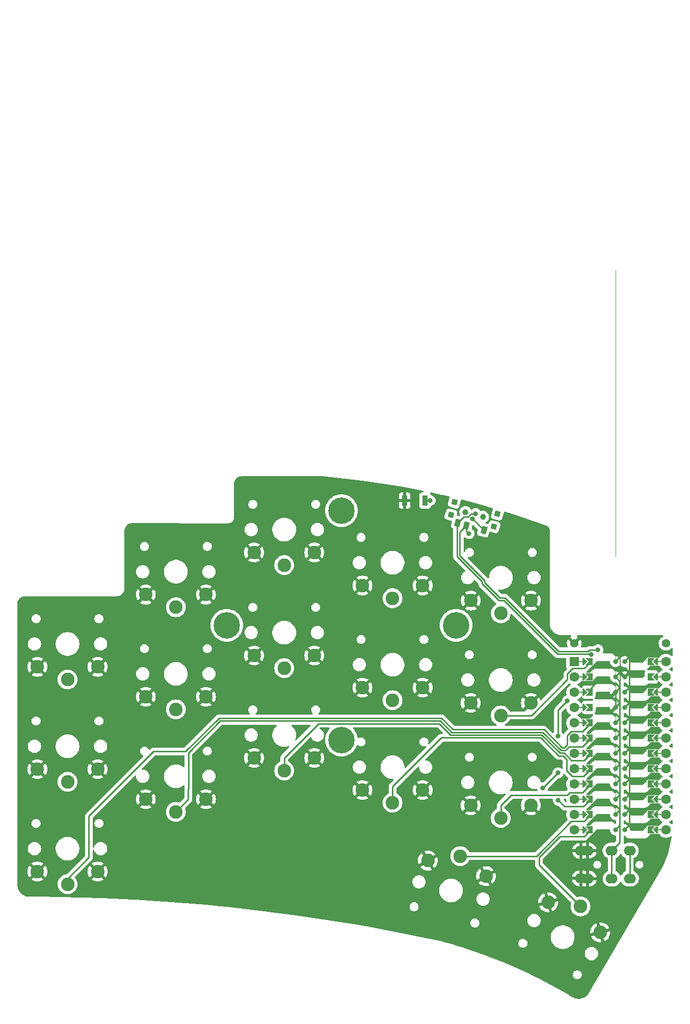
<source format=gtl>
G04 #@! TF.GenerationSoftware,KiCad,Pcbnew,8.0.5*
G04 #@! TF.CreationDate,2024-09-27T20:56:44+02:00*
G04 #@! TF.ProjectId,half-swept,68616c66-2d73-4776-9570-742e6b696361,rev?*
G04 #@! TF.SameCoordinates,Original*
G04 #@! TF.FileFunction,Copper,L1,Top*
G04 #@! TF.FilePolarity,Positive*
%FSLAX46Y46*%
G04 Gerber Fmt 4.6, Leading zero omitted, Abs format (unit mm)*
G04 Created by KiCad (PCBNEW 8.0.5) date 2024-09-27 20:56:44*
%MOMM*%
%LPD*%
G01*
G04 APERTURE LIST*
G04 Aperture macros list*
%AMRotRect*
0 Rectangle, with rotation*
0 The origin of the aperture is its center*
0 $1 length*
0 $2 width*
0 $3 Rotation angle, in degrees counterclockwise*
0 Add horizontal line*
21,1,$1,$2,0,0,$3*%
%AMFreePoly0*
4,1,5,0.125000,-0.500000,-0.125000,-0.500000,-0.125000,0.500000,0.125000,0.500000,0.125000,-0.500000,0.125000,-0.500000,$1*%
%AMFreePoly1*
4,1,6,0.600000,0.200000,0.000000,-0.400000,-0.600000,0.200000,-0.600000,0.400000,0.600000,0.400000,0.600000,0.200000,0.600000,0.200000,$1*%
%AMFreePoly2*
4,1,50,0.069446,4.167933,0.088388,4.152388,0.850389,3.390388,0.865934,3.371446,0.884598,3.326386,0.887000,3.302000,0.887000,0.762000,0.884598,0.737614,0.884598,0.737613,0.865934,0.692554,0.850389,0.673612,0.088388,-0.088388,0.069446,-0.103933,0.064963,-0.105789,0.062500,-0.108253,0.052631,-0.110897,0.024387,-0.122598,0.008964,-0.122598,0.000000,-0.125000,-0.008964,-0.122598,
-0.024387,-0.122598,-0.052631,-0.110897,-0.062500,-0.108253,-0.064963,-0.105789,-0.069446,-0.103933,-0.103933,-0.069446,-0.105789,-0.064963,-0.108253,-0.062500,-0.110897,-0.052631,-0.122598,-0.024387,-0.122598,-0.008964,-0.125000,0.000000,-0.122598,0.008964,-0.122598,0.024387,-0.110897,0.052631,-0.108253,0.062500,-0.105789,0.064963,-0.103933,0.069446,-0.088388,0.088388,0.637000,0.813776,
0.637000,3.250223,-0.088388,3.975612,-0.103933,3.994554,-0.122598,4.039613,-0.122598,4.088387,-0.103933,4.133446,-0.069446,4.167933,-0.024387,4.186598,0.024387,4.186598,0.069446,4.167933,0.069446,4.167933,$1*%
%AMFreePoly3*
4,1,6,0.600000,-0.250000,-0.600000,-0.250000,-0.600000,1.000000,0.000000,0.400000,0.600000,1.000000,0.600000,-0.250000,0.600000,-0.250000,$1*%
%AMFreePoly4*
4,1,49,0.069446,4.167933,0.088388,4.152388,0.854389,3.386388,0.869934,3.367446,0.888598,3.322386,0.891000,3.298000,0.891000,0.766000,0.888598,0.741614,0.869934,0.696554,0.854389,0.677612,0.088388,-0.088388,0.069446,-0.103933,0.064963,-0.105789,0.062500,-0.108253,0.052631,-0.110897,0.024387,-0.122598,0.008964,-0.122598,0.000000,-0.125000,-0.008964,-0.122598,-0.024387,-0.122598,
-0.052631,-0.110897,-0.062500,-0.108253,-0.064963,-0.105789,-0.069446,-0.103933,-0.103933,-0.069446,-0.105789,-0.064963,-0.108253,-0.062500,-0.110897,-0.052631,-0.122598,-0.024387,-0.122598,-0.008964,-0.125000,0.000000,-0.122598,0.008964,-0.122598,0.024387,-0.110897,0.052631,-0.108253,0.062500,-0.105789,0.064963,-0.103933,0.069446,-0.088388,0.088388,0.641000,0.817776,0.641000,3.246223,
-0.088388,3.975612,-0.103933,3.994554,-0.122598,4.039613,-0.122598,4.088387,-0.103933,4.133446,-0.069446,4.167933,-0.024387,4.186598,0.024387,4.186598,0.069446,4.167933,0.069446,4.167933,$1*%
G04 Aperture macros list end*
G04 #@! TA.AperFunction,ComponentPad*
%ADD10C,1.397000*%
G04 #@! TD*
G04 #@! TA.AperFunction,ComponentPad*
%ADD11O,2.000000X1.600000*%
G04 #@! TD*
G04 #@! TA.AperFunction,ComponentPad*
%ADD12C,2.262000*%
G04 #@! TD*
G04 #@! TA.AperFunction,ComponentPad*
%ADD13C,1.600000*%
G04 #@! TD*
G04 #@! TA.AperFunction,SMDPad,CuDef*
%ADD14FreePoly0,270.000000*%
G04 #@! TD*
G04 #@! TA.AperFunction,SMDPad,CuDef*
%ADD15FreePoly1,270.000000*%
G04 #@! TD*
G04 #@! TA.AperFunction,SMDPad,CuDef*
%ADD16FreePoly1,90.000000*%
G04 #@! TD*
G04 #@! TA.AperFunction,SMDPad,CuDef*
%ADD17FreePoly0,90.000000*%
G04 #@! TD*
G04 #@! TA.AperFunction,ComponentPad*
%ADD18R,1.600000X1.600000*%
G04 #@! TD*
G04 #@! TA.AperFunction,SMDPad,CuDef*
%ADD19FreePoly2,90.000000*%
G04 #@! TD*
G04 #@! TA.AperFunction,ComponentPad*
%ADD20C,0.800000*%
G04 #@! TD*
G04 #@! TA.AperFunction,SMDPad,CuDef*
%ADD21FreePoly3,90.000000*%
G04 #@! TD*
G04 #@! TA.AperFunction,SMDPad,CuDef*
%ADD22FreePoly3,270.000000*%
G04 #@! TD*
G04 #@! TA.AperFunction,SMDPad,CuDef*
%ADD23FreePoly4,270.000000*%
G04 #@! TD*
G04 #@! TA.AperFunction,ComponentPad*
%ADD24C,4.400000*%
G04 #@! TD*
G04 #@! TA.AperFunction,WasherPad*
%ADD25C,1.000000*%
G04 #@! TD*
G04 #@! TA.AperFunction,SMDPad,CuDef*
%ADD26RotRect,0.900000X0.900000X344.500000*%
G04 #@! TD*
G04 #@! TA.AperFunction,SMDPad,CuDef*
%ADD27RotRect,0.900000X1.250000X344.500000*%
G04 #@! TD*
G04 #@! TA.AperFunction,SMDPad,CuDef*
%ADD28R,0.900000X1.700000*%
G04 #@! TD*
G04 #@! TA.AperFunction,ViaPad*
%ADD29C,0.800000*%
G04 #@! TD*
G04 #@! TA.AperFunction,Conductor*
%ADD30C,0.250000*%
G04 #@! TD*
G04 APERTURE END LIST*
D10*
X126492000Y-45974000D03*
X111252000Y-45974000D03*
D11*
X117478000Y-80420000D03*
X117498000Y-85050000D03*
X120478000Y-80420000D03*
X120498000Y-85050000D03*
X112398000Y-80450000D03*
X112378000Y-85020000D03*
X113478000Y-80420000D03*
X113498000Y-85050000D03*
D12*
X27080000Y-51980000D03*
X22080000Y-49880000D03*
X32080000Y-49880000D03*
X45080000Y-39980000D03*
X40080000Y-37880000D03*
X50080000Y-37880000D03*
X63080000Y-32980000D03*
X58080000Y-30880000D03*
X68080000Y-30880000D03*
X81080000Y-38480000D03*
X76080000Y-36380000D03*
X86080000Y-36380000D03*
X99080000Y-40980000D03*
X94080000Y-38880000D03*
X104080000Y-38880000D03*
X27080000Y-68980000D03*
X22080000Y-66880000D03*
X32080000Y-66880000D03*
X45080000Y-56954000D03*
X40080000Y-54854000D03*
X50080000Y-54854000D03*
X63080000Y-50096000D03*
X58080000Y-47996000D03*
X68080000Y-47996000D03*
X81080000Y-55430000D03*
X76080000Y-53330000D03*
X86080000Y-53330000D03*
X99060000Y-57970000D03*
X94060000Y-55870000D03*
X104060000Y-55870000D03*
X27080000Y-85980000D03*
X22080000Y-83880000D03*
X32080000Y-83880000D03*
X45080000Y-73972000D03*
X40080000Y-71872000D03*
X50080000Y-71872000D03*
X63080000Y-67114000D03*
X58080000Y-65014000D03*
X68080000Y-65014000D03*
X81080000Y-72448000D03*
X76080000Y-70348000D03*
X86080000Y-70348000D03*
X99060000Y-74988000D03*
X94060000Y-72888000D03*
X104060000Y-72888000D03*
X112306000Y-89670450D03*
X115586127Y-93989103D03*
X106925873Y-88989103D03*
X92323032Y-81331038D03*
X96609142Y-84653577D03*
X86949883Y-82065387D03*
D13*
X126492000Y-49022000D03*
D14*
X125222000Y-49022000D03*
D15*
X124714000Y-49022000D03*
D16*
X113030000Y-49022000D03*
D17*
X112522000Y-49022000D03*
D13*
X111252000Y-49022000D03*
D18*
X111252000Y-49022000D03*
D13*
X126492000Y-51562000D03*
D14*
X125222000Y-51562000D03*
D15*
X124714000Y-51562000D03*
D16*
X113030000Y-51562000D03*
D17*
X112522000Y-51562000D03*
D13*
X111252000Y-51562000D03*
X126492000Y-54102000D03*
D14*
X125222000Y-54102000D03*
D15*
X124714000Y-54102000D03*
D16*
X113030000Y-54102000D03*
D17*
X112522000Y-54102000D03*
D13*
X111252000Y-54102000D03*
X126492000Y-56642000D03*
D14*
X125222000Y-56642000D03*
D15*
X124714000Y-56642000D03*
D16*
X113030000Y-56642000D03*
D17*
X112522000Y-56642000D03*
D13*
X111252000Y-56642000D03*
X126492000Y-59182000D03*
D14*
X125222000Y-59182000D03*
D15*
X124714000Y-59182000D03*
D16*
X113030000Y-59182000D03*
D17*
X112522000Y-59182000D03*
D13*
X111252000Y-59182000D03*
X126492000Y-61722000D03*
D14*
X125222000Y-61722000D03*
D15*
X124714000Y-61722000D03*
D16*
X113030000Y-61722000D03*
D17*
X112522000Y-61722000D03*
D13*
X111252000Y-61722000D03*
X126492000Y-64262000D03*
D14*
X125222000Y-64262000D03*
D15*
X124714000Y-64262000D03*
D16*
X113030000Y-64262000D03*
D17*
X112522000Y-64262000D03*
D13*
X111252000Y-64262000D03*
X126492000Y-66802000D03*
D14*
X125222000Y-66802000D03*
D15*
X124714000Y-66802000D03*
D16*
X113030000Y-66802000D03*
D17*
X112522000Y-66802000D03*
D13*
X111252000Y-66802000D03*
X126492000Y-69342000D03*
D14*
X125222000Y-69342000D03*
D15*
X124714000Y-69342000D03*
D16*
X113030000Y-69342000D03*
D17*
X112522000Y-69342000D03*
D13*
X111252000Y-69342000D03*
X126492000Y-71882000D03*
D14*
X125222000Y-71882000D03*
D15*
X124714000Y-71882000D03*
D16*
X113030000Y-71882000D03*
D17*
X112522000Y-71882000D03*
D13*
X111252000Y-71882000D03*
X126492000Y-74422000D03*
D14*
X125222000Y-74422000D03*
D15*
X124714000Y-74422000D03*
D16*
X113030000Y-74422000D03*
D17*
X112522000Y-74422000D03*
D13*
X111252000Y-74422000D03*
X126492000Y-76962000D03*
D14*
X125222000Y-76962000D03*
D15*
X124714000Y-76962000D03*
D16*
X113030000Y-76962000D03*
D17*
X112522000Y-76962000D03*
D13*
X111252000Y-76962000D03*
D19*
X118110000Y-49022000D03*
D20*
X118110000Y-49022000D03*
D21*
X114046000Y-49022000D03*
D19*
X118110000Y-51562000D03*
D20*
X118110000Y-51562000D03*
D21*
X114046000Y-51562000D03*
D19*
X118110000Y-54102000D03*
D20*
X118110000Y-54102000D03*
D21*
X114046000Y-54102000D03*
D19*
X118110000Y-56642000D03*
D20*
X118110000Y-56642000D03*
D21*
X114046000Y-56642000D03*
D19*
X118110000Y-59182000D03*
D20*
X118110000Y-59182000D03*
D21*
X114046000Y-59182000D03*
D19*
X118110000Y-61722000D03*
D20*
X118110000Y-61722000D03*
D21*
X114046000Y-61722000D03*
D19*
X118110000Y-64262000D03*
D20*
X118110000Y-64262000D03*
D21*
X114046000Y-64262000D03*
D19*
X118110000Y-66802000D03*
D20*
X118110000Y-66802000D03*
D21*
X114046000Y-66802000D03*
D19*
X118110000Y-69342000D03*
D20*
X118110000Y-69342000D03*
D21*
X114046000Y-69342000D03*
D19*
X118110000Y-71882000D03*
D20*
X118110000Y-71882000D03*
D21*
X114046000Y-71882000D03*
D19*
X118110000Y-74422000D03*
D20*
X118110000Y-74422000D03*
D21*
X114046000Y-74422000D03*
D19*
X118110000Y-76962000D03*
D20*
X118110000Y-76962000D03*
D21*
X114046000Y-76962000D03*
D22*
X123698000Y-76962000D03*
D23*
X119634000Y-76962000D03*
D20*
X119634000Y-76962000D03*
D22*
X123698000Y-74422000D03*
D23*
X119634000Y-74422000D03*
D20*
X119634000Y-74422000D03*
D22*
X123698000Y-71882000D03*
D23*
X119634000Y-71882000D03*
D20*
X119634000Y-71882000D03*
D22*
X123698000Y-69342000D03*
D23*
X119634000Y-69342000D03*
D20*
X119634000Y-69342000D03*
D22*
X123698000Y-66802000D03*
D23*
X119634000Y-66802000D03*
D20*
X119634000Y-66802000D03*
D22*
X123698000Y-64262000D03*
D23*
X119634000Y-64262000D03*
D20*
X119634000Y-64262000D03*
D22*
X123698000Y-61722000D03*
D23*
X119634000Y-61722000D03*
D20*
X119634000Y-61722000D03*
D22*
X123698000Y-59182000D03*
D23*
X119634000Y-59182000D03*
D20*
X119634000Y-59182000D03*
D22*
X123698000Y-56642000D03*
D23*
X119634000Y-56642000D03*
D20*
X119634000Y-56642000D03*
D22*
X123698000Y-54102000D03*
D23*
X119634000Y-54102000D03*
D20*
X119634000Y-54102000D03*
D22*
X123698000Y-51562000D03*
D23*
X119634000Y-51562000D03*
D20*
X119634000Y-51562000D03*
D22*
X123698000Y-49022000D03*
D23*
X119634000Y-49022000D03*
D20*
X119634000Y-49022000D03*
D24*
X53530000Y-42980000D03*
X72580000Y-23930000D03*
X72580000Y-62030000D03*
X91630000Y-42980000D03*
D25*
X93194954Y-24169715D03*
X96085846Y-24971431D03*
D26*
X90781005Y-24641785D03*
X91368931Y-22521798D03*
X97911869Y-26619348D03*
X98499795Y-24499361D03*
D27*
X96254049Y-27171393D03*
X93363158Y-26369676D03*
X91917712Y-25968820D03*
D28*
X83085200Y-22250400D03*
X86485200Y-22250400D03*
D29*
X115163600Y-52273200D03*
X109372400Y-45669200D03*
X89357200Y-22453600D03*
X106019600Y-70002400D03*
X110134400Y-55524400D03*
X108559600Y-67513200D03*
X108559600Y-61417200D03*
X87325200Y-22250400D03*
X108610400Y-72034400D03*
X94894400Y-24434800D03*
X114046000Y-47853600D03*
X115214400Y-47072415D03*
X93776800Y-27736800D03*
X94335600Y-25298400D03*
D30*
X114046000Y-53390800D02*
X115163600Y-52273200D01*
X118110000Y-56642000D02*
X118110000Y-54102000D01*
X114046000Y-54102000D02*
X114046000Y-53390800D01*
X120498000Y-85050000D02*
X120498000Y-80440000D01*
X108559600Y-57099200D02*
X108559600Y-61417200D01*
X106019600Y-70002400D02*
X106070400Y-70002400D01*
X106070400Y-70002400D02*
X108559600Y-67513200D01*
X120498000Y-80440000D02*
X120478000Y-80420000D01*
X110134400Y-55524400D02*
X108559600Y-57099200D01*
X118110000Y-51562000D02*
X118834511Y-52286511D01*
X118834511Y-52286511D02*
X118834511Y-79063489D01*
X117498000Y-80440000D02*
X117478000Y-80420000D01*
X118834511Y-79063489D02*
X117478000Y-80420000D01*
X117498000Y-85050000D02*
X117498000Y-80440000D01*
X87325200Y-22250400D02*
X86485200Y-22250400D01*
X108610400Y-72034400D02*
X109677200Y-73101200D01*
X112826800Y-73101200D02*
X114046000Y-71882000D01*
X109677200Y-73101200D02*
X112826800Y-73101200D01*
X112921489Y-50146511D02*
X114046000Y-49022000D01*
X110127489Y-51060911D02*
X111041889Y-50146511D01*
X104132800Y-57970000D02*
X110127489Y-51975311D01*
X111041889Y-50146511D02*
X112921489Y-50146511D01*
X110127489Y-51975311D02*
X110127489Y-51060911D01*
X99060000Y-57970000D02*
X104132800Y-57970000D01*
X106257265Y-60306511D02*
X109255234Y-63304480D01*
X30632400Y-74676000D02*
X41360819Y-63947581D01*
X112630511Y-60597489D02*
X114046000Y-59182000D01*
X27080000Y-85086400D02*
X30632400Y-81534000D01*
X41360819Y-63947581D02*
X46719501Y-63947581D01*
X110083600Y-61300100D02*
X110786211Y-60597489D01*
X91088481Y-60306511D02*
X106257265Y-60306511D01*
X109255234Y-63304480D02*
X109592602Y-63304480D01*
X109592602Y-63304480D02*
X110083600Y-62813482D01*
X46719501Y-63947581D02*
X52247082Y-58420000D01*
X30632400Y-81534000D02*
X30632400Y-74676000D01*
X110786211Y-60597489D02*
X112630511Y-60597489D01*
X52247082Y-58420000D02*
X89201970Y-58420000D01*
X27080000Y-85980000D02*
X27080000Y-85086400D01*
X89201970Y-58420000D02*
X91088481Y-60306511D01*
X110083600Y-62813482D02*
X110083600Y-61300100D01*
X112630511Y-63137489D02*
X114046000Y-61722000D01*
X47142400Y-71909600D02*
X47142400Y-70161021D01*
X52433280Y-58869520D02*
X89015773Y-58869520D01*
X47169021Y-70161021D02*
X47169021Y-64133779D01*
X109778800Y-63754000D02*
X110395311Y-63137489D01*
X47142400Y-70161021D02*
X47169021Y-70161021D01*
X110395311Y-63137489D02*
X112630511Y-63137489D01*
X47169021Y-64133779D02*
X52433280Y-58869520D01*
X90902284Y-60756031D02*
X106071067Y-60756031D01*
X45080000Y-73972000D02*
X47142400Y-71909600D01*
X106071067Y-60756031D02*
X109069036Y-63754000D01*
X89015773Y-58869520D02*
X90902284Y-60756031D01*
X109069036Y-63754000D02*
X109778800Y-63754000D01*
X63080000Y-64980992D02*
X68741952Y-59319040D01*
X90716086Y-61205551D02*
X105884869Y-61205551D01*
X112877600Y-65430400D02*
X114046000Y-64262000D01*
X63080000Y-67114000D02*
X63080000Y-64980992D01*
X110794800Y-65430400D02*
X112877600Y-65430400D01*
X88829575Y-59319040D02*
X90716086Y-61205551D01*
X108882839Y-64203520D02*
X109567920Y-64203520D01*
X109567920Y-64203520D02*
X110794800Y-65430400D01*
X68741952Y-59319040D02*
X88829575Y-59319040D01*
X105884869Y-61205551D02*
X108882839Y-64203520D01*
X89170129Y-61655071D02*
X105698671Y-61655071D01*
X109381722Y-64653040D02*
X109982000Y-65253318D01*
X109982000Y-67122300D02*
X110931700Y-68072000D01*
X108696642Y-64653040D02*
X109381722Y-64653040D01*
X81080000Y-69745200D02*
X89170129Y-61655071D01*
X109982000Y-65253318D02*
X109982000Y-67122300D01*
X105698671Y-61655071D02*
X108696642Y-64653040D01*
X81080000Y-72448000D02*
X81080000Y-69745200D01*
X112776000Y-68072000D02*
X114046000Y-66802000D01*
X110931700Y-68072000D02*
X112776000Y-68072000D01*
X110126650Y-71170800D02*
X110539961Y-70757489D01*
X99060000Y-74988000D02*
X99060000Y-72854992D01*
X100744192Y-71170800D02*
X110126650Y-71170800D01*
X112630511Y-70757489D02*
X114046000Y-69342000D01*
X99060000Y-72854992D02*
X100744192Y-71170800D01*
X110539961Y-70757489D02*
X112630511Y-70757489D01*
X110786211Y-75546511D02*
X112921489Y-75546511D01*
X112921489Y-75546511D02*
X114046000Y-74422000D01*
X105001684Y-81331038D02*
X110786211Y-75546511D01*
X92323032Y-81331038D02*
X105001684Y-81331038D01*
X108881929Y-78086511D02*
X112921489Y-78086511D01*
X105410000Y-82774450D02*
X105410000Y-81558440D01*
X105410000Y-81558440D02*
X108881929Y-78086511D01*
X112921489Y-78086511D02*
X114046000Y-76962000D01*
X112306000Y-89670450D02*
X105410000Y-82774450D01*
X108458000Y-47752000D02*
X99568000Y-38862000D01*
X114046000Y-47853600D02*
X113944400Y-47752000D01*
X99568000Y-38862000D02*
X98755200Y-38862000D01*
X92888235Y-24998297D02*
X93611089Y-24998297D01*
X113944400Y-47752000D02*
X108458000Y-47752000D01*
X95968880Y-36075680D02*
X95968880Y-35735872D01*
X93611089Y-24998297D02*
X94174586Y-24434800D01*
X91803280Y-26083252D02*
X91917712Y-25968820D01*
X91803280Y-31570272D02*
X91803280Y-26083252D01*
X95968880Y-35735872D02*
X91803280Y-31570272D01*
X98755200Y-38862000D02*
X95968880Y-36075680D01*
X94174586Y-24434800D02*
X94894400Y-24434800D01*
X91917712Y-25968820D02*
X92888235Y-24998297D01*
X98941398Y-38412480D02*
X96418400Y-35889482D01*
X96418400Y-35549674D02*
X92252800Y-31384074D01*
X115214400Y-47072415D02*
X113802571Y-47072415D01*
X113572506Y-47302480D02*
X108644198Y-47302480D01*
X99754198Y-38412480D02*
X98941398Y-38412480D01*
X92252800Y-27480034D02*
X93363158Y-26369676D01*
X93363158Y-27323158D02*
X93776800Y-27736800D01*
X92252800Y-31384074D02*
X92252800Y-27480034D01*
X108644198Y-47302480D02*
X99754198Y-38412480D01*
X113802571Y-47072415D02*
X113572506Y-47302480D01*
X93363158Y-26369676D02*
X93363158Y-27323158D01*
X96418400Y-35889482D02*
X96418400Y-35549674D01*
X94381056Y-25298400D02*
X96254049Y-27171393D01*
X94335600Y-25298400D02*
X94381056Y-25298400D01*
G04 #@! TA.AperFunction,Conductor*
G36*
X69296358Y-18226700D02*
G01*
X71544165Y-18431618D01*
X71546062Y-18431807D01*
X73796031Y-18672656D01*
X73797887Y-18672869D01*
X76043987Y-18949099D01*
X76045727Y-18949327D01*
X78287095Y-19260831D01*
X78288955Y-19261104D01*
X80525174Y-19607825D01*
X80526946Y-19608114D01*
X82757357Y-19989947D01*
X82759263Y-19990288D01*
X84983520Y-20407175D01*
X84985285Y-20407521D01*
X86138207Y-20642437D01*
X86200962Y-20675637D01*
X86235806Y-20737495D01*
X86231676Y-20808371D01*
X86189883Y-20865763D01*
X86123696Y-20891449D01*
X86113050Y-20891900D01*
X85986550Y-20891900D01*
X85926003Y-20898409D01*
X85925995Y-20898411D01*
X85788997Y-20949510D01*
X85788992Y-20949512D01*
X85671938Y-21037138D01*
X85584312Y-21154192D01*
X85584310Y-21154197D01*
X85533211Y-21291195D01*
X85533209Y-21291203D01*
X85526700Y-21351750D01*
X85526700Y-23149049D01*
X85533209Y-23209596D01*
X85533211Y-23209604D01*
X85584310Y-23346602D01*
X85584312Y-23346607D01*
X85671938Y-23463661D01*
X85788992Y-23551287D01*
X85788994Y-23551288D01*
X85788996Y-23551289D01*
X85848075Y-23573324D01*
X85925995Y-23602388D01*
X85926003Y-23602390D01*
X85986550Y-23608899D01*
X85986555Y-23608899D01*
X85986562Y-23608900D01*
X85986568Y-23608900D01*
X86983832Y-23608900D01*
X86983838Y-23608900D01*
X86983845Y-23608899D01*
X86983849Y-23608899D01*
X87044396Y-23602390D01*
X87044399Y-23602389D01*
X87044401Y-23602389D01*
X87181404Y-23551289D01*
X87181999Y-23550844D01*
X87298461Y-23463661D01*
X87386086Y-23346608D01*
X87386085Y-23346608D01*
X87386089Y-23346604D01*
X87434970Y-23215548D01*
X87477515Y-23158717D01*
X87526825Y-23136339D01*
X87607488Y-23119194D01*
X87781952Y-23041518D01*
X87936453Y-22929266D01*
X87936455Y-22929264D01*
X88064234Y-22787351D01*
X88064235Y-22787349D01*
X88064240Y-22787344D01*
X88159727Y-22621956D01*
X88218742Y-22440328D01*
X88238704Y-22250400D01*
X88218742Y-22060472D01*
X88159727Y-21878844D01*
X88064240Y-21713456D01*
X88064238Y-21713454D01*
X88064234Y-21713448D01*
X87936455Y-21571535D01*
X87781952Y-21459282D01*
X87607484Y-21381604D01*
X87526826Y-21364459D01*
X87464353Y-21330730D01*
X87434969Y-21285246D01*
X87386089Y-21154196D01*
X87386087Y-21154192D01*
X87361210Y-21120961D01*
X87336399Y-21054441D01*
X87351490Y-20985067D01*
X87401692Y-20934865D01*
X87471066Y-20919773D01*
X87489169Y-20922399D01*
X89164069Y-21291199D01*
X89414341Y-21346307D01*
X89416271Y-21346747D01*
X90495900Y-21602339D01*
X90557580Y-21637496D01*
X90590462Y-21700419D01*
X90584105Y-21771131D01*
X90583996Y-21771408D01*
X90578542Y-21785156D01*
X90312039Y-22746138D01*
X90312033Y-22746164D01*
X90302125Y-22806250D01*
X90302125Y-22806259D01*
X90314753Y-22951930D01*
X90314754Y-22951931D01*
X90367910Y-23088142D01*
X90367916Y-23088151D01*
X90457293Y-23203868D01*
X90497826Y-23233268D01*
X90575660Y-23289724D01*
X90575663Y-23289725D01*
X90632280Y-23312183D01*
X90632283Y-23312184D01*
X91593271Y-23578689D01*
X91593274Y-23578689D01*
X91593286Y-23578693D01*
X91593294Y-23578694D01*
X91593297Y-23578695D01*
X91609464Y-23581360D01*
X91653386Y-23588604D01*
X91776772Y-23577907D01*
X91799063Y-23575975D01*
X91799063Y-23575974D01*
X91935280Y-23522816D01*
X92035789Y-23445184D01*
X92051001Y-23433435D01*
X92051001Y-23433433D01*
X92051003Y-23433433D01*
X92136857Y-23315069D01*
X92159316Y-23258449D01*
X92425826Y-22297443D01*
X92435737Y-22237343D01*
X92435736Y-22237336D01*
X92435931Y-22232283D01*
X92458539Y-22164982D01*
X92513943Y-22120588D01*
X92584554Y-22113195D01*
X92592787Y-22114990D01*
X93813667Y-22424378D01*
X93815467Y-22424849D01*
X96000008Y-23015155D01*
X96001824Y-23015661D01*
X97154269Y-23346608D01*
X97675355Y-23496248D01*
X97735308Y-23534275D01*
X97765186Y-23598679D01*
X97755500Y-23669012D01*
X97742573Y-23691332D01*
X97731870Y-23706088D01*
X97731867Y-23706093D01*
X97709409Y-23762710D01*
X97709408Y-23762713D01*
X97442903Y-24723701D01*
X97442897Y-24723727D01*
X97432989Y-24783813D01*
X97432989Y-24783822D01*
X97445617Y-24929493D01*
X97445618Y-24929494D01*
X97498774Y-25065705D01*
X97498780Y-25065714D01*
X97588157Y-25181431D01*
X97624965Y-25208129D01*
X97706524Y-25267287D01*
X97706527Y-25267288D01*
X97763144Y-25289746D01*
X97763147Y-25289747D01*
X98724135Y-25556252D01*
X98724138Y-25556252D01*
X98724150Y-25556256D01*
X98724158Y-25556257D01*
X98724161Y-25556258D01*
X98740328Y-25558923D01*
X98784250Y-25566167D01*
X98907636Y-25555470D01*
X98929927Y-25553538D01*
X98929927Y-25553537D01*
X99066144Y-25500379D01*
X99154457Y-25432167D01*
X99181865Y-25410998D01*
X99181865Y-25410996D01*
X99181867Y-25410996D01*
X99267721Y-25292632D01*
X99290180Y-25236012D01*
X99556690Y-24275006D01*
X99566601Y-24214906D01*
X99566600Y-24214903D01*
X99567035Y-24212271D01*
X99597854Y-24148312D01*
X99658359Y-24111168D01*
X99728030Y-24112227D01*
X100343499Y-24299498D01*
X100345233Y-24300040D01*
X102499597Y-24992755D01*
X102501372Y-24993342D01*
X104345075Y-25618327D01*
X104644408Y-25719796D01*
X104646279Y-25720446D01*
X106765999Y-26476368D01*
X106787210Y-26486239D01*
X106884604Y-26543124D01*
X106903956Y-26557039D01*
X106916029Y-26567587D01*
X106989156Y-26631480D01*
X107005537Y-26648786D01*
X107075194Y-26737948D01*
X107088026Y-26758036D01*
X107139636Y-26858712D01*
X107148456Y-26880861D01*
X107180179Y-26989458D01*
X107184669Y-27012871D01*
X107195979Y-27131920D01*
X107196544Y-27143837D01*
X107196501Y-42657978D01*
X107195759Y-42663261D01*
X107196424Y-42682237D01*
X107196501Y-42686644D01*
X107196501Y-42712706D01*
X107197703Y-42718235D01*
X107201190Y-42816151D01*
X107244191Y-43075316D01*
X107244193Y-43075323D01*
X107320280Y-43326740D01*
X107320287Y-43326760D01*
X107428195Y-43566263D01*
X107428199Y-43566269D01*
X107566119Y-43789838D01*
X107566121Y-43789840D01*
X107566122Y-43789842D01*
X107731753Y-43993747D01*
X107922319Y-44174567D01*
X107971998Y-44210767D01*
X108134625Y-44329271D01*
X108134627Y-44329272D01*
X108134631Y-44329275D01*
X108365137Y-44455283D01*
X108609979Y-44550484D01*
X108865062Y-44613283D01*
X108865064Y-44613283D01*
X108865074Y-44613285D01*
X109126106Y-44642630D01*
X109126109Y-44642630D01*
X109126117Y-44642631D01*
X109126123Y-44642630D01*
X109126125Y-44642631D01*
X109143903Y-44642330D01*
X109256243Y-44640433D01*
X109258150Y-44640416D01*
X110681052Y-44640181D01*
X110749175Y-44660172D01*
X110795677Y-44713820D01*
X110805792Y-44784092D01*
X110776310Y-44848678D01*
X110726591Y-44883672D01*
X110711913Y-44889358D01*
X110711904Y-44889362D01*
X110597443Y-44960234D01*
X111204809Y-45567600D01*
X111198496Y-45567600D01*
X111095135Y-45595295D01*
X111002464Y-45648799D01*
X110926799Y-45724464D01*
X110873295Y-45817135D01*
X110845600Y-45920496D01*
X110845600Y-45926810D01*
X110236062Y-45317272D01*
X110221819Y-45336135D01*
X110122152Y-45536295D01*
X110122149Y-45536303D01*
X110060962Y-45751352D01*
X110040331Y-45974000D01*
X110060962Y-46196647D01*
X110122149Y-46411696D01*
X110122152Y-46411704D01*
X110159554Y-46486817D01*
X110172012Y-46556712D01*
X110144706Y-46622247D01*
X110086302Y-46662615D01*
X110046763Y-46668980D01*
X108958793Y-46668980D01*
X108890672Y-46648978D01*
X108869698Y-46632075D01*
X101117622Y-38880000D01*
X102435932Y-38880000D01*
X102456173Y-39137188D01*
X102516397Y-39388042D01*
X102615126Y-39626391D01*
X102749923Y-39846361D01*
X102751998Y-39848790D01*
X103400764Y-39200024D01*
X103415359Y-39235258D01*
X103497437Y-39358097D01*
X103601903Y-39462563D01*
X103724742Y-39544641D01*
X103759973Y-39559234D01*
X103111208Y-40208000D01*
X103111208Y-40208001D01*
X103113632Y-40210072D01*
X103113643Y-40210080D01*
X103333608Y-40344873D01*
X103571957Y-40443602D01*
X103822811Y-40503826D01*
X104080000Y-40524067D01*
X104337188Y-40503826D01*
X104588042Y-40443602D01*
X104826391Y-40344873D01*
X105046365Y-40210074D01*
X105048789Y-40208001D01*
X105048790Y-40208000D01*
X104400025Y-39559234D01*
X104435258Y-39544641D01*
X104558097Y-39462563D01*
X104662563Y-39358097D01*
X104744641Y-39235258D01*
X104759235Y-39200025D01*
X105408000Y-39848790D01*
X105408001Y-39848789D01*
X105410074Y-39846365D01*
X105544873Y-39626391D01*
X105643602Y-39388042D01*
X105703826Y-39137188D01*
X105724067Y-38880000D01*
X105703826Y-38622811D01*
X105643602Y-38371957D01*
X105544873Y-38133608D01*
X105410080Y-37913643D01*
X105410072Y-37913632D01*
X105408000Y-37911208D01*
X104759234Y-38559973D01*
X104744641Y-38524742D01*
X104662563Y-38401903D01*
X104558097Y-38297437D01*
X104435258Y-38215359D01*
X104400024Y-38200764D01*
X105048790Y-37551998D01*
X105046361Y-37549923D01*
X104826391Y-37415126D01*
X104588042Y-37316397D01*
X104337188Y-37256173D01*
X104080000Y-37235932D01*
X103822811Y-37256173D01*
X103571957Y-37316397D01*
X103333605Y-37415127D01*
X103113645Y-37549917D01*
X103111209Y-37551998D01*
X103111209Y-37551999D01*
X103759974Y-38200764D01*
X103724742Y-38215359D01*
X103601903Y-38297437D01*
X103497437Y-38401903D01*
X103415359Y-38524742D01*
X103400764Y-38559974D01*
X102751999Y-37911209D01*
X102751998Y-37911209D01*
X102749917Y-37913645D01*
X102615127Y-38133605D01*
X102516397Y-38371957D01*
X102456173Y-38622811D01*
X102435932Y-38880000D01*
X101117622Y-38880000D01*
X100158033Y-37920411D01*
X100158031Y-37920409D01*
X100054273Y-37851080D01*
X99938983Y-37803325D01*
X99865284Y-37788665D01*
X99816594Y-37778980D01*
X99816592Y-37778980D01*
X99255992Y-37778980D01*
X99187871Y-37758978D01*
X99166897Y-37742075D01*
X98659303Y-37234481D01*
X98625277Y-37172169D01*
X98630342Y-37101354D01*
X98672889Y-37044518D01*
X98739409Y-37019707D01*
X98764837Y-37020463D01*
X98951207Y-37045000D01*
X98951214Y-37045000D01*
X99208786Y-37045000D01*
X99208793Y-37045000D01*
X99464175Y-37011378D01*
X99712984Y-36944710D01*
X99950962Y-36846136D01*
X100174038Y-36717343D01*
X100174038Y-36717342D01*
X100174043Y-36717340D01*
X100328569Y-36598767D01*
X100378394Y-36560535D01*
X100560535Y-36378394D01*
X100669850Y-36235932D01*
X100717340Y-36174043D01*
X100759680Y-36100709D01*
X100846136Y-35950962D01*
X100944710Y-35712984D01*
X101011378Y-35464175D01*
X101045000Y-35208793D01*
X101045000Y-34993318D01*
X103478600Y-34993318D01*
X103478600Y-35166682D01*
X103491733Y-35249599D01*
X103505721Y-35337917D01*
X103559290Y-35502786D01*
X103559292Y-35502791D01*
X103625947Y-35633608D01*
X103638000Y-35657263D01*
X103739900Y-35797516D01*
X103862483Y-35920099D01*
X103862486Y-35920101D01*
X104002740Y-36022002D01*
X104157209Y-36100708D01*
X104322082Y-36154278D01*
X104322083Y-36154278D01*
X104322088Y-36154280D01*
X104493318Y-36181400D01*
X104493321Y-36181400D01*
X104666679Y-36181400D01*
X104666682Y-36181400D01*
X104837912Y-36154280D01*
X105002791Y-36100708D01*
X105157260Y-36022002D01*
X105297514Y-35920101D01*
X105420101Y-35797514D01*
X105522002Y-35657260D01*
X105600708Y-35502791D01*
X105654280Y-35337912D01*
X105681400Y-35166682D01*
X105681400Y-34993318D01*
X105654280Y-34822088D01*
X105600708Y-34657209D01*
X105522002Y-34502740D01*
X105420101Y-34362486D01*
X105420099Y-34362483D01*
X105297516Y-34239900D01*
X105157263Y-34138000D01*
X105157262Y-34137999D01*
X105157260Y-34137998D01*
X105002791Y-34059292D01*
X105002788Y-34059291D01*
X105002786Y-34059290D01*
X104837915Y-34005721D01*
X104837919Y-34005721D01*
X104806041Y-34000672D01*
X104666682Y-33978600D01*
X104493318Y-33978600D01*
X104322088Y-34005720D01*
X104322082Y-34005721D01*
X104157213Y-34059290D01*
X104157207Y-34059293D01*
X104002736Y-34138000D01*
X103862483Y-34239900D01*
X103739900Y-34362483D01*
X103638000Y-34502736D01*
X103559293Y-34657207D01*
X103559290Y-34657213D01*
X103505721Y-34822082D01*
X103505720Y-34822087D01*
X103505720Y-34822088D01*
X103478600Y-34993318D01*
X101045000Y-34993318D01*
X101045000Y-34951207D01*
X101011378Y-34695825D01*
X100944710Y-34447016D01*
X100846136Y-34209038D01*
X100846130Y-34209029D01*
X100846129Y-34209025D01*
X100717340Y-33985956D01*
X100560539Y-33781611D01*
X100560537Y-33781609D01*
X100560535Y-33781606D01*
X100560529Y-33781600D01*
X100560520Y-33781590D01*
X100378409Y-33599479D01*
X100378388Y-33599460D01*
X100174043Y-33442659D01*
X99950974Y-33313870D01*
X99950966Y-33313866D01*
X99950962Y-33313864D01*
X99712984Y-33215290D01*
X99464175Y-33148622D01*
X99464173Y-33148621D01*
X99464167Y-33148620D01*
X99208795Y-33115000D01*
X99208793Y-33115000D01*
X98951207Y-33115000D01*
X98951204Y-33115000D01*
X98695832Y-33148620D01*
X98695825Y-33148622D01*
X98447016Y-33215290D01*
X98248506Y-33297516D01*
X98209036Y-33313865D01*
X98209025Y-33313870D01*
X97985956Y-33442659D01*
X97781611Y-33599460D01*
X97781590Y-33599479D01*
X97599479Y-33781590D01*
X97599460Y-33781611D01*
X97442659Y-33985956D01*
X97313870Y-34209025D01*
X97313865Y-34209036D01*
X97313864Y-34209038D01*
X97260480Y-34337917D01*
X97215290Y-34447016D01*
X97148620Y-34695832D01*
X97115000Y-34951204D01*
X97115000Y-35046180D01*
X97094998Y-35114301D01*
X97041342Y-35160794D01*
X96971068Y-35170898D01*
X96906488Y-35141404D01*
X96899905Y-35135275D01*
X93585781Y-31821151D01*
X93551755Y-31758839D01*
X93556820Y-31688024D01*
X93599367Y-31631188D01*
X93665887Y-31606377D01*
X93699452Y-31608476D01*
X93786545Y-31625800D01*
X93786546Y-31625800D01*
X93933454Y-31625800D01*
X93933455Y-31625800D01*
X94077542Y-31597140D01*
X94213269Y-31540920D01*
X94335420Y-31459301D01*
X94439301Y-31355420D01*
X94520920Y-31233269D01*
X94577140Y-31097542D01*
X94605800Y-30953455D01*
X94605800Y-30806545D01*
X94605799Y-30806539D01*
X103554200Y-30806539D01*
X103554200Y-30953460D01*
X103574671Y-31056374D01*
X103582860Y-31097542D01*
X103582861Y-31097546D01*
X103582862Y-31097547D01*
X103583662Y-31099479D01*
X103639080Y-31233269D01*
X103643050Y-31239210D01*
X103720698Y-31355419D01*
X103720703Y-31355425D01*
X103824574Y-31459296D01*
X103824580Y-31459301D01*
X103946731Y-31540920D01*
X104082458Y-31597140D01*
X104206521Y-31621817D01*
X104226539Y-31625799D01*
X104226542Y-31625799D01*
X104226545Y-31625800D01*
X104226546Y-31625800D01*
X104373454Y-31625800D01*
X104373455Y-31625800D01*
X104517542Y-31597140D01*
X104653269Y-31540920D01*
X104775420Y-31459301D01*
X104879301Y-31355420D01*
X104960920Y-31233269D01*
X105017140Y-31097542D01*
X105045800Y-30953455D01*
X105045800Y-30806545D01*
X105017140Y-30662458D01*
X104960920Y-30526731D01*
X104879301Y-30404580D01*
X104879296Y-30404574D01*
X104775425Y-30300703D01*
X104775419Y-30300698D01*
X104674504Y-30233269D01*
X104653269Y-30219080D01*
X104517542Y-30162860D01*
X104476374Y-30154671D01*
X104373460Y-30134200D01*
X104373455Y-30134200D01*
X104226545Y-30134200D01*
X104226539Y-30134200D01*
X104103041Y-30158765D01*
X104082458Y-30162860D01*
X104082455Y-30162860D01*
X104082452Y-30162862D01*
X103946731Y-30219080D01*
X103824580Y-30300698D01*
X103824574Y-30300703D01*
X103720703Y-30404574D01*
X103720698Y-30404580D01*
X103639080Y-30526731D01*
X103588592Y-30648620D01*
X103582861Y-30662457D01*
X103582860Y-30662459D01*
X103554200Y-30806539D01*
X94605799Y-30806539D01*
X94577140Y-30662458D01*
X94520920Y-30526731D01*
X94439301Y-30404580D01*
X94439296Y-30404574D01*
X94335425Y-30300703D01*
X94335419Y-30300698D01*
X94234504Y-30233269D01*
X94213269Y-30219080D01*
X94077542Y-30162860D01*
X94036374Y-30154671D01*
X93933460Y-30134200D01*
X93933455Y-30134200D01*
X93786545Y-30134200D01*
X93786539Y-30134200D01*
X93663041Y-30158765D01*
X93642458Y-30162860D01*
X93642455Y-30162860D01*
X93642452Y-30162862D01*
X93506731Y-30219080D01*
X93384580Y-30300698D01*
X93384574Y-30300703D01*
X93280703Y-30404574D01*
X93280698Y-30404580D01*
X93199080Y-30526731D01*
X93142862Y-30662452D01*
X93142860Y-30662457D01*
X93135879Y-30697556D01*
X93102971Y-30760465D01*
X93041276Y-30795597D01*
X92970381Y-30791797D01*
X92912795Y-30750271D01*
X92886801Y-30684204D01*
X92886300Y-30672974D01*
X92886300Y-28433772D01*
X92906302Y-28365651D01*
X92959958Y-28319158D01*
X93030232Y-28309054D01*
X93094812Y-28338548D01*
X93105934Y-28349459D01*
X93165547Y-28415666D01*
X93320048Y-28527918D01*
X93494512Y-28605594D01*
X93681313Y-28645300D01*
X93872287Y-28645300D01*
X94059088Y-28605594D01*
X94233552Y-28527918D01*
X94388053Y-28415666D01*
X94388055Y-28415664D01*
X94515834Y-28273751D01*
X94515835Y-28273749D01*
X94515840Y-28273744D01*
X94611327Y-28108356D01*
X94670342Y-27926728D01*
X94690304Y-27736800D01*
X94670342Y-27546872D01*
X94611327Y-27365244D01*
X94515840Y-27199856D01*
X94515838Y-27199854D01*
X94515834Y-27199848D01*
X94388055Y-27057935D01*
X94274754Y-26975617D01*
X94231400Y-26919395D01*
X94225325Y-26848658D01*
X94227398Y-26840009D01*
X94232370Y-26822082D01*
X94343214Y-26422391D01*
X94380691Y-26362097D01*
X94444819Y-26331634D01*
X94515238Y-26340677D01*
X94553724Y-26366972D01*
X95228858Y-27042106D01*
X95262884Y-27104418D01*
X95261180Y-27164873D01*
X95150391Y-27564365D01*
X95150385Y-27564394D01*
X95140476Y-27624480D01*
X95140476Y-27624484D01*
X95153105Y-27770160D01*
X95165025Y-27800703D01*
X95206265Y-27906377D01*
X95295647Y-28022100D01*
X95368407Y-28074875D01*
X95414006Y-28107951D01*
X95414008Y-28107952D01*
X95414011Y-28107954D01*
X95470632Y-28130413D01*
X95470635Y-28130414D01*
X96431622Y-28396919D01*
X96431625Y-28396919D01*
X96431637Y-28396923D01*
X96431645Y-28396924D01*
X96431648Y-28396925D01*
X96447815Y-28399590D01*
X96491737Y-28406834D01*
X96637414Y-28394205D01*
X96773631Y-28341046D01*
X96889354Y-28251664D01*
X96975208Y-28133299D01*
X96997667Y-28076679D01*
X97148427Y-27533052D01*
X97185904Y-27472759D01*
X97250033Y-27442296D01*
X97303511Y-27445311D01*
X97934723Y-27620362D01*
X98136209Y-27676239D01*
X98136212Y-27676239D01*
X98136224Y-27676243D01*
X98136232Y-27676244D01*
X98136235Y-27676245D01*
X98152402Y-27678910D01*
X98196324Y-27686154D01*
X98319710Y-27675457D01*
X98342001Y-27673525D01*
X98342001Y-27673524D01*
X98478218Y-27620366D01*
X98591256Y-27533057D01*
X98593939Y-27530985D01*
X98593939Y-27530983D01*
X98593941Y-27530983D01*
X98679795Y-27412619D01*
X98702254Y-27355999D01*
X98968764Y-26394993D01*
X98978675Y-26334893D01*
X98966046Y-26189217D01*
X98966046Y-26189215D01*
X98966045Y-26189214D01*
X98912889Y-26053003D01*
X98912887Y-26053001D01*
X98912887Y-26052999D01*
X98887706Y-26020397D01*
X98823506Y-25937277D01*
X98705143Y-25851424D01*
X98705141Y-25851423D01*
X98705140Y-25851422D01*
X98705138Y-25851421D01*
X98705136Y-25851420D01*
X98648519Y-25828962D01*
X98648516Y-25828961D01*
X97687528Y-25562456D01*
X97687502Y-25562450D01*
X97627416Y-25552542D01*
X97627407Y-25552542D01*
X97481736Y-25565170D01*
X97481735Y-25565171D01*
X97345524Y-25618327D01*
X97345515Y-25618333D01*
X97229798Y-25707710D01*
X97143945Y-25826073D01*
X97143941Y-25826080D01*
X97121483Y-25882697D01*
X97121482Y-25882700D01*
X97064257Y-26089047D01*
X97026778Y-26149345D01*
X96962649Y-26179808D01*
X96909168Y-26176792D01*
X96594300Y-26089472D01*
X96534002Y-26051994D01*
X96503539Y-25987865D01*
X96512582Y-25917446D01*
X96558261Y-25863096D01*
X96568576Y-25856933D01*
X96648850Y-25814026D01*
X96802414Y-25687999D01*
X96928441Y-25534435D01*
X97022087Y-25359235D01*
X97079754Y-25169132D01*
X97081775Y-25148620D01*
X97099226Y-24971434D01*
X97099226Y-24971427D01*
X97079755Y-24773736D01*
X97079754Y-24773734D01*
X97079754Y-24773730D01*
X97022087Y-24583627D01*
X96928441Y-24408427D01*
X96802414Y-24254863D01*
X96648850Y-24128836D01*
X96473650Y-24035190D01*
X96283547Y-23977523D01*
X96283546Y-23977522D01*
X96283540Y-23977521D01*
X96085849Y-23958051D01*
X96085843Y-23958051D01*
X95888150Y-23977521D01*
X95806233Y-24002370D01*
X95735240Y-24003003D01*
X95675174Y-23965153D01*
X95660539Y-23944794D01*
X95651998Y-23930001D01*
X95633440Y-23897856D01*
X95633438Y-23897854D01*
X95633436Y-23897850D01*
X95505655Y-23755935D01*
X95351152Y-23643682D01*
X95176688Y-23566006D01*
X94989887Y-23526300D01*
X94798913Y-23526300D01*
X94612111Y-23566006D01*
X94437648Y-23643682D01*
X94280702Y-23757709D01*
X94213834Y-23781567D01*
X94144683Y-23765486D01*
X94095520Y-23715168D01*
X94037549Y-23606711D01*
X93911522Y-23453147D01*
X93757958Y-23327120D01*
X93582758Y-23233474D01*
X93392655Y-23175807D01*
X93392654Y-23175806D01*
X93392648Y-23175805D01*
X93194957Y-23156335D01*
X93194951Y-23156335D01*
X92997259Y-23175805D01*
X92807149Y-23233474D01*
X92631949Y-23327120D01*
X92478386Y-23453147D01*
X92352359Y-23606710D01*
X92258713Y-23781910D01*
X92201044Y-23972020D01*
X92181574Y-24169711D01*
X92181574Y-24169718D01*
X92201044Y-24367409D01*
X92201045Y-24367415D01*
X92201046Y-24367416D01*
X92258713Y-24557519D01*
X92272667Y-24583626D01*
X92275408Y-24588753D01*
X92289880Y-24658259D01*
X92264477Y-24724555D01*
X92253381Y-24737244D01*
X92189172Y-24801453D01*
X92126860Y-24835479D01*
X92066405Y-24833775D01*
X91868419Y-24778868D01*
X91808121Y-24741389D01*
X91777658Y-24677260D01*
X91780674Y-24623779D01*
X91837900Y-24417430D01*
X91847811Y-24357330D01*
X91835464Y-24214906D01*
X91835182Y-24211652D01*
X91835181Y-24211651D01*
X91782025Y-24075440D01*
X91782023Y-24075438D01*
X91782023Y-24075436D01*
X91768497Y-24057924D01*
X91692642Y-23959714D01*
X91574279Y-23873861D01*
X91574277Y-23873860D01*
X91574276Y-23873859D01*
X91574274Y-23873858D01*
X91574272Y-23873857D01*
X91517655Y-23851399D01*
X91517652Y-23851398D01*
X90556664Y-23584893D01*
X90556638Y-23584887D01*
X90496552Y-23574979D01*
X90496543Y-23574979D01*
X90350872Y-23587607D01*
X90350871Y-23587608D01*
X90214660Y-23640764D01*
X90214651Y-23640770D01*
X90098934Y-23730147D01*
X90013081Y-23848510D01*
X90013077Y-23848517D01*
X89990619Y-23905134D01*
X89990618Y-23905137D01*
X89724113Y-24866125D01*
X89724107Y-24866151D01*
X89714199Y-24926237D01*
X89714199Y-24926246D01*
X89726827Y-25071917D01*
X89726828Y-25071918D01*
X89779984Y-25208129D01*
X89779990Y-25208138D01*
X89869367Y-25323855D01*
X89869370Y-25323857D01*
X89987734Y-25409711D01*
X90044354Y-25432170D01*
X90877067Y-25663101D01*
X90937362Y-25700578D01*
X90967825Y-25764707D01*
X90964809Y-25818189D01*
X90814054Y-26361792D01*
X90814048Y-26361821D01*
X90804139Y-26421907D01*
X90804139Y-26421911D01*
X90816768Y-26567587D01*
X90851743Y-26657207D01*
X90869928Y-26703804D01*
X90959310Y-26819527D01*
X91028024Y-26869368D01*
X91061481Y-26893636D01*
X91077674Y-26905381D01*
X91090238Y-26910364D01*
X91146182Y-26954071D01*
X91169617Y-27021088D01*
X91169780Y-27027486D01*
X91169780Y-31632668D01*
X91173132Y-31649517D01*
X91194125Y-31755057D01*
X91241880Y-31870347D01*
X91311209Y-31974105D01*
X91311211Y-31974107D01*
X93193031Y-33855927D01*
X93227057Y-33918239D01*
X93221992Y-33989054D01*
X93179445Y-34045890D01*
X93161139Y-34057288D01*
X93002742Y-34137996D01*
X93002741Y-34137996D01*
X92862483Y-34239900D01*
X92739900Y-34362483D01*
X92638000Y-34502736D01*
X92559293Y-34657207D01*
X92559290Y-34657213D01*
X92505721Y-34822082D01*
X92505720Y-34822087D01*
X92505720Y-34822088D01*
X92478600Y-34993318D01*
X92478600Y-35166682D01*
X92491733Y-35249599D01*
X92505721Y-35337917D01*
X92559290Y-35502786D01*
X92559292Y-35502791D01*
X92625947Y-35633608D01*
X92638000Y-35657263D01*
X92739900Y-35797516D01*
X92862483Y-35920099D01*
X92862486Y-35920101D01*
X93002740Y-36022002D01*
X93157209Y-36100708D01*
X93322082Y-36154278D01*
X93322083Y-36154278D01*
X93322088Y-36154280D01*
X93493318Y-36181400D01*
X93493321Y-36181400D01*
X93666679Y-36181400D01*
X93666682Y-36181400D01*
X93837912Y-36154280D01*
X94002791Y-36100708D01*
X94157260Y-36022002D01*
X94297514Y-35920101D01*
X94420101Y-35797514D01*
X94522002Y-35657260D01*
X94600708Y-35502791D01*
X94600709Y-35502785D01*
X94602710Y-35498860D01*
X94651458Y-35447245D01*
X94720373Y-35430179D01*
X94787575Y-35453080D01*
X94804072Y-35466968D01*
X95298475Y-35961371D01*
X95332501Y-36023683D01*
X95335380Y-36050466D01*
X95335380Y-36138076D01*
X95342534Y-36174038D01*
X95359725Y-36260465D01*
X95407480Y-36375755D01*
X95476809Y-36479513D01*
X95476811Y-36479515D01*
X98331097Y-39333803D01*
X98365123Y-39396115D01*
X98360058Y-39466931D01*
X98317511Y-39523766D01*
X98307845Y-39530325D01*
X98192225Y-39601178D01*
X98113344Y-39649516D01*
X98113342Y-39649517D01*
X97917112Y-39817112D01*
X97749517Y-40013342D01*
X97749516Y-40013344D01*
X97614676Y-40233382D01*
X97515920Y-40471801D01*
X97455677Y-40722733D01*
X97435430Y-40980000D01*
X97455677Y-41237266D01*
X97515920Y-41488198D01*
X97572407Y-41624569D01*
X97614677Y-41726619D01*
X97663656Y-41806546D01*
X97749516Y-41946655D01*
X97749517Y-41946657D01*
X97917112Y-42142887D01*
X98113342Y-42310482D01*
X98113346Y-42310485D01*
X98333381Y-42445323D01*
X98571800Y-42544079D01*
X98822733Y-42604323D01*
X99080000Y-42624570D01*
X99337267Y-42604323D01*
X99588200Y-42544079D01*
X99826619Y-42445323D01*
X100046654Y-42310485D01*
X100242887Y-42142887D01*
X100410485Y-41946654D01*
X100545323Y-41726619D01*
X100644079Y-41488200D01*
X100704323Y-41237267D01*
X100707907Y-41191724D01*
X100733191Y-41125386D01*
X100790328Y-41083245D01*
X100861178Y-41078686D01*
X100922612Y-41112516D01*
X108054167Y-48244072D01*
X108157925Y-48313401D01*
X108239447Y-48347168D01*
X108273215Y-48361155D01*
X108395606Y-48385500D01*
X108395607Y-48385500D01*
X108520394Y-48385500D01*
X109817500Y-48385500D01*
X109885621Y-48405502D01*
X109932114Y-48459158D01*
X109943500Y-48511500D01*
X109943500Y-48959365D01*
X109943021Y-48970345D01*
X109938502Y-49021999D01*
X109943021Y-49073652D01*
X109943500Y-49084633D01*
X109943500Y-49870649D01*
X109950009Y-49931196D01*
X109950011Y-49931204D01*
X110001110Y-50068202D01*
X110001112Y-50068207D01*
X110031227Y-50108435D01*
X110056038Y-50174955D01*
X110040947Y-50244329D01*
X110019455Y-50273039D01*
X109723656Y-50568840D01*
X109635416Y-50657080D01*
X109635415Y-50657082D01*
X109594912Y-50717700D01*
X109566089Y-50760836D01*
X109556974Y-50782842D01*
X109527069Y-50855039D01*
X109518334Y-50876126D01*
X109512541Y-50905251D01*
X109493989Y-50998514D01*
X109493989Y-51660716D01*
X109473987Y-51728837D01*
X109457084Y-51749811D01*
X105821770Y-55385124D01*
X105759458Y-55419150D01*
X105688642Y-55414085D01*
X105631807Y-55371538D01*
X105616266Y-55344247D01*
X105524875Y-55123610D01*
X105390080Y-54903643D01*
X105390072Y-54903632D01*
X105388000Y-54901208D01*
X104739234Y-55549974D01*
X104724641Y-55514742D01*
X104642563Y-55391903D01*
X104538097Y-55287437D01*
X104415258Y-55205359D01*
X104380024Y-55190764D01*
X105028790Y-54541998D01*
X105026361Y-54539923D01*
X104806391Y-54405126D01*
X104568042Y-54306397D01*
X104317188Y-54246173D01*
X104060000Y-54225932D01*
X103802811Y-54246173D01*
X103551957Y-54306397D01*
X103313605Y-54405127D01*
X103093645Y-54539917D01*
X103091209Y-54541998D01*
X103091209Y-54541999D01*
X103739974Y-55190764D01*
X103704742Y-55205359D01*
X103581903Y-55287437D01*
X103477437Y-55391903D01*
X103395359Y-55514742D01*
X103380764Y-55549974D01*
X102731999Y-54901209D01*
X102731998Y-54901209D01*
X102729917Y-54903645D01*
X102595127Y-55123605D01*
X102496397Y-55361957D01*
X102436173Y-55612811D01*
X102415932Y-55870000D01*
X102436173Y-56127188D01*
X102496397Y-56378042D01*
X102595126Y-56616391D01*
X102729923Y-56836361D01*
X102731998Y-56838790D01*
X103380764Y-56190024D01*
X103395359Y-56225258D01*
X103477437Y-56348097D01*
X103581903Y-56452563D01*
X103704742Y-56534641D01*
X103739974Y-56549234D01*
X103091208Y-57198000D01*
X103091505Y-57205567D01*
X103074186Y-57274418D01*
X103022392Y-57322976D01*
X102965602Y-57336500D01*
X100656369Y-57336500D01*
X100588248Y-57316498D01*
X100541755Y-57262842D01*
X100539961Y-57258719D01*
X100525325Y-57223385D01*
X100525323Y-57223381D01*
X100390485Y-57003346D01*
X100390482Y-57003342D01*
X100222887Y-56807112D01*
X100026657Y-56639517D01*
X100026655Y-56639516D01*
X100026654Y-56639515D01*
X99806619Y-56504677D01*
X99763895Y-56486980D01*
X99568198Y-56405920D01*
X99396542Y-56364709D01*
X99317267Y-56345677D01*
X99060000Y-56325430D01*
X98802733Y-56345677D01*
X98551801Y-56405920D01*
X98313382Y-56504676D01*
X98093344Y-56639516D01*
X98093342Y-56639517D01*
X97897112Y-56807112D01*
X97729517Y-57003342D01*
X97729516Y-57003344D01*
X97594676Y-57223382D01*
X97495920Y-57461801D01*
X97445081Y-57673562D01*
X97435677Y-57712733D01*
X97415430Y-57970000D01*
X97435677Y-58227267D01*
X97445823Y-58269529D01*
X97495920Y-58478198D01*
X97580040Y-58681281D01*
X97594677Y-58716619D01*
X97649784Y-58806546D01*
X97729516Y-58936655D01*
X97729517Y-58936657D01*
X97897112Y-59132887D01*
X98093342Y-59300482D01*
X98093346Y-59300485D01*
X98313381Y-59435323D01*
X98313384Y-59435324D01*
X98317602Y-59437909D01*
X98316866Y-59439109D01*
X98363858Y-59483487D01*
X98380928Y-59552401D01*
X98358030Y-59619604D01*
X98302435Y-59663759D01*
X98255043Y-59673011D01*
X91403075Y-59673011D01*
X91334954Y-59653009D01*
X91313980Y-59636106D01*
X89605805Y-57927931D01*
X89605803Y-57927929D01*
X89502045Y-57858600D01*
X89386755Y-57810845D01*
X89313056Y-57796185D01*
X89264366Y-57786500D01*
X89264364Y-57786500D01*
X68886412Y-57786500D01*
X68818291Y-57766498D01*
X68771798Y-57712842D01*
X68761694Y-57642568D01*
X68791188Y-57577988D01*
X68797317Y-57571405D01*
X68879296Y-57489425D01*
X68879301Y-57489420D01*
X68960920Y-57367269D01*
X69017140Y-57231542D01*
X69045800Y-57087455D01*
X69045800Y-56940545D01*
X69017140Y-56796458D01*
X68960920Y-56660731D01*
X68879301Y-56538580D01*
X68879296Y-56538574D01*
X68775425Y-56434703D01*
X68775419Y-56434698D01*
X68690434Y-56377913D01*
X68653269Y-56353080D01*
X68517542Y-56296860D01*
X68476374Y-56288671D01*
X68373460Y-56268200D01*
X68373455Y-56268200D01*
X68226545Y-56268200D01*
X68226539Y-56268200D01*
X68103041Y-56292765D01*
X68082458Y-56296860D01*
X68082455Y-56296860D01*
X68082452Y-56296862D01*
X67946731Y-56353080D01*
X67824580Y-56434698D01*
X67824574Y-56434703D01*
X67720703Y-56538574D01*
X67720698Y-56538580D01*
X67639080Y-56660731D01*
X67582862Y-56796452D01*
X67582860Y-56796459D01*
X67554200Y-56940539D01*
X67554200Y-57087460D01*
X67574671Y-57190374D01*
X67582860Y-57231542D01*
X67639080Y-57367269D01*
X67687939Y-57440392D01*
X67720698Y-57489419D01*
X67720703Y-57489425D01*
X67802683Y-57571405D01*
X67836709Y-57633717D01*
X67831644Y-57704532D01*
X67789097Y-57761368D01*
X67722577Y-57786179D01*
X67713588Y-57786500D01*
X58446412Y-57786500D01*
X58378291Y-57766498D01*
X58331798Y-57712842D01*
X58321694Y-57642568D01*
X58351188Y-57577988D01*
X58357317Y-57571405D01*
X58439296Y-57489425D01*
X58439301Y-57489420D01*
X58520920Y-57367269D01*
X58577140Y-57231542D01*
X58605800Y-57087455D01*
X58605800Y-56940545D01*
X58577140Y-56796458D01*
X58520920Y-56660731D01*
X58439301Y-56538580D01*
X58439296Y-56538574D01*
X58335425Y-56434703D01*
X58335419Y-56434698D01*
X58250434Y-56377913D01*
X58213269Y-56353080D01*
X58077542Y-56296860D01*
X58036374Y-56288671D01*
X57933460Y-56268200D01*
X57933455Y-56268200D01*
X57786545Y-56268200D01*
X57786539Y-56268200D01*
X57663041Y-56292765D01*
X57642458Y-56296860D01*
X57642455Y-56296860D01*
X57642452Y-56296862D01*
X57506731Y-56353080D01*
X57384580Y-56434698D01*
X57384574Y-56434703D01*
X57280703Y-56538574D01*
X57280698Y-56538580D01*
X57199080Y-56660731D01*
X57142862Y-56796452D01*
X57142860Y-56796459D01*
X57114200Y-56940539D01*
X57114200Y-57087460D01*
X57134671Y-57190374D01*
X57142860Y-57231542D01*
X57199080Y-57367269D01*
X57247939Y-57440392D01*
X57280698Y-57489419D01*
X57280703Y-57489425D01*
X57362683Y-57571405D01*
X57396709Y-57633717D01*
X57391644Y-57704532D01*
X57349097Y-57761368D01*
X57282577Y-57786179D01*
X57273588Y-57786500D01*
X52184685Y-57786500D01*
X52111650Y-57801028D01*
X52062297Y-57810845D01*
X52062295Y-57810845D01*
X52062294Y-57810846D01*
X51947005Y-57858601D01*
X51843253Y-57927926D01*
X51843246Y-57927931D01*
X46494002Y-63277176D01*
X46431690Y-63311202D01*
X46404907Y-63314081D01*
X41298422Y-63314081D01*
X41225387Y-63328609D01*
X41176034Y-63338426D01*
X41176032Y-63338426D01*
X41176031Y-63338427D01*
X41147689Y-63350167D01*
X41147688Y-63350167D01*
X41060742Y-63386181D01*
X40956990Y-63455506D01*
X40956988Y-63455507D01*
X40763464Y-63649031D01*
X40701152Y-63683056D01*
X40630336Y-63677991D01*
X40573501Y-63635444D01*
X40557960Y-63608153D01*
X40547597Y-63583135D01*
X40520920Y-63518731D01*
X40439301Y-63396580D01*
X40439296Y-63396574D01*
X40335425Y-63292703D01*
X40335419Y-63292698D01*
X40280195Y-63255799D01*
X40213269Y-63211080D01*
X40077542Y-63154860D01*
X40036374Y-63146671D01*
X39933460Y-63126200D01*
X39933455Y-63126200D01*
X39786545Y-63126200D01*
X39786539Y-63126200D01*
X39663041Y-63150765D01*
X39642458Y-63154860D01*
X39642455Y-63154860D01*
X39642452Y-63154862D01*
X39506731Y-63211080D01*
X39384580Y-63292698D01*
X39384574Y-63292703D01*
X39280703Y-63396574D01*
X39280698Y-63396580D01*
X39199080Y-63518731D01*
X39142862Y-63654452D01*
X39142860Y-63654459D01*
X39114200Y-63798539D01*
X39114200Y-63945460D01*
X39129425Y-64021999D01*
X39142860Y-64089542D01*
X39142861Y-64089546D01*
X39142862Y-64089547D01*
X39151095Y-64109423D01*
X39199080Y-64225269D01*
X39227368Y-64267605D01*
X39280698Y-64347419D01*
X39280703Y-64347425D01*
X39384574Y-64451296D01*
X39384580Y-64451301D01*
X39506731Y-64532920D01*
X39573409Y-64560539D01*
X39596153Y-64569960D01*
X39651434Y-64614509D01*
X39673855Y-64681872D01*
X39656297Y-64750663D01*
X39637030Y-64775464D01*
X30228567Y-74183929D01*
X30140331Y-74272164D01*
X30140326Y-74272171D01*
X30098075Y-74335405D01*
X30071000Y-74375925D01*
X30055862Y-74412472D01*
X30023246Y-74491212D01*
X29998900Y-74613603D01*
X29998900Y-81219405D01*
X29978898Y-81287526D01*
X29961995Y-81308500D01*
X26955554Y-84314940D01*
X26893242Y-84348966D01*
X26876347Y-84351456D01*
X26822738Y-84355676D01*
X26822734Y-84355676D01*
X26822733Y-84355677D01*
X26770372Y-84368247D01*
X26571801Y-84415920D01*
X26333382Y-84514676D01*
X26113344Y-84649516D01*
X26113342Y-84649517D01*
X25917112Y-84817112D01*
X25749517Y-85013342D01*
X25749516Y-85013344D01*
X25614676Y-85233382D01*
X25515920Y-85471801D01*
X25465104Y-85683465D01*
X25455677Y-85722733D01*
X25435430Y-85980000D01*
X25455677Y-86237267D01*
X25470172Y-86297644D01*
X25515920Y-86488198D01*
X25572748Y-86625392D01*
X25614677Y-86726619D01*
X25721669Y-86901214D01*
X25749516Y-86946655D01*
X25749517Y-86946657D01*
X25917112Y-87142887D01*
X26113342Y-87310482D01*
X26113346Y-87310485D01*
X26333381Y-87445323D01*
X26571800Y-87544079D01*
X26822733Y-87604323D01*
X27080000Y-87624570D01*
X27337267Y-87604323D01*
X27588200Y-87544079D01*
X27826619Y-87445323D01*
X28046654Y-87310485D01*
X28242887Y-87142887D01*
X28410485Y-86946654D01*
X28438337Y-86901204D01*
X88831000Y-86901204D01*
X88831000Y-87158795D01*
X88864620Y-87414167D01*
X88864621Y-87414173D01*
X88864622Y-87414175D01*
X88931290Y-87662984D01*
X89029864Y-87900962D01*
X89029865Y-87900963D01*
X89029870Y-87900974D01*
X89158659Y-88124043D01*
X89315460Y-88328388D01*
X89315479Y-88328409D01*
X89497590Y-88510520D01*
X89497600Y-88510529D01*
X89497606Y-88510535D01*
X89497609Y-88510537D01*
X89497611Y-88510539D01*
X89701956Y-88667340D01*
X89925025Y-88796129D01*
X89925029Y-88796130D01*
X89925038Y-88796136D01*
X90163016Y-88894710D01*
X90411825Y-88961378D01*
X90411831Y-88961378D01*
X90411832Y-88961379D01*
X90441134Y-88965236D01*
X90667207Y-88995000D01*
X90667214Y-88995000D01*
X90924786Y-88995000D01*
X90924793Y-88995000D01*
X91180175Y-88961378D01*
X91428984Y-88894710D01*
X91666962Y-88796136D01*
X91890038Y-88667343D01*
X91890038Y-88667342D01*
X91890043Y-88667340D01*
X92008717Y-88576277D01*
X92094394Y-88510535D01*
X92238106Y-88366823D01*
X95007192Y-88366823D01*
X95007192Y-88540187D01*
X95033105Y-88703794D01*
X95034313Y-88711422D01*
X95086172Y-88871027D01*
X95087884Y-88876296D01*
X95166590Y-89030765D01*
X95166592Y-89030768D01*
X95268492Y-89171021D01*
X95391075Y-89293604D01*
X95391078Y-89293606D01*
X95531332Y-89395507D01*
X95685801Y-89474213D01*
X95850674Y-89527783D01*
X95850675Y-89527783D01*
X95850680Y-89527785D01*
X96021910Y-89554905D01*
X96021913Y-89554905D01*
X96195271Y-89554905D01*
X96195274Y-89554905D01*
X96366504Y-89527785D01*
X96531383Y-89474213D01*
X96685852Y-89395507D01*
X96826106Y-89293606D01*
X96948693Y-89171019D01*
X97050594Y-89030765D01*
X97071822Y-88989103D01*
X105281805Y-88989103D01*
X105295490Y-89163000D01*
X106175873Y-88927103D01*
X106175873Y-89062972D01*
X106204695Y-89207870D01*
X106261232Y-89344361D01*
X106309850Y-89417124D01*
X105427100Y-89653657D01*
X105460997Y-89735492D01*
X105595795Y-89955463D01*
X105595796Y-89955465D01*
X105763340Y-90151635D01*
X105959510Y-90319179D01*
X105959512Y-90319180D01*
X106179481Y-90453976D01*
X106417830Y-90552705D01*
X106668684Y-90612929D01*
X106925872Y-90633170D01*
X107099771Y-90619483D01*
X106863874Y-89739103D01*
X106999742Y-89739103D01*
X107144640Y-89710281D01*
X107281131Y-89653744D01*
X107353894Y-89605124D01*
X107590427Y-90487874D01*
X107672259Y-90453980D01*
X107892233Y-90319180D01*
X107892235Y-90319179D01*
X108088405Y-90151635D01*
X108255949Y-89955465D01*
X108255950Y-89955463D01*
X108390746Y-89735494D01*
X108489475Y-89497145D01*
X108549699Y-89246291D01*
X108569940Y-88989102D01*
X108556253Y-88815203D01*
X107675873Y-89051099D01*
X107675873Y-88915234D01*
X107647051Y-88770336D01*
X107590514Y-88633845D01*
X107541893Y-88561078D01*
X108424644Y-88324547D01*
X108390748Y-88242713D01*
X108255950Y-88022742D01*
X108255949Y-88022740D01*
X108088405Y-87826570D01*
X107892235Y-87659026D01*
X107892233Y-87659025D01*
X107672264Y-87524229D01*
X107433915Y-87425500D01*
X107183061Y-87365276D01*
X106925872Y-87345035D01*
X106751973Y-87358720D01*
X106987871Y-88239103D01*
X106852004Y-88239103D01*
X106707106Y-88267925D01*
X106570615Y-88324462D01*
X106497849Y-88373081D01*
X106261317Y-87490330D01*
X106179483Y-87524227D01*
X105959512Y-87659025D01*
X105959510Y-87659026D01*
X105763340Y-87826570D01*
X105595796Y-88022740D01*
X105595795Y-88022742D01*
X105460999Y-88242711D01*
X105362270Y-88481060D01*
X105302046Y-88731914D01*
X105281805Y-88989103D01*
X97071822Y-88989103D01*
X97129300Y-88876296D01*
X97182872Y-88711417D01*
X97209992Y-88540187D01*
X97209992Y-88366823D01*
X97182872Y-88195593D01*
X97129300Y-88030714D01*
X97050594Y-87876245D01*
X96948693Y-87735991D01*
X96948691Y-87735988D01*
X96826108Y-87613405D01*
X96685855Y-87511505D01*
X96685854Y-87511504D01*
X96685852Y-87511503D01*
X96531383Y-87432797D01*
X96531380Y-87432796D01*
X96531378Y-87432795D01*
X96366507Y-87379226D01*
X96366511Y-87379226D01*
X96299811Y-87368662D01*
X96195274Y-87352105D01*
X96021910Y-87352105D01*
X95850680Y-87379225D01*
X95850674Y-87379226D01*
X95685805Y-87432795D01*
X95685799Y-87432798D01*
X95531328Y-87511505D01*
X95391075Y-87613405D01*
X95268492Y-87735988D01*
X95166592Y-87876241D01*
X95087885Y-88030712D01*
X95087882Y-88030718D01*
X95034313Y-88195587D01*
X95034312Y-88195592D01*
X95034312Y-88195593D01*
X95007192Y-88366823D01*
X92238106Y-88366823D01*
X92276535Y-88328394D01*
X92378437Y-88195593D01*
X92433340Y-88124043D01*
X92490015Y-88025880D01*
X92562136Y-87900962D01*
X92660710Y-87662984D01*
X92727378Y-87414175D01*
X92761000Y-87158793D01*
X92761000Y-86901207D01*
X92727378Y-86645825D01*
X92660710Y-86397016D01*
X92562136Y-86159038D01*
X92562130Y-86159029D01*
X92562129Y-86159025D01*
X92433340Y-85935956D01*
X92276539Y-85731611D01*
X92276537Y-85731609D01*
X92276535Y-85731606D01*
X92276529Y-85731600D01*
X92276520Y-85731590D01*
X92094409Y-85549479D01*
X92094388Y-85549460D01*
X91890043Y-85392659D01*
X91666974Y-85263870D01*
X91666966Y-85263866D01*
X91666962Y-85263864D01*
X91428984Y-85165290D01*
X91180175Y-85098622D01*
X91180173Y-85098621D01*
X91180167Y-85098620D01*
X90924795Y-85065000D01*
X90924793Y-85065000D01*
X90667207Y-85065000D01*
X90667204Y-85065000D01*
X90411832Y-85098620D01*
X90411825Y-85098622D01*
X90163016Y-85165290D01*
X89991970Y-85236140D01*
X89925036Y-85263865D01*
X89925025Y-85263870D01*
X89701956Y-85392659D01*
X89497611Y-85549460D01*
X89497590Y-85549479D01*
X89315479Y-85731590D01*
X89315460Y-85731611D01*
X89158659Y-85935956D01*
X89029870Y-86159025D01*
X89029865Y-86159036D01*
X89029864Y-86159038D01*
X88973219Y-86295791D01*
X88931290Y-86397016D01*
X88864620Y-86645832D01*
X88831000Y-86901204D01*
X28438337Y-86901204D01*
X28545323Y-86726619D01*
X28644079Y-86488200D01*
X28704323Y-86237267D01*
X28724570Y-85980000D01*
X28704323Y-85722733D01*
X28644079Y-85471800D01*
X28545323Y-85233381D01*
X28410485Y-85013346D01*
X28406632Y-85008835D01*
X28319590Y-84906921D01*
X28290559Y-84842132D01*
X28301164Y-84771932D01*
X28326301Y-84736001D01*
X29182303Y-83880000D01*
X30435932Y-83880000D01*
X30456173Y-84137188D01*
X30516397Y-84388042D01*
X30615126Y-84626391D01*
X30749923Y-84846361D01*
X30751998Y-84848790D01*
X31400764Y-84200024D01*
X31415359Y-84235258D01*
X31497437Y-84358097D01*
X31601903Y-84462563D01*
X31724742Y-84544641D01*
X31759973Y-84559234D01*
X31111208Y-85208000D01*
X31111208Y-85208001D01*
X31113632Y-85210072D01*
X31113643Y-85210080D01*
X31333608Y-85344873D01*
X31571957Y-85443602D01*
X31822811Y-85503826D01*
X32080000Y-85524067D01*
X32134053Y-85519813D01*
X84382008Y-85519813D01*
X84382008Y-85693177D01*
X84409128Y-85864407D01*
X84409129Y-85864412D01*
X84458930Y-86017684D01*
X84462700Y-86029286D01*
X84541406Y-86183755D01*
X84541408Y-86183758D01*
X84643308Y-86324011D01*
X84765891Y-86446594D01*
X84858026Y-86513534D01*
X84906148Y-86548497D01*
X85060617Y-86627203D01*
X85225490Y-86680773D01*
X85225491Y-86680773D01*
X85225496Y-86680775D01*
X85396726Y-86707895D01*
X85396729Y-86707895D01*
X85570087Y-86707895D01*
X85570090Y-86707895D01*
X85741320Y-86680775D01*
X85906199Y-86627203D01*
X86060668Y-86548497D01*
X86200922Y-86446596D01*
X86323509Y-86324009D01*
X86425410Y-86183755D01*
X86504116Y-86029286D01*
X86557688Y-85864407D01*
X86584808Y-85693177D01*
X86584808Y-85519813D01*
X86557688Y-85348583D01*
X86504116Y-85183704D01*
X86425410Y-85029235D01*
X86375657Y-84960756D01*
X86323507Y-84888978D01*
X86200924Y-84766395D01*
X86060671Y-84664495D01*
X86060670Y-84664494D01*
X86060668Y-84664493D01*
X86039244Y-84653577D01*
X94965074Y-84653577D01*
X94985315Y-84910765D01*
X95045540Y-85161622D01*
X95079437Y-85243457D01*
X95870890Y-84786511D01*
X95887964Y-84872344D01*
X95944501Y-85008835D01*
X96026579Y-85131674D01*
X96122649Y-85227744D01*
X95333322Y-85683465D01*
X95446609Y-85816109D01*
X95642779Y-85983653D01*
X95642781Y-85983654D01*
X95862750Y-86118450D01*
X96101099Y-86217179D01*
X96351953Y-86277403D01*
X96609142Y-86297644D01*
X96866330Y-86277403D01*
X97117190Y-86217177D01*
X97199023Y-86183279D01*
X96742077Y-85391827D01*
X96827909Y-85374755D01*
X96964400Y-85318218D01*
X97087239Y-85236140D01*
X97183310Y-85140068D01*
X97639029Y-85929394D01*
X97771679Y-85816103D01*
X97771681Y-85816101D01*
X97939218Y-85619939D01*
X97939219Y-85619937D01*
X98074015Y-85399968D01*
X98172744Y-85161619D01*
X98232968Y-84910765D01*
X98253209Y-84653577D01*
X98232968Y-84396388D01*
X98172742Y-84145528D01*
X98138845Y-84063694D01*
X97347392Y-84520639D01*
X97330320Y-84434810D01*
X97273783Y-84298319D01*
X97191705Y-84175480D01*
X97095632Y-84079407D01*
X97884960Y-83623687D01*
X97771674Y-83491044D01*
X97575504Y-83323500D01*
X97575502Y-83323499D01*
X97355533Y-83188703D01*
X97117184Y-83089974D01*
X96866330Y-83029750D01*
X96609142Y-83009509D01*
X96351953Y-83029750D01*
X96101098Y-83089974D01*
X96019260Y-83123873D01*
X96476205Y-83915326D01*
X96390375Y-83932399D01*
X96253884Y-83988936D01*
X96131045Y-84071014D01*
X96034972Y-84167086D01*
X95579252Y-83377757D01*
X95446609Y-83491044D01*
X95279065Y-83687214D01*
X95279064Y-83687216D01*
X95144268Y-83907185D01*
X95045539Y-84145534D01*
X94985315Y-84396388D01*
X94965074Y-84653577D01*
X86039244Y-84653577D01*
X85906199Y-84585787D01*
X85906196Y-84585786D01*
X85906194Y-84585785D01*
X85741323Y-84532216D01*
X85741327Y-84532216D01*
X85709449Y-84527167D01*
X85570090Y-84505095D01*
X85396726Y-84505095D01*
X85225496Y-84532215D01*
X85225490Y-84532216D01*
X85060621Y-84585785D01*
X85060615Y-84585788D01*
X84906144Y-84664495D01*
X84765891Y-84766395D01*
X84643308Y-84888978D01*
X84541408Y-85029231D01*
X84462701Y-85183702D01*
X84462698Y-85183708D01*
X84409129Y-85348577D01*
X84409128Y-85348582D01*
X84409128Y-85348583D01*
X84382008Y-85519813D01*
X32134053Y-85519813D01*
X32337188Y-85503826D01*
X32588042Y-85443602D01*
X32826391Y-85344873D01*
X33046365Y-85210074D01*
X33048789Y-85208001D01*
X33048790Y-85208000D01*
X32400025Y-84559234D01*
X32435258Y-84544641D01*
X32558097Y-84462563D01*
X32662563Y-84358097D01*
X32744641Y-84235258D01*
X32759235Y-84200025D01*
X33408000Y-84848790D01*
X33408001Y-84848789D01*
X33410074Y-84846365D01*
X33544873Y-84626391D01*
X33643602Y-84388042D01*
X33703826Y-84137188D01*
X33724067Y-83880000D01*
X33703826Y-83622811D01*
X33643602Y-83371957D01*
X33544873Y-83133608D01*
X33410080Y-82913643D01*
X33410072Y-82913632D01*
X33408000Y-82911208D01*
X32759234Y-83559973D01*
X32744641Y-83524742D01*
X32662563Y-83401903D01*
X32558097Y-83297437D01*
X32435258Y-83215359D01*
X32400024Y-83200764D01*
X33048790Y-82551998D01*
X33046361Y-82549923D01*
X32826391Y-82415126D01*
X32588042Y-82316397D01*
X32337188Y-82256173D01*
X32080000Y-82235932D01*
X31822811Y-82256173D01*
X31571957Y-82316397D01*
X31333605Y-82415127D01*
X31113645Y-82549917D01*
X31111209Y-82551998D01*
X31111209Y-82551999D01*
X31759974Y-83200764D01*
X31724742Y-83215359D01*
X31601903Y-83297437D01*
X31497437Y-83401903D01*
X31415359Y-83524742D01*
X31400764Y-83559974D01*
X30751999Y-82911209D01*
X30751998Y-82911209D01*
X30749917Y-82913645D01*
X30615127Y-83133605D01*
X30516397Y-83371957D01*
X30456173Y-83622811D01*
X30435932Y-83880000D01*
X29182303Y-83880000D01*
X30996917Y-82065387D01*
X85305815Y-82065387D01*
X85326056Y-82322575D01*
X85386281Y-82573432D01*
X85420178Y-82655267D01*
X86211631Y-82198321D01*
X86228705Y-82284154D01*
X86285242Y-82420645D01*
X86367320Y-82543484D01*
X86463390Y-82639554D01*
X85674063Y-83095275D01*
X85787350Y-83227919D01*
X85983520Y-83395463D01*
X85983522Y-83395464D01*
X86203491Y-83530260D01*
X86441840Y-83628989D01*
X86692694Y-83689213D01*
X86949883Y-83709454D01*
X87207071Y-83689213D01*
X87457931Y-83628987D01*
X87539764Y-83595089D01*
X87082818Y-82803637D01*
X87168650Y-82786565D01*
X87305141Y-82730028D01*
X87427980Y-82647950D01*
X87524051Y-82551878D01*
X87979770Y-83341204D01*
X88112420Y-83227913D01*
X88112422Y-83227911D01*
X88279959Y-83031749D01*
X88279960Y-83031747D01*
X88414756Y-82811778D01*
X88513485Y-82573429D01*
X88573709Y-82322575D01*
X88593950Y-82065387D01*
X88573709Y-81808198D01*
X88513483Y-81557338D01*
X88479586Y-81475504D01*
X87688133Y-81932449D01*
X87671061Y-81846620D01*
X87614524Y-81710129D01*
X87532446Y-81587290D01*
X87436373Y-81491217D01*
X88225701Y-81035497D01*
X88112415Y-80902854D01*
X87916245Y-80735310D01*
X87916243Y-80735309D01*
X87696274Y-80600513D01*
X87457925Y-80501784D01*
X87207071Y-80441560D01*
X86949883Y-80421319D01*
X86692694Y-80441560D01*
X86441839Y-80501784D01*
X86360001Y-80535683D01*
X86816946Y-81327136D01*
X86731116Y-81344209D01*
X86594625Y-81400746D01*
X86471786Y-81482824D01*
X86375713Y-81578896D01*
X85919993Y-80789567D01*
X85787350Y-80902854D01*
X85619806Y-81099024D01*
X85619805Y-81099026D01*
X85485009Y-81318995D01*
X85386280Y-81557344D01*
X85326056Y-81808198D01*
X85305815Y-82065387D01*
X30996917Y-82065387D01*
X31124471Y-81937833D01*
X31193800Y-81834075D01*
X31241555Y-81718785D01*
X31265900Y-81596394D01*
X31265900Y-81471606D01*
X31265900Y-80395354D01*
X31285902Y-80327233D01*
X31339558Y-80280740D01*
X31409832Y-80270636D01*
X31474412Y-80300130D01*
X31511733Y-80356418D01*
X31558964Y-80501784D01*
X31559292Y-80502791D01*
X31620990Y-80623880D01*
X31638000Y-80657263D01*
X31739900Y-80797516D01*
X31862483Y-80920099D01*
X31904962Y-80950962D01*
X32002740Y-81022002D01*
X32157209Y-81100708D01*
X32322082Y-81154278D01*
X32322083Y-81154278D01*
X32322088Y-81154280D01*
X32493318Y-81181400D01*
X32493321Y-81181400D01*
X32666679Y-81181400D01*
X32666682Y-81181400D01*
X32837912Y-81154280D01*
X33002791Y-81100708D01*
X33157260Y-81022002D01*
X33297514Y-80920101D01*
X33420101Y-80797514D01*
X33522002Y-80657260D01*
X33600708Y-80502791D01*
X33654280Y-80337912D01*
X33681400Y-80166682D01*
X33681400Y-79993318D01*
X33654280Y-79822088D01*
X33600708Y-79657209D01*
X33522002Y-79502740D01*
X33420101Y-79362486D01*
X33420099Y-79362483D01*
X33297516Y-79239900D01*
X33157263Y-79138000D01*
X33157262Y-79137999D01*
X33157260Y-79137998D01*
X33002791Y-79059292D01*
X33002788Y-79059291D01*
X33002786Y-79059290D01*
X32837915Y-79005721D01*
X32837919Y-79005721D01*
X32796481Y-78999158D01*
X32666682Y-78978600D01*
X32493318Y-78978600D01*
X32328143Y-79004761D01*
X32322082Y-79005721D01*
X32157213Y-79059290D01*
X32157207Y-79059293D01*
X32002736Y-79138000D01*
X31862483Y-79239900D01*
X31739900Y-79362483D01*
X31638000Y-79502736D01*
X31559293Y-79657207D01*
X31559290Y-79657213D01*
X31511733Y-79803581D01*
X31471659Y-79862187D01*
X31406263Y-79889824D01*
X31336306Y-79877717D01*
X31284000Y-79829711D01*
X31265900Y-79764645D01*
X31265900Y-75806539D01*
X31554200Y-75806539D01*
X31554200Y-75953460D01*
X31571694Y-76041404D01*
X31582860Y-76097542D01*
X31639080Y-76233269D01*
X31683661Y-76299989D01*
X31720698Y-76355419D01*
X31720703Y-76355425D01*
X31824574Y-76459296D01*
X31824580Y-76459301D01*
X31946731Y-76540920D01*
X32082458Y-76597140D01*
X32206521Y-76621817D01*
X32226539Y-76625799D01*
X32226542Y-76625799D01*
X32226545Y-76625800D01*
X32226546Y-76625800D01*
X32373454Y-76625800D01*
X32373455Y-76625800D01*
X32517542Y-76597140D01*
X32653269Y-76540920D01*
X32775420Y-76459301D01*
X32879301Y-76355420D01*
X32960920Y-76233269D01*
X33017140Y-76097542D01*
X33045800Y-75953455D01*
X33045800Y-75806545D01*
X33045730Y-75806195D01*
X33038208Y-75768377D01*
X33017140Y-75662458D01*
X32960920Y-75526731D01*
X32879301Y-75404580D01*
X32879296Y-75404574D01*
X32775425Y-75300703D01*
X32775419Y-75300698D01*
X32692460Y-75245267D01*
X32653269Y-75219080D01*
X32517542Y-75162860D01*
X32476374Y-75154671D01*
X32373460Y-75134200D01*
X32373455Y-75134200D01*
X32226545Y-75134200D01*
X32226539Y-75134200D01*
X32103041Y-75158765D01*
X32082458Y-75162860D01*
X32082455Y-75162860D01*
X32082452Y-75162862D01*
X31946731Y-75219080D01*
X31824580Y-75300698D01*
X31824574Y-75300703D01*
X31720703Y-75404574D01*
X31720698Y-75404580D01*
X31639080Y-75526731D01*
X31582862Y-75662452D01*
X31582860Y-75662459D01*
X31554200Y-75806539D01*
X31265900Y-75806539D01*
X31265900Y-74990594D01*
X31285902Y-74922473D01*
X31302805Y-74901499D01*
X34332304Y-71872000D01*
X38435932Y-71872000D01*
X38456173Y-72129188D01*
X38516397Y-72380042D01*
X38615126Y-72618391D01*
X38749923Y-72838361D01*
X38751998Y-72840790D01*
X39400764Y-72192024D01*
X39415359Y-72227258D01*
X39497437Y-72350097D01*
X39601903Y-72454563D01*
X39724742Y-72536641D01*
X39759973Y-72551234D01*
X39111208Y-73200000D01*
X39111208Y-73200001D01*
X39113632Y-73202072D01*
X39113643Y-73202080D01*
X39333608Y-73336873D01*
X39571957Y-73435602D01*
X39822811Y-73495826D01*
X40080000Y-73516067D01*
X40337188Y-73495826D01*
X40588042Y-73435602D01*
X40826391Y-73336873D01*
X41046365Y-73202074D01*
X41048789Y-73200001D01*
X41048790Y-73200000D01*
X40400025Y-72551234D01*
X40435258Y-72536641D01*
X40558097Y-72454563D01*
X40662563Y-72350097D01*
X40744641Y-72227258D01*
X40759235Y-72192025D01*
X41408000Y-72840790D01*
X41408001Y-72840789D01*
X41410074Y-72838365D01*
X41544873Y-72618391D01*
X41643602Y-72380042D01*
X41703826Y-72129188D01*
X41724067Y-71872000D01*
X41703826Y-71614811D01*
X41643602Y-71363957D01*
X41544873Y-71125608D01*
X41410080Y-70905643D01*
X41410072Y-70905632D01*
X41408000Y-70903208D01*
X40759234Y-71551973D01*
X40744641Y-71516742D01*
X40662563Y-71393903D01*
X40558097Y-71289437D01*
X40435258Y-71207359D01*
X40400024Y-71192764D01*
X41048790Y-70543998D01*
X41046361Y-70541923D01*
X40826391Y-70407126D01*
X40588042Y-70308397D01*
X40337188Y-70248173D01*
X40080000Y-70227932D01*
X39822811Y-70248173D01*
X39571957Y-70308397D01*
X39333605Y-70407127D01*
X39113645Y-70541917D01*
X39111209Y-70543998D01*
X39111209Y-70543999D01*
X39759974Y-71192764D01*
X39724742Y-71207359D01*
X39601903Y-71289437D01*
X39497437Y-71393903D01*
X39415359Y-71516742D01*
X39400764Y-71551974D01*
X38751999Y-70903209D01*
X38751998Y-70903209D01*
X38749917Y-70905645D01*
X38615127Y-71125605D01*
X38516397Y-71363957D01*
X38456173Y-71614811D01*
X38435932Y-71872000D01*
X34332304Y-71872000D01*
X38263505Y-67940799D01*
X38325817Y-67906773D01*
X38396632Y-67911838D01*
X38453468Y-67954385D01*
X38478279Y-68020905D01*
X38478600Y-68029894D01*
X38478600Y-68158682D01*
X38505720Y-68329912D01*
X38505721Y-68329917D01*
X38559290Y-68494786D01*
X38559292Y-68494791D01*
X38634128Y-68641664D01*
X38638000Y-68649263D01*
X38739900Y-68789516D01*
X38862483Y-68912099D01*
X38927331Y-68959214D01*
X39002740Y-69014002D01*
X39157209Y-69092708D01*
X39322082Y-69146278D01*
X39322083Y-69146278D01*
X39322088Y-69146280D01*
X39493318Y-69173400D01*
X39493321Y-69173400D01*
X39666679Y-69173400D01*
X39666682Y-69173400D01*
X39837912Y-69146280D01*
X40002791Y-69092708D01*
X40157260Y-69014002D01*
X40297514Y-68912101D01*
X40420101Y-68789514D01*
X40522002Y-68649260D01*
X40600708Y-68494791D01*
X40654280Y-68329912D01*
X40681400Y-68158682D01*
X40681400Y-67985318D01*
X40654280Y-67814088D01*
X40600708Y-67649209D01*
X40522002Y-67494740D01*
X40444524Y-67388101D01*
X40420099Y-67354483D01*
X40297516Y-67231900D01*
X40157263Y-67130000D01*
X40157262Y-67129999D01*
X40157260Y-67129998D01*
X40002791Y-67051292D01*
X40002788Y-67051291D01*
X40002786Y-67051290D01*
X39837915Y-66997721D01*
X39837919Y-66997721D01*
X39806041Y-66992672D01*
X39666682Y-66970600D01*
X39537894Y-66970600D01*
X39469773Y-66950598D01*
X39423280Y-66896942D01*
X39413176Y-66826668D01*
X39442670Y-66762088D01*
X39448799Y-66755505D01*
X40393742Y-65810563D01*
X41586319Y-64617986D01*
X41648631Y-64583960D01*
X41675414Y-64581081D01*
X46409521Y-64581081D01*
X46477642Y-64601083D01*
X46524135Y-64654739D01*
X46535521Y-64707081D01*
X46535521Y-66456530D01*
X46515519Y-66524651D01*
X46461863Y-66571144D01*
X46391589Y-66581248D01*
X46332817Y-66556492D01*
X46174043Y-66434659D01*
X45950974Y-66305870D01*
X45950966Y-66305866D01*
X45950962Y-66305864D01*
X45712984Y-66207290D01*
X45464175Y-66140622D01*
X45464173Y-66140621D01*
X45464167Y-66140620D01*
X45208795Y-66107000D01*
X45208793Y-66107000D01*
X44951207Y-66107000D01*
X44951204Y-66107000D01*
X44695832Y-66140620D01*
X44447016Y-66207290D01*
X44209036Y-66305865D01*
X44209025Y-66305870D01*
X43985956Y-66434659D01*
X43781611Y-66591460D01*
X43781590Y-66591479D01*
X43599479Y-66773590D01*
X43599460Y-66773611D01*
X43442659Y-66977956D01*
X43313870Y-67201025D01*
X43313865Y-67201036D01*
X43215290Y-67439016D01*
X43148620Y-67687832D01*
X43115000Y-67943204D01*
X43115000Y-68200795D01*
X43148620Y-68456167D01*
X43148621Y-68456173D01*
X43148622Y-68456175D01*
X43215290Y-68704984D01*
X43313864Y-68942962D01*
X43313865Y-68942963D01*
X43313870Y-68942974D01*
X43442659Y-69166043D01*
X43599460Y-69370388D01*
X43599479Y-69370409D01*
X43781590Y-69552520D01*
X43781600Y-69552529D01*
X43781606Y-69552535D01*
X43781609Y-69552537D01*
X43781611Y-69552539D01*
X43985956Y-69709340D01*
X44209025Y-69838129D01*
X44209029Y-69838130D01*
X44209038Y-69838136D01*
X44447016Y-69936710D01*
X44695825Y-70003378D01*
X44695831Y-70003378D01*
X44695832Y-70003379D01*
X44700633Y-70004011D01*
X44951207Y-70037000D01*
X44951214Y-70037000D01*
X45208786Y-70037000D01*
X45208793Y-70037000D01*
X45464175Y-70003378D01*
X45712984Y-69936710D01*
X45950962Y-69838136D01*
X46174038Y-69709343D01*
X46332819Y-69587505D01*
X46399036Y-69561906D01*
X46468585Y-69576170D01*
X46519382Y-69625771D01*
X46535521Y-69687469D01*
X46535521Y-69952385D01*
X46533100Y-69976967D01*
X46508900Y-70098624D01*
X46508900Y-71595004D01*
X46488898Y-71663125D01*
X46471995Y-71684100D01*
X45760849Y-72395245D01*
X45698537Y-72429270D01*
X45627721Y-72424205D01*
X45623537Y-72422558D01*
X45588200Y-72407921D01*
X45471722Y-72379957D01*
X45337267Y-72347677D01*
X45080000Y-72327430D01*
X44822733Y-72347677D01*
X44571801Y-72407920D01*
X44333382Y-72506676D01*
X44113344Y-72641516D01*
X44113342Y-72641517D01*
X43917112Y-72809112D01*
X43749517Y-73005342D01*
X43749516Y-73005344D01*
X43614676Y-73225382D01*
X43515920Y-73463801D01*
X43468193Y-73662600D01*
X43455677Y-73714733D01*
X43435430Y-73972000D01*
X43455677Y-74229267D01*
X43472298Y-74298500D01*
X43515920Y-74480198D01*
X43520484Y-74491215D01*
X43614677Y-74718619D01*
X43741457Y-74925505D01*
X43749516Y-74938655D01*
X43749517Y-74938657D01*
X43917112Y-75134887D01*
X44113342Y-75302482D01*
X44113346Y-75302485D01*
X44333381Y-75437323D01*
X44571800Y-75536079D01*
X44822733Y-75596323D01*
X45080000Y-75616570D01*
X45337267Y-75596323D01*
X45588200Y-75536079D01*
X45826619Y-75437323D01*
X46046654Y-75302485D01*
X46242887Y-75134887D01*
X46410485Y-74938654D01*
X46545323Y-74718619D01*
X46644079Y-74480200D01*
X46704323Y-74229267D01*
X46724570Y-73972000D01*
X46704323Y-73714733D01*
X46644079Y-73463800D01*
X46629440Y-73428460D01*
X46621851Y-73357874D01*
X46653629Y-73294386D01*
X46656697Y-73291205D01*
X47634471Y-72313433D01*
X47703800Y-72209675D01*
X47751555Y-72094385D01*
X47775900Y-71971994D01*
X47775900Y-71872000D01*
X48435932Y-71872000D01*
X48456173Y-72129188D01*
X48516397Y-72380042D01*
X48615126Y-72618391D01*
X48749923Y-72838361D01*
X48751998Y-72840790D01*
X49400764Y-72192024D01*
X49415359Y-72227258D01*
X49497437Y-72350097D01*
X49601903Y-72454563D01*
X49724742Y-72536641D01*
X49759973Y-72551234D01*
X49111208Y-73200000D01*
X49111208Y-73200001D01*
X49113632Y-73202072D01*
X49113643Y-73202080D01*
X49333608Y-73336873D01*
X49571957Y-73435602D01*
X49822811Y-73495826D01*
X50080000Y-73516067D01*
X50337188Y-73495826D01*
X50588042Y-73435602D01*
X50826391Y-73336873D01*
X51046365Y-73202074D01*
X51048789Y-73200001D01*
X51048790Y-73200000D01*
X50400025Y-72551234D01*
X50435258Y-72536641D01*
X50558097Y-72454563D01*
X50662563Y-72350097D01*
X50744641Y-72227258D01*
X50759235Y-72192025D01*
X51408000Y-72840790D01*
X51408001Y-72840789D01*
X51410074Y-72838365D01*
X51544873Y-72618391D01*
X51643602Y-72380042D01*
X51703826Y-72129188D01*
X51724067Y-71872000D01*
X51703826Y-71614811D01*
X51643602Y-71363957D01*
X51544873Y-71125608D01*
X51410080Y-70905643D01*
X51410072Y-70905632D01*
X51408000Y-70903208D01*
X50759234Y-71551973D01*
X50744641Y-71516742D01*
X50662563Y-71393903D01*
X50558097Y-71289437D01*
X50435258Y-71207359D01*
X50400024Y-71192764D01*
X51048790Y-70543998D01*
X51046361Y-70541923D01*
X50826391Y-70407126D01*
X50683651Y-70348000D01*
X74435932Y-70348000D01*
X74456173Y-70605188D01*
X74516397Y-70856042D01*
X74615126Y-71094391D01*
X74749923Y-71314361D01*
X74751998Y-71316790D01*
X75400764Y-70668024D01*
X75415359Y-70703258D01*
X75497437Y-70826097D01*
X75601903Y-70930563D01*
X75724742Y-71012641D01*
X75759973Y-71027234D01*
X75111208Y-71676000D01*
X75111208Y-71676001D01*
X75113632Y-71678072D01*
X75113643Y-71678080D01*
X75333608Y-71812873D01*
X75571957Y-71911602D01*
X75822811Y-71971826D01*
X76080000Y-71992067D01*
X76337188Y-71971826D01*
X76588042Y-71911602D01*
X76826391Y-71812873D01*
X77046365Y-71678074D01*
X77048789Y-71676001D01*
X77048790Y-71676000D01*
X76400025Y-71027234D01*
X76435258Y-71012641D01*
X76558097Y-70930563D01*
X76662563Y-70826097D01*
X76744641Y-70703258D01*
X76759235Y-70668025D01*
X77408000Y-71316790D01*
X77408001Y-71316789D01*
X77410074Y-71314365D01*
X77544873Y-71094391D01*
X77643602Y-70856042D01*
X77703826Y-70605188D01*
X77724067Y-70348000D01*
X77703826Y-70090811D01*
X77643602Y-69839957D01*
X77544873Y-69601608D01*
X77410080Y-69381643D01*
X77410072Y-69381632D01*
X77408000Y-69379208D01*
X76759234Y-70027973D01*
X76744641Y-69992742D01*
X76662563Y-69869903D01*
X76558097Y-69765437D01*
X76435258Y-69683359D01*
X76400024Y-69668764D01*
X77048790Y-69019998D01*
X77046361Y-69017923D01*
X76826391Y-68883126D01*
X76588042Y-68784397D01*
X76337188Y-68724173D01*
X76080000Y-68703932D01*
X75822811Y-68724173D01*
X75571957Y-68784397D01*
X75333605Y-68883127D01*
X75113645Y-69017917D01*
X75111209Y-69019998D01*
X75111209Y-69019999D01*
X75759974Y-69668764D01*
X75724742Y-69683359D01*
X75601903Y-69765437D01*
X75497437Y-69869903D01*
X75415359Y-69992742D01*
X75400764Y-70027974D01*
X74751999Y-69379209D01*
X74751998Y-69379209D01*
X74749917Y-69381645D01*
X74615127Y-69601605D01*
X74516397Y-69839957D01*
X74456173Y-70090811D01*
X74435932Y-70348000D01*
X50683651Y-70348000D01*
X50588042Y-70308397D01*
X50337188Y-70248173D01*
X50080000Y-70227932D01*
X49822811Y-70248173D01*
X49571957Y-70308397D01*
X49333605Y-70407127D01*
X49113645Y-70541917D01*
X49111209Y-70543998D01*
X49111209Y-70543999D01*
X49759974Y-71192764D01*
X49724742Y-71207359D01*
X49601903Y-71289437D01*
X49497437Y-71393903D01*
X49415359Y-71516742D01*
X49400764Y-71551974D01*
X48751999Y-70903209D01*
X48751998Y-70903209D01*
X48749917Y-70905645D01*
X48615127Y-71125605D01*
X48516397Y-71363957D01*
X48456173Y-71614811D01*
X48435932Y-71872000D01*
X47775900Y-71872000D01*
X47775900Y-71847206D01*
X47775900Y-70369658D01*
X47778321Y-70345076D01*
X47782482Y-70324158D01*
X47802521Y-70223415D01*
X47802521Y-67985318D01*
X49478600Y-67985318D01*
X49478600Y-68158682D01*
X49505720Y-68329912D01*
X49505721Y-68329917D01*
X49559290Y-68494786D01*
X49559292Y-68494791D01*
X49634128Y-68641664D01*
X49638000Y-68649263D01*
X49739900Y-68789516D01*
X49862483Y-68912099D01*
X49927331Y-68959214D01*
X50002740Y-69014002D01*
X50157209Y-69092708D01*
X50322082Y-69146278D01*
X50322083Y-69146278D01*
X50322088Y-69146280D01*
X50493318Y-69173400D01*
X50493321Y-69173400D01*
X50666679Y-69173400D01*
X50666682Y-69173400D01*
X50837912Y-69146280D01*
X51002791Y-69092708D01*
X51157260Y-69014002D01*
X51297514Y-68912101D01*
X51420101Y-68789514D01*
X51522002Y-68649260D01*
X51600708Y-68494791D01*
X51654280Y-68329912D01*
X51681400Y-68158682D01*
X51681400Y-67985318D01*
X51654280Y-67814088D01*
X51600708Y-67649209D01*
X51522002Y-67494740D01*
X51444524Y-67388101D01*
X51420099Y-67354483D01*
X51297516Y-67231900D01*
X51157263Y-67130000D01*
X51157262Y-67129999D01*
X51157260Y-67129998D01*
X51002791Y-67051292D01*
X51002788Y-67051291D01*
X51002786Y-67051290D01*
X50837915Y-66997721D01*
X50837919Y-66997721D01*
X50806041Y-66992672D01*
X50666682Y-66970600D01*
X50493318Y-66970600D01*
X50322088Y-66997720D01*
X50322082Y-66997721D01*
X50157213Y-67051290D01*
X50157207Y-67051293D01*
X50002736Y-67130000D01*
X49862483Y-67231900D01*
X49739900Y-67354483D01*
X49638000Y-67494736D01*
X49559293Y-67649207D01*
X49559290Y-67649213D01*
X49505721Y-67814082D01*
X49505720Y-67814087D01*
X49505720Y-67814088D01*
X49478600Y-67985318D01*
X47802521Y-67985318D01*
X47802521Y-65014000D01*
X56435932Y-65014000D01*
X56456173Y-65271188D01*
X56516397Y-65522042D01*
X56615126Y-65760391D01*
X56749923Y-65980361D01*
X56751998Y-65982790D01*
X57400764Y-65334024D01*
X57415359Y-65369258D01*
X57497437Y-65492097D01*
X57601903Y-65596563D01*
X57724742Y-65678641D01*
X57759973Y-65693234D01*
X57111208Y-66342000D01*
X57111208Y-66342001D01*
X57113632Y-66344072D01*
X57113643Y-66344080D01*
X57333608Y-66478873D01*
X57571957Y-66577602D01*
X57822811Y-66637826D01*
X58080000Y-66658067D01*
X58337188Y-66637826D01*
X58588042Y-66577602D01*
X58826391Y-66478873D01*
X59046365Y-66344074D01*
X59048789Y-66342001D01*
X59048790Y-66342000D01*
X58400025Y-65693234D01*
X58435258Y-65678641D01*
X58558097Y-65596563D01*
X58662563Y-65492097D01*
X58744641Y-65369258D01*
X58759235Y-65334025D01*
X59408000Y-65982790D01*
X59408001Y-65982789D01*
X59410074Y-65980365D01*
X59544873Y-65760391D01*
X59643602Y-65522042D01*
X59703826Y-65271188D01*
X59724067Y-65014000D01*
X59703826Y-64756811D01*
X59643602Y-64505957D01*
X59544873Y-64267608D01*
X59410080Y-64047643D01*
X59410072Y-64047632D01*
X59408000Y-64045208D01*
X58759234Y-64693973D01*
X58744641Y-64658742D01*
X58662563Y-64535903D01*
X58558097Y-64431437D01*
X58435258Y-64349359D01*
X58400024Y-64334764D01*
X59048790Y-63685998D01*
X59046361Y-63683923D01*
X58826391Y-63549126D01*
X58588042Y-63450397D01*
X58337188Y-63390173D01*
X58080000Y-63369932D01*
X57822811Y-63390173D01*
X57571957Y-63450397D01*
X57333605Y-63549127D01*
X57113645Y-63683917D01*
X57111209Y-63685998D01*
X57111209Y-63685999D01*
X57759974Y-64334764D01*
X57724742Y-64349359D01*
X57601903Y-64431437D01*
X57497437Y-64535903D01*
X57415359Y-64658742D01*
X57400764Y-64693974D01*
X56751999Y-64045209D01*
X56751998Y-64045209D01*
X56749917Y-64047645D01*
X56615127Y-64267605D01*
X56516397Y-64505957D01*
X56456173Y-64756811D01*
X56435932Y-65014000D01*
X47802521Y-65014000D01*
X47802521Y-64448373D01*
X47822523Y-64380252D01*
X47839426Y-64359278D01*
X48400165Y-63798539D01*
X49554200Y-63798539D01*
X49554200Y-63945460D01*
X49569425Y-64021999D01*
X49582860Y-64089542D01*
X49582861Y-64089546D01*
X49582862Y-64089547D01*
X49591095Y-64109423D01*
X49639080Y-64225269D01*
X49667368Y-64267605D01*
X49720698Y-64347419D01*
X49720703Y-64347425D01*
X49824574Y-64451296D01*
X49824580Y-64451301D01*
X49946731Y-64532920D01*
X50082458Y-64589140D01*
X50206521Y-64613817D01*
X50226539Y-64617799D01*
X50226542Y-64617799D01*
X50226545Y-64617800D01*
X50226546Y-64617800D01*
X50373454Y-64617800D01*
X50373455Y-64617800D01*
X50517542Y-64589140D01*
X50653269Y-64532920D01*
X50775420Y-64451301D01*
X50879301Y-64347420D01*
X50960920Y-64225269D01*
X51017140Y-64089542D01*
X51045800Y-63945455D01*
X51045800Y-63798545D01*
X51045595Y-63797516D01*
X51033008Y-63734236D01*
X51017140Y-63654458D01*
X50960920Y-63518731D01*
X50879301Y-63396580D01*
X50879296Y-63396574D01*
X50775425Y-63292703D01*
X50775419Y-63292698D01*
X50720195Y-63255799D01*
X50653269Y-63211080D01*
X50517542Y-63154860D01*
X50476374Y-63146671D01*
X50373460Y-63126200D01*
X50373455Y-63126200D01*
X50226545Y-63126200D01*
X50226539Y-63126200D01*
X50103041Y-63150765D01*
X50082458Y-63154860D01*
X50082455Y-63154860D01*
X50082452Y-63154862D01*
X49946731Y-63211080D01*
X49824580Y-63292698D01*
X49824574Y-63292703D01*
X49720703Y-63396574D01*
X49720698Y-63396580D01*
X49639080Y-63518731D01*
X49582862Y-63654452D01*
X49582860Y-63654459D01*
X49554200Y-63798539D01*
X48400165Y-63798539D01*
X51071386Y-61127318D01*
X56478600Y-61127318D01*
X56478600Y-61300682D01*
X56501087Y-61442659D01*
X56505721Y-61471917D01*
X56559290Y-61636786D01*
X56559292Y-61636791D01*
X56637998Y-61791260D01*
X56638000Y-61791263D01*
X56739900Y-61931516D01*
X56862483Y-62054099D01*
X56954618Y-62121039D01*
X57002740Y-62156002D01*
X57157209Y-62234708D01*
X57322082Y-62288278D01*
X57322083Y-62288278D01*
X57322088Y-62288280D01*
X57493318Y-62315400D01*
X57493321Y-62315400D01*
X57666679Y-62315400D01*
X57666682Y-62315400D01*
X57837912Y-62288280D01*
X58002791Y-62234708D01*
X58157260Y-62156002D01*
X58297514Y-62054101D01*
X58420101Y-61931514D01*
X58522002Y-61791260D01*
X58600708Y-61636791D01*
X58654280Y-61471912D01*
X58681400Y-61300682D01*
X58681400Y-61127318D01*
X58654280Y-60956088D01*
X58600708Y-60791209D01*
X58522002Y-60636740D01*
X58420101Y-60496486D01*
X58420099Y-60496483D01*
X58297516Y-60373900D01*
X58157263Y-60272000D01*
X58157262Y-60271999D01*
X58157260Y-60271998D01*
X58002791Y-60193292D01*
X58002788Y-60193291D01*
X58002786Y-60193290D01*
X57837915Y-60139721D01*
X57837919Y-60139721D01*
X57802725Y-60134147D01*
X57666682Y-60112600D01*
X57493318Y-60112600D01*
X57322088Y-60139720D01*
X57322082Y-60139721D01*
X57157213Y-60193290D01*
X57157207Y-60193293D01*
X57002736Y-60272000D01*
X56862483Y-60373900D01*
X56739900Y-60496483D01*
X56638000Y-60636736D01*
X56559293Y-60791207D01*
X56559290Y-60791213D01*
X56505721Y-60956082D01*
X56505720Y-60956087D01*
X56505720Y-60956088D01*
X56478600Y-61127318D01*
X51071386Y-61127318D01*
X52658779Y-59539925D01*
X52721091Y-59505899D01*
X52747874Y-59503020D01*
X61710745Y-59503020D01*
X61778866Y-59523022D01*
X61825359Y-59576678D01*
X61835463Y-59646952D01*
X61805969Y-59711532D01*
X61787457Y-59728974D01*
X61781606Y-59733465D01*
X61781603Y-59733467D01*
X61781599Y-59733471D01*
X61781590Y-59733479D01*
X61599479Y-59915590D01*
X61599460Y-59915611D01*
X61442659Y-60119956D01*
X61313870Y-60343025D01*
X61313865Y-60343036D01*
X61313864Y-60343038D01*
X61237094Y-60528377D01*
X61215290Y-60581016D01*
X61148620Y-60829832D01*
X61115000Y-61085204D01*
X61115000Y-61342795D01*
X61148620Y-61598167D01*
X61148621Y-61598173D01*
X61148622Y-61598175D01*
X61215290Y-61846984D01*
X61313864Y-62084962D01*
X61313865Y-62084963D01*
X61313870Y-62084974D01*
X61442659Y-62308043D01*
X61599460Y-62512388D01*
X61599479Y-62512409D01*
X61781590Y-62694520D01*
X61781600Y-62694529D01*
X61781606Y-62694535D01*
X61781609Y-62694537D01*
X61781611Y-62694539D01*
X61985956Y-62851340D01*
X62209025Y-62980129D01*
X62209029Y-62980130D01*
X62209038Y-62980136D01*
X62447016Y-63078710D01*
X62695825Y-63145378D01*
X62695831Y-63145378D01*
X62695832Y-63145379D01*
X62699372Y-63145845D01*
X62951207Y-63179000D01*
X62951214Y-63179000D01*
X63208786Y-63179000D01*
X63208793Y-63179000D01*
X63464175Y-63145378D01*
X63712984Y-63078710D01*
X63765185Y-63057087D01*
X63835771Y-63049498D01*
X63899258Y-63081276D01*
X63935487Y-63142334D01*
X63932954Y-63213285D01*
X63902496Y-63262591D01*
X62676167Y-64488921D01*
X62587931Y-64577156D01*
X62587926Y-64577163D01*
X62525588Y-64670459D01*
X62518600Y-64680917D01*
X62503513Y-64717340D01*
X62476784Y-64781870D01*
X62470845Y-64796207D01*
X62467197Y-64814546D01*
X62446500Y-64918595D01*
X62446500Y-65517630D01*
X62426498Y-65585751D01*
X62372842Y-65632244D01*
X62368721Y-65634037D01*
X62333386Y-65648674D01*
X62333381Y-65648676D01*
X62333381Y-65648677D01*
X62307599Y-65664476D01*
X62113344Y-65783516D01*
X62113342Y-65783517D01*
X61917112Y-65951112D01*
X61749517Y-66147342D01*
X61749516Y-66147344D01*
X61614676Y-66367382D01*
X61515920Y-66605801D01*
X61461054Y-66834335D01*
X61455677Y-66856733D01*
X61435430Y-67114000D01*
X61455677Y-67371267D01*
X61471942Y-67439016D01*
X61515920Y-67622198D01*
X61604687Y-67836500D01*
X61614677Y-67860619D01*
X61745559Y-68074199D01*
X61749516Y-68080655D01*
X61749517Y-68080657D01*
X61917112Y-68276887D01*
X62094030Y-68427988D01*
X62113346Y-68444485D01*
X62333381Y-68579323D01*
X62571800Y-68678079D01*
X62822733Y-68738323D01*
X63080000Y-68758570D01*
X63337267Y-68738323D01*
X63588200Y-68678079D01*
X63826619Y-68579323D01*
X64046654Y-68444485D01*
X64242887Y-68276887D01*
X64410485Y-68080654D01*
X64545323Y-67860619D01*
X64644079Y-67622200D01*
X64704323Y-67371267D01*
X64724570Y-67114000D01*
X64704323Y-66856733D01*
X64644079Y-66605800D01*
X64545323Y-66367381D01*
X64410485Y-66147346D01*
X64407199Y-66143498D01*
X64242887Y-65951112D01*
X64046657Y-65783517D01*
X64046655Y-65783516D01*
X64046654Y-65783515D01*
X63826619Y-65648677D01*
X63826615Y-65648675D01*
X63826613Y-65648674D01*
X63791279Y-65634037D01*
X63735999Y-65589488D01*
X63713580Y-65522124D01*
X63713500Y-65517630D01*
X63713500Y-65295585D01*
X63733502Y-65227464D01*
X63750400Y-65206495D01*
X63942895Y-65014000D01*
X66435932Y-65014000D01*
X66456173Y-65271188D01*
X66516397Y-65522042D01*
X66615126Y-65760391D01*
X66749923Y-65980361D01*
X66751998Y-65982790D01*
X67400764Y-65334024D01*
X67415359Y-65369258D01*
X67497437Y-65492097D01*
X67601903Y-65596563D01*
X67724742Y-65678641D01*
X67759973Y-65693234D01*
X67111208Y-66342000D01*
X67111208Y-66342001D01*
X67113632Y-66344072D01*
X67113643Y-66344080D01*
X67333608Y-66478873D01*
X67571957Y-66577602D01*
X67822811Y-66637826D01*
X68080000Y-66658067D01*
X68337188Y-66637826D01*
X68588042Y-66577602D01*
X68826391Y-66478873D01*
X68855038Y-66461318D01*
X74478600Y-66461318D01*
X74478600Y-66634682D01*
X74505720Y-66805912D01*
X74505721Y-66805917D01*
X74559230Y-66970600D01*
X74559292Y-66970791D01*
X74637998Y-67125260D01*
X74638000Y-67125263D01*
X74739900Y-67265516D01*
X74862483Y-67388099D01*
X74862486Y-67388101D01*
X75002740Y-67490002D01*
X75157209Y-67568708D01*
X75322082Y-67622278D01*
X75322083Y-67622278D01*
X75322088Y-67622280D01*
X75493318Y-67649400D01*
X75493321Y-67649400D01*
X75666679Y-67649400D01*
X75666682Y-67649400D01*
X75837912Y-67622280D01*
X76002791Y-67568708D01*
X76157260Y-67490002D01*
X76297514Y-67388101D01*
X76420101Y-67265514D01*
X76522002Y-67125260D01*
X76600708Y-66970791D01*
X76654280Y-66805912D01*
X76681400Y-66634682D01*
X76681400Y-66461318D01*
X76654280Y-66290088D01*
X76600708Y-66125209D01*
X76522002Y-65970740D01*
X76420101Y-65830486D01*
X76420099Y-65830483D01*
X76297516Y-65707900D01*
X76157263Y-65606000D01*
X76157262Y-65605999D01*
X76157260Y-65605998D01*
X76002791Y-65527292D01*
X76002788Y-65527291D01*
X76002786Y-65527290D01*
X75837915Y-65473721D01*
X75837919Y-65473721D01*
X75797352Y-65467296D01*
X75666682Y-65446600D01*
X75493318Y-65446600D01*
X75322088Y-65473720D01*
X75322082Y-65473721D01*
X75157213Y-65527290D01*
X75157207Y-65527293D01*
X75002736Y-65606000D01*
X74862483Y-65707900D01*
X74739900Y-65830483D01*
X74638000Y-65970736D01*
X74559293Y-66125207D01*
X74559290Y-66125213D01*
X74505721Y-66290082D01*
X74505720Y-66290087D01*
X74505720Y-66290088D01*
X74478600Y-66461318D01*
X68855038Y-66461318D01*
X69046365Y-66344074D01*
X69048789Y-66342001D01*
X69048790Y-66342000D01*
X68400025Y-65693234D01*
X68435258Y-65678641D01*
X68558097Y-65596563D01*
X68662563Y-65492097D01*
X68744641Y-65369258D01*
X68759235Y-65334025D01*
X69408000Y-65982790D01*
X69408001Y-65982789D01*
X69410074Y-65980365D01*
X69544873Y-65760391D01*
X69643602Y-65522042D01*
X69703826Y-65271188D01*
X69724067Y-65014000D01*
X69703826Y-64756811D01*
X69643602Y-64505957D01*
X69544873Y-64267608D01*
X69410080Y-64047643D01*
X69410072Y-64047632D01*
X69408000Y-64045208D01*
X68759234Y-64693973D01*
X68744641Y-64658742D01*
X68662563Y-64535903D01*
X68558097Y-64431437D01*
X68435258Y-64349359D01*
X68400024Y-64334764D01*
X69048790Y-63685998D01*
X69046361Y-63683923D01*
X68826391Y-63549126D01*
X68588042Y-63450397D01*
X68337188Y-63390173D01*
X68080000Y-63369932D01*
X67822811Y-63390173D01*
X67571957Y-63450397D01*
X67333605Y-63549127D01*
X67113645Y-63683917D01*
X67111209Y-63685998D01*
X67111209Y-63685999D01*
X67759974Y-64334764D01*
X67724742Y-64349359D01*
X67601903Y-64431437D01*
X67497437Y-64535903D01*
X67415359Y-64658742D01*
X67400764Y-64693974D01*
X66751999Y-64045209D01*
X66751998Y-64045209D01*
X66749917Y-64047645D01*
X66615127Y-64267605D01*
X66516397Y-64505957D01*
X66456173Y-64756811D01*
X66435932Y-65014000D01*
X63942895Y-65014000D01*
X67355929Y-61600965D01*
X67418239Y-61566941D01*
X67489054Y-61572006D01*
X67545890Y-61614553D01*
X67557289Y-61632859D01*
X67559290Y-61636786D01*
X67559292Y-61636791D01*
X67636722Y-61788756D01*
X67638000Y-61791263D01*
X67739900Y-61931516D01*
X67862483Y-62054099D01*
X67954618Y-62121039D01*
X68002740Y-62156002D01*
X68157209Y-62234708D01*
X68322082Y-62288278D01*
X68322083Y-62288278D01*
X68322088Y-62288280D01*
X68493318Y-62315400D01*
X68493321Y-62315400D01*
X68666679Y-62315400D01*
X68666682Y-62315400D01*
X68837912Y-62288280D01*
X69002791Y-62234708D01*
X69157260Y-62156002D01*
X69297514Y-62054101D01*
X69420101Y-61931514D01*
X69522002Y-61791260D01*
X69600708Y-61636791D01*
X69654280Y-61471912D01*
X69681400Y-61300682D01*
X69681400Y-61127318D01*
X69654280Y-60956088D01*
X69600708Y-60791209D01*
X69522002Y-60636740D01*
X69420101Y-60496486D01*
X69420099Y-60496483D01*
X69297516Y-60373900D01*
X69157262Y-60271999D01*
X68998860Y-60191289D01*
X68947245Y-60142540D01*
X68930179Y-60073625D01*
X68953080Y-60006424D01*
X68967142Y-59989753D01*
X68967636Y-59989260D01*
X69030019Y-59955364D01*
X69056547Y-59952540D01*
X70522871Y-59952540D01*
X70590992Y-59972542D01*
X70637485Y-60026198D01*
X70647589Y-60096472D01*
X70618095Y-60161052D01*
X70611966Y-60167635D01*
X70548959Y-60230641D01*
X70548954Y-60230647D01*
X70346871Y-60488587D01*
X70177356Y-60768996D01*
X70042880Y-61067792D01*
X69945396Y-61380629D01*
X69886333Y-61702929D01*
X69886332Y-61702932D01*
X69866549Y-62029998D01*
X69866549Y-62030001D01*
X69886332Y-62357067D01*
X69886333Y-62357070D01*
X69945396Y-62679370D01*
X70042880Y-62992207D01*
X70177356Y-63291003D01*
X70346871Y-63571412D01*
X70346873Y-63571415D01*
X70346874Y-63571416D01*
X70535952Y-63812757D01*
X70548954Y-63829352D01*
X70548959Y-63829358D01*
X70780641Y-64061040D01*
X70780647Y-64061045D01*
X70780649Y-64061047D01*
X71037147Y-64262000D01*
X71038587Y-64263128D01*
X71318996Y-64432643D01*
X71617792Y-64567119D01*
X71617793Y-64567119D01*
X71617797Y-64567121D01*
X71930629Y-64664603D01*
X72252930Y-64723667D01*
X72470976Y-64736856D01*
X72579999Y-64743451D01*
X72580000Y-64743451D01*
X72580001Y-64743451D01*
X72661767Y-64738505D01*
X72907070Y-64723667D01*
X73229371Y-64664603D01*
X73542203Y-64567121D01*
X73621819Y-64531288D01*
X73841003Y-64432643D01*
X74046023Y-64308703D01*
X74121416Y-64263126D01*
X74379351Y-64061047D01*
X74611047Y-63829351D01*
X74813126Y-63571416D01*
X74952174Y-63341404D01*
X74982643Y-63291003D01*
X75117120Y-62992205D01*
X75120882Y-62980134D01*
X75134074Y-62937795D01*
X75173436Y-62878711D01*
X75238493Y-62850285D01*
X75308591Y-62861545D01*
X75343464Y-62886186D01*
X75384574Y-62927296D01*
X75384580Y-62927301D01*
X75506731Y-63008920D01*
X75642458Y-63065140D01*
X75754420Y-63087410D01*
X75786539Y-63093799D01*
X75786542Y-63093799D01*
X75786545Y-63093800D01*
X75786546Y-63093800D01*
X75933454Y-63093800D01*
X75933455Y-63093800D01*
X76077542Y-63065140D01*
X76213269Y-63008920D01*
X76335420Y-62927301D01*
X76439301Y-62823420D01*
X76520920Y-62701269D01*
X76577140Y-62565542D01*
X76605800Y-62421455D01*
X76605800Y-62274545D01*
X76577140Y-62130458D01*
X76520920Y-61994731D01*
X76439301Y-61872580D01*
X76439296Y-61872574D01*
X76335425Y-61768703D01*
X76335419Y-61768698D01*
X76264111Y-61721052D01*
X76213269Y-61687080D01*
X76077542Y-61630860D01*
X76036374Y-61622671D01*
X75933460Y-61602200D01*
X75933455Y-61602200D01*
X75786545Y-61602200D01*
X75786539Y-61602200D01*
X75663041Y-61626765D01*
X75642458Y-61630860D01*
X75642455Y-61630860D01*
X75642452Y-61630862D01*
X75506730Y-61687080D01*
X75506727Y-61687081D01*
X75455886Y-61721052D01*
X75388133Y-61742266D01*
X75319666Y-61723482D01*
X75272224Y-61670664D01*
X75261952Y-61639005D01*
X75214603Y-61380629D01*
X75205197Y-61350445D01*
X75135668Y-61127318D01*
X75117121Y-61067797D01*
X75113607Y-61059989D01*
X74982643Y-60768996D01*
X74813128Y-60488587D01*
X74786187Y-60454199D01*
X74611047Y-60230649D01*
X74611045Y-60230647D01*
X74611040Y-60230641D01*
X74548034Y-60167635D01*
X74514008Y-60105323D01*
X74519073Y-60034508D01*
X74561620Y-59977672D01*
X74628140Y-59952861D01*
X74637129Y-59952540D01*
X88514981Y-59952540D01*
X88583102Y-59972542D01*
X88604076Y-59989445D01*
X89421107Y-60806476D01*
X89455133Y-60868788D01*
X89450068Y-60939603D01*
X89407521Y-60996439D01*
X89341001Y-61021250D01*
X89332012Y-61021571D01*
X89107732Y-61021571D01*
X89050815Y-61032893D01*
X88985344Y-61045916D01*
X88985342Y-61045916D01*
X88985341Y-61045917D01*
X88870052Y-61093672D01*
X88766300Y-61162997D01*
X88766293Y-61163002D01*
X87219959Y-62709336D01*
X87157647Y-62743362D01*
X87086831Y-62738297D01*
X87029996Y-62695750D01*
X87005185Y-62629230D01*
X87014456Y-62572020D01*
X87017140Y-62565542D01*
X87045800Y-62421455D01*
X87045800Y-62274545D01*
X87017140Y-62130458D01*
X86960920Y-61994731D01*
X86879301Y-61872580D01*
X86879296Y-61872574D01*
X86775425Y-61768703D01*
X86775419Y-61768698D01*
X86704111Y-61721052D01*
X86653269Y-61687080D01*
X86517542Y-61630860D01*
X86476374Y-61622671D01*
X86373460Y-61602200D01*
X86373455Y-61602200D01*
X86226545Y-61602200D01*
X86226539Y-61602200D01*
X86103041Y-61626765D01*
X86082458Y-61630860D01*
X86082455Y-61630860D01*
X86082452Y-61630862D01*
X85946731Y-61687080D01*
X85824580Y-61768698D01*
X85824574Y-61768703D01*
X85720703Y-61872574D01*
X85720698Y-61872580D01*
X85639080Y-61994731D01*
X85582862Y-62130452D01*
X85582860Y-62130459D01*
X85554200Y-62274539D01*
X85554200Y-62421460D01*
X85572287Y-62512388D01*
X85582860Y-62565542D01*
X85639080Y-62701269D01*
X85677344Y-62758535D01*
X85720698Y-62823419D01*
X85720703Y-62823425D01*
X85824574Y-62927296D01*
X85824580Y-62927301D01*
X85946731Y-63008920D01*
X86082458Y-63065140D01*
X86194420Y-63087410D01*
X86226539Y-63093799D01*
X86226542Y-63093799D01*
X86226545Y-63093800D01*
X86226546Y-63093800D01*
X86373454Y-63093800D01*
X86373455Y-63093800D01*
X86517542Y-63065140D01*
X86524019Y-63062456D01*
X86594608Y-63054865D01*
X86658096Y-63086642D01*
X86694326Y-63147698D01*
X86691795Y-63218650D01*
X86661336Y-63267959D01*
X83260095Y-66669200D01*
X83197783Y-66703226D01*
X83126968Y-66698161D01*
X83070132Y-66655614D01*
X83045321Y-66589094D01*
X83045000Y-66580105D01*
X83045000Y-66419214D01*
X83045000Y-66419207D01*
X83011378Y-66163825D01*
X82944710Y-65915016D01*
X82846136Y-65677038D01*
X82846130Y-65677029D01*
X82846129Y-65677025D01*
X82717340Y-65453956D01*
X82560539Y-65249611D01*
X82560537Y-65249609D01*
X82560535Y-65249606D01*
X82560529Y-65249600D01*
X82560520Y-65249590D01*
X82378409Y-65067479D01*
X82378388Y-65067460D01*
X82174043Y-64910659D01*
X81950974Y-64781870D01*
X81950966Y-64781866D01*
X81950962Y-64781864D01*
X81712984Y-64683290D01*
X81464175Y-64616622D01*
X81464173Y-64616621D01*
X81464167Y-64616620D01*
X81208795Y-64583000D01*
X81208793Y-64583000D01*
X80951207Y-64583000D01*
X80951204Y-64583000D01*
X80695832Y-64616620D01*
X80516757Y-64664603D01*
X80447016Y-64683290D01*
X80265437Y-64758503D01*
X80209036Y-64781865D01*
X80209025Y-64781870D01*
X79985956Y-64910659D01*
X79781611Y-65067460D01*
X79781590Y-65067479D01*
X79599479Y-65249590D01*
X79599460Y-65249611D01*
X79442659Y-65453956D01*
X79313870Y-65677025D01*
X79313865Y-65677036D01*
X79313864Y-65677038D01*
X79250305Y-65830483D01*
X79215290Y-65915016D01*
X79148620Y-66163832D01*
X79115000Y-66419204D01*
X79115000Y-66676795D01*
X79148620Y-66932167D01*
X79148621Y-66932173D01*
X79148622Y-66932175D01*
X79215290Y-67180984D01*
X79313864Y-67418962D01*
X79313865Y-67418963D01*
X79313870Y-67418974D01*
X79442659Y-67642043D01*
X79599460Y-67846388D01*
X79599479Y-67846409D01*
X79781590Y-68028520D01*
X79781600Y-68028529D01*
X79781606Y-68028535D01*
X79781609Y-68028537D01*
X79781611Y-68028539D01*
X79985956Y-68185340D01*
X80209025Y-68314129D01*
X80209029Y-68314130D01*
X80209038Y-68314136D01*
X80447016Y-68412710D01*
X80695825Y-68479378D01*
X80695831Y-68479378D01*
X80695832Y-68479379D01*
X80712239Y-68481539D01*
X80951207Y-68513000D01*
X80951214Y-68513000D01*
X81112104Y-68513000D01*
X81180225Y-68533002D01*
X81226718Y-68586658D01*
X81236822Y-68656932D01*
X81207328Y-68721512D01*
X81201200Y-68728095D01*
X80676167Y-69253129D01*
X80587927Y-69341369D01*
X80587926Y-69341371D01*
X80561025Y-69381632D01*
X80518600Y-69445125D01*
X80470845Y-69560415D01*
X80468921Y-69570087D01*
X80446500Y-69682803D01*
X80446500Y-70851630D01*
X80426498Y-70919751D01*
X80372842Y-70966244D01*
X80368721Y-70968037D01*
X80333386Y-70982674D01*
X80113344Y-71117516D01*
X80113342Y-71117517D01*
X79917112Y-71285112D01*
X79749517Y-71481342D01*
X79749516Y-71481344D01*
X79614676Y-71701382D01*
X79515920Y-71939801D01*
X79460622Y-72170136D01*
X79455677Y-72190733D01*
X79435430Y-72448000D01*
X79455677Y-72705267D01*
X79460727Y-72726300D01*
X79515920Y-72956198D01*
X79613151Y-73190934D01*
X79614677Y-73194619D01*
X79737434Y-73394940D01*
X79749516Y-73414655D01*
X79749517Y-73414657D01*
X79917112Y-73610887D01*
X80108216Y-73774104D01*
X80113346Y-73778485D01*
X80333381Y-73913323D01*
X80571800Y-74012079D01*
X80822733Y-74072323D01*
X81080000Y-74092570D01*
X81337267Y-74072323D01*
X81588200Y-74012079D01*
X81826619Y-73913323D01*
X82046654Y-73778485D01*
X82242887Y-73610887D01*
X82410485Y-73414654D01*
X82545323Y-73194619D01*
X82644079Y-72956200D01*
X82660452Y-72888000D01*
X92415932Y-72888000D01*
X92436173Y-73145188D01*
X92496397Y-73396042D01*
X92595126Y-73634391D01*
X92729923Y-73854361D01*
X92731998Y-73856790D01*
X93380764Y-73208024D01*
X93395359Y-73243258D01*
X93477437Y-73366097D01*
X93581903Y-73470563D01*
X93704742Y-73552641D01*
X93739973Y-73567234D01*
X93091208Y-74216000D01*
X93091208Y-74216001D01*
X93093632Y-74218072D01*
X93093643Y-74218080D01*
X93313608Y-74352873D01*
X93551957Y-74451602D01*
X93802811Y-74511826D01*
X94060000Y-74532067D01*
X94317188Y-74511826D01*
X94568042Y-74451602D01*
X94806391Y-74352873D01*
X95026365Y-74218074D01*
X95028789Y-74216001D01*
X95028790Y-74216000D01*
X94380025Y-73567234D01*
X94415258Y-73552641D01*
X94538097Y-73470563D01*
X94642563Y-73366097D01*
X94724641Y-73243258D01*
X94739235Y-73208025D01*
X95388000Y-73856790D01*
X95388001Y-73856789D01*
X95390074Y-73854365D01*
X95524873Y-73634391D01*
X95623602Y-73396042D01*
X95683826Y-73145188D01*
X95704067Y-72888000D01*
X95683826Y-72630811D01*
X95623602Y-72379957D01*
X95524873Y-72141608D01*
X95390080Y-71921643D01*
X95390072Y-71921632D01*
X95388000Y-71919208D01*
X94739234Y-72567973D01*
X94724641Y-72532742D01*
X94642563Y-72409903D01*
X94538097Y-72305437D01*
X94415258Y-72223359D01*
X94380024Y-72208764D01*
X95028790Y-71559998D01*
X95026361Y-71557923D01*
X94806391Y-71423126D01*
X94568042Y-71324397D01*
X94317188Y-71264173D01*
X94060000Y-71243932D01*
X93802811Y-71264173D01*
X93551957Y-71324397D01*
X93313605Y-71423127D01*
X93093645Y-71557917D01*
X93091209Y-71559998D01*
X93091209Y-71559999D01*
X93739974Y-72208764D01*
X93704742Y-72223359D01*
X93581903Y-72305437D01*
X93477437Y-72409903D01*
X93395359Y-72532742D01*
X93380764Y-72567974D01*
X92731999Y-71919209D01*
X92731998Y-71919209D01*
X92729917Y-71921645D01*
X92595127Y-72141605D01*
X92496397Y-72379957D01*
X92436173Y-72630811D01*
X92415932Y-72888000D01*
X82660452Y-72888000D01*
X82704323Y-72705267D01*
X82724570Y-72448000D01*
X82704323Y-72190733D01*
X82644079Y-71939800D01*
X82545323Y-71701381D01*
X82410485Y-71481346D01*
X82410482Y-71481342D01*
X82242887Y-71285112D01*
X82046657Y-71117517D01*
X82046655Y-71117516D01*
X82046654Y-71117515D01*
X81826619Y-70982677D01*
X81826615Y-70982675D01*
X81826613Y-70982674D01*
X81791279Y-70968037D01*
X81735999Y-70923488D01*
X81713580Y-70856124D01*
X81713500Y-70851630D01*
X81713500Y-70348000D01*
X84435932Y-70348000D01*
X84456173Y-70605188D01*
X84516397Y-70856042D01*
X84615126Y-71094391D01*
X84749923Y-71314361D01*
X84751998Y-71316790D01*
X85400764Y-70668024D01*
X85415359Y-70703258D01*
X85497437Y-70826097D01*
X85601903Y-70930563D01*
X85724742Y-71012641D01*
X85759973Y-71027234D01*
X85111208Y-71676000D01*
X85111208Y-71676001D01*
X85113632Y-71678072D01*
X85113643Y-71678080D01*
X85333608Y-71812873D01*
X85571957Y-71911602D01*
X85822811Y-71971826D01*
X86080000Y-71992067D01*
X86337188Y-71971826D01*
X86588042Y-71911602D01*
X86826391Y-71812873D01*
X87046365Y-71678074D01*
X87048789Y-71676001D01*
X87048790Y-71676000D01*
X86400025Y-71027234D01*
X86435258Y-71012641D01*
X86558097Y-70930563D01*
X86662563Y-70826097D01*
X86744641Y-70703258D01*
X86759235Y-70668025D01*
X87408000Y-71316790D01*
X87408001Y-71316789D01*
X87410074Y-71314365D01*
X87544873Y-71094391D01*
X87643602Y-70856042D01*
X87703826Y-70605188D01*
X87724067Y-70348000D01*
X87703826Y-70090811D01*
X87643602Y-69839957D01*
X87544873Y-69601608D01*
X87410080Y-69381643D01*
X87410072Y-69381632D01*
X87408000Y-69379208D01*
X86759234Y-70027973D01*
X86744641Y-69992742D01*
X86662563Y-69869903D01*
X86558097Y-69765437D01*
X86435258Y-69683359D01*
X86400024Y-69668764D01*
X87048790Y-69019998D01*
X87046361Y-69017923D01*
X87019264Y-69001318D01*
X92458600Y-69001318D01*
X92458600Y-69174682D01*
X92485720Y-69345912D01*
X92485721Y-69345917D01*
X92539290Y-69510786D01*
X92539292Y-69510791D01*
X92598413Y-69626822D01*
X92618000Y-69665263D01*
X92719900Y-69805516D01*
X92842483Y-69928099D01*
X92842486Y-69928101D01*
X92982740Y-70030002D01*
X93137209Y-70108708D01*
X93302082Y-70162278D01*
X93302083Y-70162278D01*
X93302088Y-70162280D01*
X93473318Y-70189400D01*
X93473321Y-70189400D01*
X93646679Y-70189400D01*
X93646682Y-70189400D01*
X93817912Y-70162280D01*
X93982791Y-70108708D01*
X94137260Y-70030002D01*
X94277514Y-69928101D01*
X94400101Y-69805514D01*
X94502002Y-69665260D01*
X94580708Y-69510791D01*
X94634280Y-69345912D01*
X94661400Y-69174682D01*
X94661400Y-69001318D01*
X94634280Y-68830088D01*
X94580708Y-68665209D01*
X94502002Y-68510740D01*
X94428568Y-68409667D01*
X94400099Y-68370483D01*
X94277516Y-68247900D01*
X94137263Y-68146000D01*
X94137262Y-68145999D01*
X94137260Y-68145998D01*
X93982791Y-68067292D01*
X93982788Y-68067291D01*
X93982786Y-68067290D01*
X93817915Y-68013721D01*
X93817919Y-68013721D01*
X93786041Y-68008672D01*
X93646682Y-67986600D01*
X93473318Y-67986600D01*
X93302088Y-68013720D01*
X93302082Y-68013721D01*
X93137213Y-68067290D01*
X93137207Y-68067293D01*
X92982736Y-68146000D01*
X92842483Y-68247900D01*
X92719900Y-68370483D01*
X92618000Y-68510736D01*
X92539293Y-68665207D01*
X92539290Y-68665213D01*
X92485721Y-68830082D01*
X92485720Y-68830087D01*
X92485720Y-68830088D01*
X92458600Y-69001318D01*
X87019264Y-69001318D01*
X86826391Y-68883126D01*
X86588042Y-68784397D01*
X86337188Y-68724173D01*
X86080000Y-68703932D01*
X85822811Y-68724173D01*
X85571957Y-68784397D01*
X85333605Y-68883127D01*
X85113645Y-69017917D01*
X85111209Y-69019998D01*
X85111209Y-69019999D01*
X85759974Y-69668764D01*
X85724742Y-69683359D01*
X85601903Y-69765437D01*
X85497437Y-69869903D01*
X85415359Y-69992742D01*
X85400764Y-70027974D01*
X84751999Y-69379209D01*
X84751998Y-69379209D01*
X84749917Y-69381645D01*
X84615127Y-69601605D01*
X84516397Y-69839957D01*
X84456173Y-70090811D01*
X84435932Y-70348000D01*
X81713500Y-70348000D01*
X81713500Y-70059793D01*
X81733502Y-69991672D01*
X81750400Y-69970703D01*
X85263505Y-66457597D01*
X85325817Y-66423572D01*
X85396632Y-66428637D01*
X85453468Y-66471184D01*
X85478279Y-66537704D01*
X85478600Y-66546693D01*
X85478600Y-66634682D01*
X85505720Y-66805912D01*
X85505721Y-66805917D01*
X85559230Y-66970600D01*
X85559292Y-66970791D01*
X85637998Y-67125260D01*
X85638000Y-67125263D01*
X85739900Y-67265516D01*
X85862483Y-67388099D01*
X85862486Y-67388101D01*
X86002740Y-67490002D01*
X86157209Y-67568708D01*
X86322082Y-67622278D01*
X86322083Y-67622278D01*
X86322088Y-67622280D01*
X86493318Y-67649400D01*
X86493321Y-67649400D01*
X86666679Y-67649400D01*
X86666682Y-67649400D01*
X86837912Y-67622280D01*
X87002791Y-67568708D01*
X87157260Y-67490002D01*
X87297514Y-67388101D01*
X87420101Y-67265514D01*
X87522002Y-67125260D01*
X87600708Y-66970791D01*
X87654280Y-66805912D01*
X87681400Y-66634682D01*
X87681400Y-66461318D01*
X87654280Y-66290088D01*
X87600708Y-66125209D01*
X87522002Y-65970740D01*
X87420101Y-65830486D01*
X87420099Y-65830483D01*
X87297516Y-65707900D01*
X87157263Y-65606000D01*
X87157262Y-65605999D01*
X87157260Y-65605998D01*
X87002791Y-65527292D01*
X87002788Y-65527291D01*
X87002786Y-65527290D01*
X86837915Y-65473721D01*
X86837919Y-65473721D01*
X86797352Y-65467296D01*
X86666682Y-65446600D01*
X86578693Y-65446600D01*
X86510572Y-65426598D01*
X86464079Y-65372942D01*
X86453975Y-65302668D01*
X86483469Y-65238088D01*
X86489598Y-65231505D01*
X86906564Y-64814539D01*
X93094200Y-64814539D01*
X93094200Y-64961460D01*
X93110818Y-65045000D01*
X93122860Y-65105542D01*
X93179080Y-65241269D01*
X93220106Y-65302668D01*
X93260698Y-65363419D01*
X93260703Y-65363425D01*
X93364574Y-65467296D01*
X93364580Y-65467301D01*
X93486731Y-65548920D01*
X93622458Y-65605140D01*
X93734420Y-65627410D01*
X93766539Y-65633799D01*
X93766542Y-65633799D01*
X93766545Y-65633800D01*
X93766546Y-65633800D01*
X93913454Y-65633800D01*
X93913455Y-65633800D01*
X94057542Y-65605140D01*
X94193269Y-65548920D01*
X94315420Y-65467301D01*
X94419301Y-65363420D01*
X94500920Y-65241269D01*
X94557140Y-65105542D01*
X94585800Y-64961455D01*
X94585800Y-64814545D01*
X94585799Y-64814539D01*
X103534200Y-64814539D01*
X103534200Y-64961460D01*
X103550818Y-65045000D01*
X103562860Y-65105542D01*
X103619080Y-65241269D01*
X103660106Y-65302668D01*
X103700698Y-65363419D01*
X103700703Y-65363425D01*
X103804574Y-65467296D01*
X103804580Y-65467301D01*
X103926731Y-65548920D01*
X104062458Y-65605140D01*
X104174420Y-65627410D01*
X104206539Y-65633799D01*
X104206542Y-65633799D01*
X104206545Y-65633800D01*
X104206546Y-65633800D01*
X104353454Y-65633800D01*
X104353455Y-65633800D01*
X104497542Y-65605140D01*
X104633269Y-65548920D01*
X104755420Y-65467301D01*
X104859301Y-65363420D01*
X104940920Y-65241269D01*
X104997140Y-65105542D01*
X105025800Y-64961455D01*
X105025800Y-64814545D01*
X104997140Y-64670458D01*
X104940920Y-64534731D01*
X104859301Y-64412580D01*
X104859296Y-64412574D01*
X104755425Y-64308703D01*
X104755419Y-64308698D01*
X104693923Y-64267608D01*
X104633269Y-64227080D01*
X104508515Y-64175405D01*
X104497547Y-64170862D01*
X104497546Y-64170861D01*
X104497542Y-64170860D01*
X104456374Y-64162671D01*
X104353460Y-64142200D01*
X104353455Y-64142200D01*
X104206545Y-64142200D01*
X104206539Y-64142200D01*
X104083041Y-64166765D01*
X104062458Y-64170860D01*
X104062455Y-64170860D01*
X104062452Y-64170862D01*
X103926731Y-64227080D01*
X103804580Y-64308698D01*
X103804574Y-64308703D01*
X103700703Y-64412574D01*
X103700698Y-64412580D01*
X103619080Y-64534731D01*
X103562862Y-64670452D01*
X103562860Y-64670459D01*
X103534200Y-64814539D01*
X94585799Y-64814539D01*
X94557140Y-64670458D01*
X94500920Y-64534731D01*
X94419301Y-64412580D01*
X94419296Y-64412574D01*
X94315425Y-64308703D01*
X94315419Y-64308698D01*
X94253923Y-64267608D01*
X94193269Y-64227080D01*
X94068515Y-64175405D01*
X94057547Y-64170862D01*
X94057546Y-64170861D01*
X94057542Y-64170860D01*
X94016374Y-64162671D01*
X93913460Y-64142200D01*
X93913455Y-64142200D01*
X93766545Y-64142200D01*
X93766539Y-64142200D01*
X93643041Y-64166765D01*
X93622458Y-64170860D01*
X93622455Y-64170860D01*
X93622452Y-64170862D01*
X93486731Y-64227080D01*
X93364580Y-64308698D01*
X93364574Y-64308703D01*
X93260703Y-64412574D01*
X93260698Y-64412580D01*
X93179080Y-64534731D01*
X93122862Y-64670452D01*
X93122860Y-64670459D01*
X93094200Y-64814539D01*
X86906564Y-64814539D01*
X87830659Y-63890445D01*
X89395628Y-62325476D01*
X89457940Y-62291450D01*
X89484723Y-62288571D01*
X105384077Y-62288571D01*
X105452198Y-62308573D01*
X105473172Y-62325476D01*
X106886983Y-63739286D01*
X108292809Y-65145112D01*
X108396567Y-65214441D01*
X108478089Y-65248208D01*
X108511857Y-65262195D01*
X108634248Y-65286540D01*
X108634249Y-65286540D01*
X108759036Y-65286540D01*
X109067128Y-65286540D01*
X109135249Y-65306542D01*
X109156223Y-65323445D01*
X109311595Y-65478817D01*
X109345621Y-65541129D01*
X109348500Y-65567912D01*
X109348500Y-66716113D01*
X109328498Y-66784234D01*
X109274842Y-66830727D01*
X109204568Y-66840831D01*
X109148439Y-66818049D01*
X109016352Y-66722082D01*
X108841888Y-66644406D01*
X108655087Y-66604700D01*
X108464113Y-66604700D01*
X108277311Y-66644406D01*
X108102847Y-66722082D01*
X107948344Y-66834335D01*
X107820565Y-66976248D01*
X107820558Y-66976258D01*
X107725076Y-67141638D01*
X107725073Y-67141644D01*
X107712291Y-67180983D01*
X107666057Y-67323272D01*
X107648692Y-67488493D01*
X107621679Y-67554150D01*
X107612477Y-67564417D01*
X106119899Y-69056996D01*
X106057589Y-69091020D01*
X106030806Y-69093900D01*
X105924111Y-69093900D01*
X105813423Y-69117427D01*
X105742633Y-69112025D01*
X105686000Y-69069208D01*
X105662406Y-69006171D01*
X105662174Y-69006208D01*
X105661992Y-69005064D01*
X105661615Y-69004055D01*
X105661400Y-69001322D01*
X105661400Y-69001321D01*
X105661400Y-69001318D01*
X105634280Y-68830088D01*
X105580708Y-68665209D01*
X105502002Y-68510740D01*
X105428568Y-68409667D01*
X105400099Y-68370483D01*
X105277516Y-68247900D01*
X105137263Y-68146000D01*
X105137262Y-68145999D01*
X105137260Y-68145998D01*
X104982791Y-68067292D01*
X104982788Y-68067291D01*
X104982786Y-68067290D01*
X104817915Y-68013721D01*
X104817919Y-68013721D01*
X104786041Y-68008672D01*
X104646682Y-67986600D01*
X104473318Y-67986600D01*
X104302088Y-68013720D01*
X104302082Y-68013721D01*
X104137213Y-68067290D01*
X104137207Y-68067293D01*
X103982736Y-68146000D01*
X103842483Y-68247900D01*
X103719900Y-68370483D01*
X103618000Y-68510736D01*
X103539293Y-68665207D01*
X103539290Y-68665213D01*
X103485721Y-68830082D01*
X103485720Y-68830087D01*
X103485720Y-68830088D01*
X103458600Y-69001318D01*
X103458600Y-69174682D01*
X103485720Y-69345912D01*
X103485721Y-69345917D01*
X103539290Y-69510786D01*
X103539292Y-69510791D01*
X103598413Y-69626822D01*
X103618000Y-69665263D01*
X103719900Y-69805516D01*
X103842483Y-69928099D01*
X103842486Y-69928101D01*
X103982740Y-70030002D01*
X104137209Y-70108708D01*
X104302082Y-70162278D01*
X104302083Y-70162278D01*
X104302088Y-70162280D01*
X104473318Y-70189400D01*
X104473321Y-70189400D01*
X104646679Y-70189400D01*
X104646682Y-70189400D01*
X104817912Y-70162280D01*
X104967972Y-70113522D01*
X105038935Y-70111495D01*
X105099733Y-70148157D01*
X105126737Y-70194419D01*
X105140090Y-70235514D01*
X105184556Y-70372365D01*
X105186584Y-70443331D01*
X105149922Y-70504129D01*
X105086210Y-70535454D01*
X105064723Y-70537300D01*
X100680243Y-70537300D01*
X100612122Y-70517298D01*
X100565629Y-70463642D01*
X100555525Y-70393368D01*
X100580280Y-70334597D01*
X100697343Y-70182038D01*
X100826136Y-69958962D01*
X100924710Y-69720984D01*
X100991378Y-69472175D01*
X101025000Y-69216793D01*
X101025000Y-68959207D01*
X100991531Y-68704984D01*
X100991379Y-68703832D01*
X100991378Y-68703831D01*
X100991378Y-68703825D01*
X100924710Y-68455016D01*
X100826136Y-68217038D01*
X100826130Y-68217029D01*
X100826129Y-68217025D01*
X100697340Y-67993956D01*
X100540539Y-67789611D01*
X100540537Y-67789609D01*
X100540535Y-67789606D01*
X100540529Y-67789600D01*
X100540520Y-67789590D01*
X100358409Y-67607479D01*
X100358388Y-67607460D01*
X100154043Y-67450659D01*
X99930974Y-67321870D01*
X99930966Y-67321866D01*
X99930962Y-67321864D01*
X99692984Y-67223290D01*
X99444175Y-67156622D01*
X99444173Y-67156621D01*
X99444167Y-67156620D01*
X99188795Y-67123000D01*
X99188793Y-67123000D01*
X98931207Y-67123000D01*
X98931204Y-67123000D01*
X98675832Y-67156620D01*
X98510110Y-67201025D01*
X98427016Y-67223290D01*
X98245437Y-67298503D01*
X98189036Y-67321865D01*
X98189025Y-67321870D01*
X97965956Y-67450659D01*
X97761611Y-67607460D01*
X97761590Y-67607479D01*
X97579479Y-67789590D01*
X97579460Y-67789611D01*
X97422659Y-67993956D01*
X97293870Y-68217025D01*
X97293865Y-68217036D01*
X97293864Y-68217038D01*
X97216668Y-68403404D01*
X97195290Y-68455016D01*
X97128620Y-68703832D01*
X97095000Y-68959204D01*
X97095000Y-69216795D01*
X97128620Y-69472167D01*
X97128621Y-69472173D01*
X97128622Y-69472175D01*
X97195290Y-69720984D01*
X97293864Y-69958962D01*
X97293865Y-69958963D01*
X97293870Y-69958974D01*
X97422659Y-70182043D01*
X97579460Y-70386388D01*
X97579479Y-70386409D01*
X97761590Y-70568520D01*
X97761600Y-70568529D01*
X97761606Y-70568535D01*
X97761609Y-70568537D01*
X97761611Y-70568539D01*
X97965956Y-70725340D01*
X98189025Y-70854129D01*
X98189029Y-70854130D01*
X98189038Y-70854136D01*
X98427016Y-70952710D01*
X98675825Y-71019378D01*
X98675831Y-71019378D01*
X98675832Y-71019379D01*
X98705134Y-71023236D01*
X98931207Y-71053000D01*
X98931214Y-71053000D01*
X99188786Y-71053000D01*
X99188793Y-71053000D01*
X99444175Y-71019378D01*
X99692984Y-70952710D01*
X99745185Y-70931087D01*
X99815771Y-70923498D01*
X99879258Y-70955276D01*
X99915487Y-71016334D01*
X99912954Y-71087285D01*
X99882496Y-71136591D01*
X98656167Y-72362921D01*
X98567931Y-72451156D01*
X98567926Y-72451163D01*
X98505518Y-72544564D01*
X98498600Y-72554917D01*
X98450845Y-72670207D01*
X98442280Y-72713266D01*
X98426500Y-72792595D01*
X98426500Y-73391630D01*
X98406498Y-73459751D01*
X98352842Y-73506244D01*
X98348721Y-73508037D01*
X98313386Y-73522674D01*
X98093344Y-73657516D01*
X98093342Y-73657517D01*
X97897112Y-73825112D01*
X97729517Y-74021342D01*
X97729516Y-74021344D01*
X97594676Y-74241382D01*
X97495920Y-74479801D01*
X97455038Y-74650087D01*
X97435677Y-74730733D01*
X97415430Y-74988000D01*
X97435677Y-75245267D01*
X97440727Y-75266300D01*
X97495920Y-75496198D01*
X97593151Y-75730934D01*
X97594677Y-75734619D01*
X97728783Y-75953460D01*
X97729516Y-75954655D01*
X97729517Y-75954657D01*
X97897112Y-76150887D01*
X98088216Y-76314104D01*
X98093346Y-76318485D01*
X98313381Y-76453323D01*
X98551800Y-76552079D01*
X98802733Y-76612323D01*
X99060000Y-76632570D01*
X99317267Y-76612323D01*
X99568200Y-76552079D01*
X99806619Y-76453323D01*
X100026654Y-76318485D01*
X100222887Y-76150887D01*
X100390485Y-75954654D01*
X100525323Y-75734619D01*
X100624079Y-75496200D01*
X100684323Y-75245267D01*
X100704570Y-74988000D01*
X100684323Y-74730733D01*
X100624079Y-74479800D01*
X100525323Y-74241381D01*
X100390485Y-74021346D01*
X100390482Y-74021342D01*
X100222887Y-73825112D01*
X100026657Y-73657517D01*
X100026655Y-73657516D01*
X100026654Y-73657515D01*
X99806619Y-73522677D01*
X99806615Y-73522675D01*
X99806613Y-73522674D01*
X99771279Y-73508037D01*
X99715999Y-73463488D01*
X99693580Y-73396124D01*
X99693500Y-73391630D01*
X99693500Y-73169586D01*
X99713502Y-73101465D01*
X99730405Y-73080491D01*
X100969691Y-71841205D01*
X101032003Y-71807179D01*
X101058786Y-71804300D01*
X102576839Y-71804300D01*
X102644960Y-71824302D01*
X102691453Y-71877958D01*
X102701557Y-71948232D01*
X102684272Y-71996135D01*
X102595126Y-72141608D01*
X102496397Y-72379957D01*
X102436173Y-72630811D01*
X102415932Y-72888000D01*
X102436173Y-73145188D01*
X102496397Y-73396042D01*
X102595126Y-73634391D01*
X102729923Y-73854361D01*
X102731998Y-73856790D01*
X103380764Y-73208024D01*
X103395359Y-73243258D01*
X103477437Y-73366097D01*
X103581903Y-73470563D01*
X103704742Y-73552641D01*
X103739973Y-73567234D01*
X103091208Y-74216000D01*
X103091208Y-74216001D01*
X103093632Y-74218072D01*
X103093643Y-74218080D01*
X103313608Y-74352873D01*
X103551957Y-74451602D01*
X103802811Y-74511826D01*
X104060000Y-74532067D01*
X104317188Y-74511826D01*
X104568042Y-74451602D01*
X104806391Y-74352873D01*
X105026365Y-74218074D01*
X105028789Y-74216001D01*
X105028790Y-74216000D01*
X104380025Y-73567234D01*
X104415258Y-73552641D01*
X104538097Y-73470563D01*
X104642563Y-73366097D01*
X104724641Y-73243258D01*
X104739235Y-73208025D01*
X105388000Y-73856790D01*
X105388001Y-73856789D01*
X105390074Y-73854365D01*
X105524873Y-73634391D01*
X105623602Y-73396042D01*
X105683826Y-73145188D01*
X105704067Y-72888000D01*
X105683826Y-72630811D01*
X105623602Y-72379957D01*
X105524873Y-72141608D01*
X105435728Y-71996135D01*
X105417190Y-71927601D01*
X105438646Y-71859924D01*
X105493286Y-71814592D01*
X105543161Y-71804300D01*
X107581143Y-71804300D01*
X107649264Y-71824302D01*
X107695757Y-71877958D01*
X107706453Y-71943470D01*
X107696896Y-72034400D01*
X107716857Y-72224327D01*
X107726356Y-72253561D01*
X107775873Y-72405956D01*
X107778152Y-72409903D01*
X107871358Y-72571341D01*
X107871365Y-72571351D01*
X107999144Y-72713264D01*
X107999147Y-72713266D01*
X108153648Y-72825518D01*
X108328112Y-72903194D01*
X108514913Y-72942900D01*
X108570806Y-72942900D01*
X108638927Y-72962902D01*
X108659901Y-72979805D01*
X109185129Y-73505033D01*
X109273367Y-73593271D01*
X109377125Y-73662600D01*
X109492415Y-73710355D01*
X109614806Y-73734700D01*
X109930943Y-73734700D01*
X109999064Y-73754702D01*
X110045557Y-73808358D01*
X110055661Y-73878632D01*
X110045138Y-73913950D01*
X110017717Y-73972753D01*
X110017715Y-73972759D01*
X109996899Y-74050445D01*
X109958457Y-74193913D01*
X109938502Y-74422000D01*
X109955118Y-74611927D01*
X109958457Y-74650086D01*
X110017715Y-74871240D01*
X110017717Y-74871246D01*
X110114478Y-75078751D01*
X110126976Y-75096600D01*
X110154154Y-75135414D01*
X110176842Y-75202686D01*
X110159557Y-75271547D01*
X110140036Y-75296779D01*
X104776185Y-80660633D01*
X104713873Y-80694658D01*
X104687090Y-80697538D01*
X93919401Y-80697538D01*
X93851280Y-80677536D01*
X93804787Y-80623880D01*
X93802993Y-80619757D01*
X93788357Y-80584423D01*
X93758489Y-80535683D01*
X93653517Y-80364384D01*
X93653514Y-80364380D01*
X93485919Y-80168150D01*
X93289689Y-80000555D01*
X93289687Y-80000554D01*
X93289686Y-80000553D01*
X93069651Y-79865715D01*
X92982730Y-79829711D01*
X92831230Y-79766958D01*
X92659574Y-79725747D01*
X92580299Y-79706715D01*
X92323032Y-79686468D01*
X92065765Y-79706715D01*
X91814833Y-79766958D01*
X91576414Y-79865714D01*
X91356376Y-80000554D01*
X91356374Y-80000555D01*
X91160144Y-80168150D01*
X90992549Y-80364380D01*
X90992548Y-80364382D01*
X90857708Y-80584420D01*
X90758952Y-80822839D01*
X90728190Y-80950974D01*
X90698709Y-81073771D01*
X90678462Y-81331038D01*
X90698709Y-81588305D01*
X90709923Y-81635014D01*
X90758952Y-81839236D01*
X90852627Y-82065387D01*
X90857709Y-82077657D01*
X90985698Y-82286516D01*
X90992548Y-82297693D01*
X90992549Y-82297695D01*
X91160144Y-82493925D01*
X91349053Y-82655267D01*
X91356378Y-82661523D01*
X91576413Y-82796361D01*
X91814832Y-82895117D01*
X92065765Y-82955361D01*
X92323032Y-82975608D01*
X92580299Y-82955361D01*
X92831232Y-82895117D01*
X93069651Y-82796361D01*
X93289686Y-82661523D01*
X93485919Y-82493925D01*
X93653517Y-82297692D01*
X93788355Y-82077657D01*
X93789792Y-82074187D01*
X93802993Y-82042319D01*
X93847541Y-81987038D01*
X93914905Y-81964618D01*
X93919401Y-81964538D01*
X104650500Y-81964538D01*
X104718621Y-81984540D01*
X104765114Y-82038196D01*
X104776500Y-82090538D01*
X104776500Y-82712056D01*
X104776500Y-82836844D01*
X104800845Y-82959235D01*
X104848600Y-83074525D01*
X104917929Y-83178283D01*
X104917931Y-83178285D01*
X110729244Y-88989599D01*
X110763270Y-89051911D01*
X110758205Y-89122726D01*
X110756559Y-89126909D01*
X110741921Y-89162249D01*
X110741921Y-89162250D01*
X110681677Y-89413183D01*
X110661430Y-89670450D01*
X110681677Y-89927716D01*
X110741920Y-90178648D01*
X110836083Y-90405977D01*
X110840677Y-90417069D01*
X110973104Y-90633170D01*
X110975516Y-90637105D01*
X110975517Y-90637107D01*
X111143112Y-90833337D01*
X111339342Y-91000932D01*
X111339346Y-91000935D01*
X111559381Y-91135773D01*
X111797800Y-91234529D01*
X112048733Y-91294773D01*
X112306000Y-91315020D01*
X112563267Y-91294773D01*
X112814200Y-91234529D01*
X113052619Y-91135773D01*
X113272654Y-91000935D01*
X113468887Y-90833337D01*
X113636485Y-90637104D01*
X113771323Y-90417069D01*
X113870079Y-90178650D01*
X113930323Y-89927717D01*
X113950570Y-89670450D01*
X113930323Y-89413183D01*
X113870079Y-89162250D01*
X113771323Y-88923831D01*
X113636485Y-88703796D01*
X113614467Y-88678016D01*
X113468887Y-88507562D01*
X113272657Y-88339967D01*
X113272655Y-88339966D01*
X113272654Y-88339965D01*
X113052619Y-88205127D01*
X113029588Y-88195587D01*
X112814198Y-88106370D01*
X112615633Y-88058699D01*
X112563267Y-88046127D01*
X112306000Y-88025880D01*
X112048733Y-88046127D01*
X111797800Y-88106371D01*
X111797799Y-88106371D01*
X111762459Y-88121009D01*
X111691869Y-88128596D01*
X111628383Y-88096816D01*
X111625149Y-88093694D01*
X108297455Y-84766000D01*
X110893926Y-84766000D01*
X111805032Y-84766000D01*
X111758667Y-84846306D01*
X111728000Y-84960756D01*
X111728000Y-85079244D01*
X111758667Y-85193694D01*
X111805032Y-85274000D01*
X110893926Y-85274000D01*
X110902208Y-85326295D01*
X110965826Y-85522093D01*
X110965829Y-85522099D01*
X111059300Y-85705545D01*
X111180315Y-85872107D01*
X111180317Y-85872110D01*
X111325889Y-86017682D01*
X111325892Y-86017684D01*
X111492454Y-86138699D01*
X111675900Y-86232170D01*
X111675906Y-86232173D01*
X111871705Y-86295791D01*
X111871701Y-86295791D01*
X112075061Y-86328000D01*
X112124000Y-86328000D01*
X112124000Y-85470000D01*
X112632000Y-85470000D01*
X112632000Y-86328000D01*
X112680939Y-86328000D01*
X112864555Y-86298918D01*
X112923202Y-86303534D01*
X112991705Y-86325791D01*
X112991701Y-86325791D01*
X113195061Y-86358000D01*
X113244000Y-86358000D01*
X113244000Y-85500000D01*
X113752000Y-85500000D01*
X113752000Y-86358000D01*
X113800939Y-86358000D01*
X114004296Y-86325791D01*
X114200093Y-86262173D01*
X114200099Y-86262170D01*
X114383545Y-86168699D01*
X114550107Y-86047684D01*
X114550110Y-86047682D01*
X114695682Y-85902110D01*
X114695684Y-85902107D01*
X114816699Y-85735545D01*
X114910170Y-85552099D01*
X114910173Y-85552093D01*
X114973791Y-85356295D01*
X114982074Y-85304000D01*
X114070968Y-85304000D01*
X114117333Y-85223694D01*
X114148000Y-85109244D01*
X114148000Y-84990756D01*
X114117333Y-84876306D01*
X114070968Y-84796000D01*
X114982074Y-84796000D01*
X114973791Y-84743704D01*
X114910173Y-84547906D01*
X114910170Y-84547900D01*
X114816699Y-84364454D01*
X114695684Y-84197892D01*
X114695682Y-84197889D01*
X114550110Y-84052317D01*
X114550107Y-84052315D01*
X114383545Y-83931300D01*
X114200099Y-83837829D01*
X114200093Y-83837826D01*
X114004294Y-83774208D01*
X114004298Y-83774208D01*
X113800939Y-83742000D01*
X113752000Y-83742000D01*
X113752000Y-84600000D01*
X113244000Y-84600000D01*
X113244000Y-83742000D01*
X113195060Y-83742000D01*
X113011443Y-83771081D01*
X112952798Y-83766466D01*
X112884291Y-83744207D01*
X112680939Y-83712000D01*
X112632000Y-83712000D01*
X112632000Y-84570000D01*
X112124000Y-84570000D01*
X112124000Y-83712000D01*
X112075061Y-83712000D01*
X111871703Y-83744208D01*
X111675906Y-83807826D01*
X111675900Y-83807829D01*
X111492454Y-83901300D01*
X111325892Y-84022315D01*
X111325889Y-84022317D01*
X111180317Y-84167889D01*
X111180315Y-84167892D01*
X111059300Y-84334454D01*
X110965829Y-84517900D01*
X110965826Y-84517906D01*
X110902208Y-84713704D01*
X110893926Y-84766000D01*
X108297455Y-84766000D01*
X106217386Y-82685931D01*
X114447500Y-82685931D01*
X114447500Y-82814069D01*
X114472499Y-82939744D01*
X114521535Y-83058127D01*
X114592724Y-83164669D01*
X114683331Y-83255276D01*
X114789873Y-83326465D01*
X114908256Y-83375501D01*
X115033931Y-83400500D01*
X115033936Y-83400500D01*
X115162064Y-83400500D01*
X115162069Y-83400500D01*
X115287744Y-83375501D01*
X115406127Y-83326465D01*
X115512669Y-83255276D01*
X115603276Y-83164669D01*
X115674465Y-83058127D01*
X115723501Y-82939744D01*
X115748500Y-82814069D01*
X115748500Y-82685931D01*
X115723501Y-82560256D01*
X115674465Y-82441873D01*
X115603276Y-82335331D01*
X115512669Y-82244724D01*
X115406127Y-82173535D01*
X115287745Y-82124499D01*
X115245852Y-82116166D01*
X115162069Y-82099500D01*
X115033931Y-82099500D01*
X114992039Y-82107833D01*
X114908254Y-82124499D01*
X114908253Y-82124500D01*
X114789871Y-82173536D01*
X114683335Y-82244721D01*
X114683328Y-82244726D01*
X114592726Y-82335328D01*
X114592721Y-82335335D01*
X114521536Y-82441871D01*
X114472500Y-82560253D01*
X114472499Y-82560254D01*
X114469878Y-82573432D01*
X114447500Y-82685931D01*
X106217386Y-82685931D01*
X106080405Y-82548950D01*
X106046379Y-82486638D01*
X106043500Y-82459855D01*
X106043500Y-81873034D01*
X106063502Y-81804913D01*
X106080405Y-81783939D01*
X107668344Y-80196000D01*
X110913926Y-80196000D01*
X111825032Y-80196000D01*
X111778667Y-80276306D01*
X111748000Y-80390756D01*
X111748000Y-80509244D01*
X111778667Y-80623694D01*
X111825032Y-80704000D01*
X110913926Y-80704000D01*
X110922208Y-80756295D01*
X110985826Y-80952093D01*
X110985829Y-80952099D01*
X111079300Y-81135545D01*
X111200315Y-81302107D01*
X111200317Y-81302110D01*
X111345889Y-81447682D01*
X111345892Y-81447684D01*
X111512454Y-81568699D01*
X111695900Y-81662170D01*
X111695906Y-81662173D01*
X111891705Y-81725791D01*
X111891701Y-81725791D01*
X112095061Y-81758000D01*
X112144000Y-81758000D01*
X112144000Y-80900000D01*
X112652000Y-80900000D01*
X112652000Y-81758000D01*
X112700939Y-81758000D01*
X112904294Y-81725791D01*
X112959686Y-81707793D01*
X113018335Y-81703177D01*
X113175061Y-81728000D01*
X113224000Y-81728000D01*
X113224000Y-80870000D01*
X113732000Y-80870000D01*
X113732000Y-81728000D01*
X113780939Y-81728000D01*
X113984296Y-81695791D01*
X114180093Y-81632173D01*
X114180099Y-81632170D01*
X114363545Y-81538699D01*
X114530107Y-81417684D01*
X114530110Y-81417682D01*
X114675682Y-81272110D01*
X114675684Y-81272107D01*
X114796699Y-81105545D01*
X114890170Y-80922099D01*
X114890173Y-80922093D01*
X114953791Y-80726295D01*
X114962074Y-80674000D01*
X114050968Y-80674000D01*
X114097333Y-80593694D01*
X114128000Y-80479244D01*
X114128000Y-80360756D01*
X114097333Y-80246306D01*
X114050968Y-80166000D01*
X114962074Y-80166000D01*
X114953791Y-80113704D01*
X114890173Y-79917906D01*
X114890170Y-79917900D01*
X114796699Y-79734454D01*
X114675684Y-79567892D01*
X114675682Y-79567889D01*
X114530110Y-79422317D01*
X114530107Y-79422315D01*
X114363545Y-79301300D01*
X114180099Y-79207829D01*
X114180093Y-79207826D01*
X113984294Y-79144208D01*
X113984298Y-79144208D01*
X113780939Y-79112000D01*
X113732000Y-79112000D01*
X113732000Y-79970000D01*
X113224000Y-79970000D01*
X113224000Y-79112000D01*
X113175061Y-79112000D01*
X112971703Y-79144208D01*
X112916311Y-79162206D01*
X112857666Y-79166822D01*
X112700940Y-79142000D01*
X112652000Y-79142000D01*
X112652000Y-80000000D01*
X112144000Y-80000000D01*
X112144000Y-79142000D01*
X112095061Y-79142000D01*
X111891703Y-79174208D01*
X111695906Y-79237826D01*
X111695900Y-79237829D01*
X111512454Y-79331300D01*
X111345892Y-79452315D01*
X111345889Y-79452317D01*
X111200317Y-79597889D01*
X111200315Y-79597892D01*
X111079300Y-79764454D01*
X110985829Y-79947900D01*
X110985826Y-79947906D01*
X110922208Y-80143704D01*
X110913926Y-80196000D01*
X107668344Y-80196000D01*
X109107428Y-78756916D01*
X109169740Y-78722890D01*
X109196523Y-78720011D01*
X112983882Y-78720011D01*
X112983883Y-78720011D01*
X113106274Y-78695666D01*
X113221564Y-78647911D01*
X113325322Y-78578582D01*
X114199501Y-77704404D01*
X114261813Y-77670379D01*
X114288596Y-77667500D01*
X114295994Y-77667500D01*
X114296000Y-77667500D01*
X114328601Y-77662336D01*
X114381351Y-77624011D01*
X114401500Y-77562000D01*
X114401500Y-77554594D01*
X114421502Y-77486473D01*
X114438393Y-77465510D01*
X114445413Y-77458490D01*
X114458984Y-77446730D01*
X114479906Y-77431069D01*
X115035571Y-76875403D01*
X115097882Y-76841380D01*
X115124665Y-76838500D01*
X117031335Y-76838500D01*
X117099456Y-76858502D01*
X117120430Y-76875405D01*
X117163708Y-76918683D01*
X117197734Y-76980995D01*
X117199923Y-76994608D01*
X117216457Y-77151927D01*
X117246526Y-77244470D01*
X117275473Y-77333556D01*
X117275476Y-77333561D01*
X117370958Y-77498941D01*
X117370965Y-77498951D01*
X117498744Y-77640864D01*
X117507673Y-77647351D01*
X117653248Y-77753118D01*
X117827712Y-77830794D01*
X118014513Y-77870500D01*
X118075011Y-77870500D01*
X118143132Y-77890502D01*
X118189625Y-77944158D01*
X118201011Y-77996500D01*
X118201011Y-78748893D01*
X118181009Y-78817014D01*
X118164106Y-78837989D01*
X117921003Y-79081091D01*
X117858691Y-79115116D01*
X117812199Y-79116444D01*
X117791794Y-79113212D01*
X117780981Y-79111500D01*
X117175019Y-79111500D01*
X116971592Y-79143720D01*
X116971590Y-79143720D01*
X116971587Y-79143721D01*
X116775714Y-79207364D01*
X116775708Y-79207367D01*
X116592193Y-79300873D01*
X116425567Y-79421934D01*
X116425564Y-79421936D01*
X116279936Y-79567564D01*
X116279934Y-79567567D01*
X116158873Y-79734193D01*
X116065367Y-79917708D01*
X116065364Y-79917714D01*
X116001721Y-80113587D01*
X116001720Y-80113590D01*
X116001720Y-80113592D01*
X115969500Y-80317019D01*
X115969500Y-80522981D01*
X115998171Y-80704000D01*
X116001721Y-80726412D01*
X116064654Y-80920101D01*
X116065366Y-80922290D01*
X116158871Y-81105803D01*
X116279932Y-81272430D01*
X116279934Y-81272432D01*
X116279936Y-81272435D01*
X116425564Y-81418063D01*
X116425567Y-81418065D01*
X116425570Y-81418068D01*
X116592197Y-81539129D01*
X116775710Y-81632634D01*
X116776923Y-81633028D01*
X116777427Y-81633192D01*
X116777997Y-81633581D01*
X116780293Y-81634533D01*
X116780093Y-81635014D01*
X116836036Y-81673261D01*
X116863678Y-81738656D01*
X116864500Y-81753028D01*
X116864500Y-83725103D01*
X116844498Y-83793224D01*
X116795704Y-83837369D01*
X116670233Y-83901300D01*
X116612193Y-83930873D01*
X116445567Y-84051934D01*
X116445564Y-84051936D01*
X116299936Y-84197564D01*
X116299934Y-84197567D01*
X116178873Y-84364193D01*
X116085367Y-84547708D01*
X116085364Y-84547714D01*
X116021721Y-84743587D01*
X116021720Y-84743590D01*
X116021720Y-84743592D01*
X115989500Y-84947019D01*
X115989500Y-85152981D01*
X116019893Y-85344873D01*
X116021721Y-85356412D01*
X116084473Y-85549544D01*
X116085366Y-85552290D01*
X116178871Y-85735803D01*
X116299932Y-85902430D01*
X116299934Y-85902432D01*
X116299936Y-85902435D01*
X116445564Y-86048063D01*
X116445567Y-86048065D01*
X116445570Y-86048068D01*
X116612197Y-86169129D01*
X116795710Y-86262634D01*
X116991592Y-86326280D01*
X117195019Y-86358500D01*
X117195022Y-86358500D01*
X117800978Y-86358500D01*
X117800981Y-86358500D01*
X118004408Y-86326280D01*
X118200290Y-86262634D01*
X118383803Y-86169129D01*
X118550430Y-86048068D01*
X118696068Y-85902430D01*
X118817129Y-85735803D01*
X118885734Y-85601156D01*
X118934481Y-85549544D01*
X119003396Y-85532478D01*
X119070598Y-85555379D01*
X119110264Y-85601156D01*
X119178871Y-85735803D01*
X119299932Y-85902430D01*
X119299934Y-85902432D01*
X119299936Y-85902435D01*
X119445564Y-86048063D01*
X119445567Y-86048065D01*
X119445570Y-86048068D01*
X119612197Y-86169129D01*
X119795710Y-86262634D01*
X119991592Y-86326280D01*
X120195019Y-86358500D01*
X120195022Y-86358500D01*
X120800978Y-86358500D01*
X120800981Y-86358500D01*
X121004408Y-86326280D01*
X121200290Y-86262634D01*
X121383803Y-86169129D01*
X121550430Y-86048068D01*
X121696068Y-85902430D01*
X121817129Y-85735803D01*
X121910634Y-85552290D01*
X121974280Y-85356408D01*
X122006500Y-85152981D01*
X122006500Y-84947019D01*
X121974280Y-84743592D01*
X121910634Y-84547710D01*
X121817129Y-84364197D01*
X121696068Y-84197570D01*
X121696065Y-84197567D01*
X121696063Y-84197564D01*
X121550435Y-84051936D01*
X121550432Y-84051934D01*
X121550430Y-84051932D01*
X121385906Y-83932399D01*
X121383806Y-83930873D01*
X121383805Y-83930872D01*
X121383803Y-83930871D01*
X121200296Y-83837369D01*
X121148682Y-83788621D01*
X121131500Y-83725103D01*
X121131500Y-82685931D01*
X121447500Y-82685931D01*
X121447500Y-82814069D01*
X121472499Y-82939744D01*
X121521535Y-83058127D01*
X121592724Y-83164669D01*
X121683331Y-83255276D01*
X121789873Y-83326465D01*
X121908256Y-83375501D01*
X122033931Y-83400500D01*
X122033936Y-83400500D01*
X122162064Y-83400500D01*
X122162069Y-83400500D01*
X122287744Y-83375501D01*
X122406127Y-83326465D01*
X122512669Y-83255276D01*
X122603276Y-83164669D01*
X122674465Y-83058127D01*
X122723501Y-82939744D01*
X122748500Y-82814069D01*
X122748500Y-82685931D01*
X122723501Y-82560256D01*
X122674465Y-82441873D01*
X122603276Y-82335331D01*
X122512669Y-82244724D01*
X122406127Y-82173535D01*
X122287745Y-82124499D01*
X122245852Y-82116166D01*
X122162069Y-82099500D01*
X122033931Y-82099500D01*
X121992039Y-82107833D01*
X121908254Y-82124499D01*
X121908253Y-82124500D01*
X121789871Y-82173536D01*
X121683335Y-82244721D01*
X121683328Y-82244726D01*
X121592726Y-82335328D01*
X121592721Y-82335335D01*
X121521536Y-82441871D01*
X121472500Y-82560253D01*
X121472499Y-82560254D01*
X121469878Y-82573432D01*
X121447500Y-82685931D01*
X121131500Y-82685931D01*
X121131500Y-81734706D01*
X121151502Y-81666585D01*
X121200294Y-81622441D01*
X121363803Y-81539129D01*
X121530430Y-81418068D01*
X121676068Y-81272430D01*
X121797129Y-81105803D01*
X121890634Y-80922290D01*
X121954280Y-80726408D01*
X121986500Y-80522981D01*
X121986500Y-80317019D01*
X121954280Y-80113592D01*
X121890634Y-79917710D01*
X121797129Y-79734197D01*
X121676068Y-79567570D01*
X121676065Y-79567567D01*
X121676063Y-79567564D01*
X121530435Y-79421936D01*
X121530432Y-79421934D01*
X121530430Y-79421932D01*
X121404999Y-79330802D01*
X121363806Y-79300873D01*
X121363805Y-79300872D01*
X121363803Y-79300871D01*
X121180290Y-79207366D01*
X121180287Y-79207365D01*
X121180285Y-79207364D01*
X120984412Y-79143721D01*
X120984410Y-79143720D01*
X120984408Y-79143720D01*
X120780981Y-79111500D01*
X120175019Y-79111500D01*
X119971592Y-79143720D01*
X119971590Y-79143720D01*
X119971587Y-79143721D01*
X119775714Y-79207364D01*
X119775708Y-79207367D01*
X119646734Y-79273083D01*
X119576957Y-79286187D01*
X119511172Y-79259487D01*
X119470266Y-79201459D01*
X119465952Y-79136233D01*
X119468011Y-79125883D01*
X119468011Y-79001095D01*
X119468011Y-78003176D01*
X119488013Y-77935055D01*
X119541669Y-77888562D01*
X119611943Y-77878458D01*
X119676523Y-77907952D01*
X119683092Y-77914067D01*
X119966094Y-78197069D01*
X119982023Y-78211377D01*
X120006980Y-78233797D01*
X120064684Y-78268035D01*
X120132678Y-78308379D01*
X120178621Y-78327410D01*
X120230466Y-78345701D01*
X120375136Y-78366501D01*
X120375139Y-78366501D01*
X120427698Y-78366501D01*
X120427742Y-78366500D01*
X122902650Y-78366500D01*
X122902678Y-78366501D01*
X122907136Y-78366501D01*
X122956875Y-78366501D01*
X123003316Y-78364010D01*
X123011762Y-78363558D01*
X123153379Y-78327410D01*
X123199322Y-78308379D01*
X123248901Y-78284658D01*
X123365906Y-78197069D01*
X123858570Y-77704405D01*
X123920882Y-77670379D01*
X123947665Y-77667500D01*
X124697998Y-77667500D01*
X124698000Y-77667500D01*
X124745896Y-77656001D01*
X124745899Y-77655997D01*
X124746531Y-77655644D01*
X124815739Y-77639807D01*
X124847042Y-77645743D01*
X124851988Y-77647350D01*
X124851989Y-77647351D01*
X124890219Y-77659773D01*
X124913999Y-77667500D01*
X124914000Y-77667500D01*
X125113994Y-77667500D01*
X125114000Y-77667500D01*
X125146601Y-77662336D01*
X125198590Y-77624564D01*
X125265458Y-77600705D01*
X125272651Y-77600500D01*
X125276108Y-77600500D01*
X125344229Y-77620502D01*
X125379321Y-77654230D01*
X125485795Y-77806291D01*
X125485799Y-77806296D01*
X125485802Y-77806300D01*
X125647700Y-77968198D01*
X125835251Y-78099523D01*
X126042757Y-78196284D01*
X126263913Y-78255543D01*
X126492000Y-78275498D01*
X126720087Y-78255543D01*
X126941243Y-78196284D01*
X127148749Y-78099523D01*
X127253679Y-78026049D01*
X127320951Y-78003362D01*
X127389812Y-78020647D01*
X127438396Y-78072416D01*
X127451280Y-78142234D01*
X127451029Y-78144462D01*
X127438037Y-78251377D01*
X127437221Y-78257023D01*
X127312729Y-78999158D01*
X127311658Y-79004761D01*
X127153708Y-79740490D01*
X127152385Y-79746038D01*
X126961298Y-80473873D01*
X126959725Y-80479356D01*
X126735891Y-81197806D01*
X126734071Y-81203212D01*
X126477960Y-81910771D01*
X126475898Y-81916089D01*
X126188017Y-82611357D01*
X126185716Y-82616576D01*
X125868238Y-83294739D01*
X125862816Y-83305051D01*
X113651541Y-104130330D01*
X113644667Y-104140820D01*
X113502704Y-104335561D01*
X113492062Y-104348302D01*
X113327041Y-104521315D01*
X113314818Y-104532546D01*
X113128484Y-104682365D01*
X113114889Y-104691892D01*
X112910474Y-104815916D01*
X112895746Y-104823573D01*
X112676810Y-104919644D01*
X112661203Y-104925299D01*
X112431521Y-104991760D01*
X112415306Y-104995313D01*
X112178901Y-105031000D01*
X112162358Y-105032392D01*
X111923295Y-105036691D01*
X111906715Y-105035895D01*
X111669173Y-105008731D01*
X111652840Y-105005763D01*
X111420925Y-104947606D01*
X111405124Y-104942516D01*
X111182873Y-104854377D01*
X111167879Y-104847255D01*
X110955495Y-104728628D01*
X110948389Y-104724344D01*
X110944923Y-104722097D01*
X110944922Y-104722097D01*
X110933865Y-104714926D01*
X110928836Y-104712796D01*
X110886704Y-104687578D01*
X110231360Y-104295320D01*
X108775408Y-103461870D01*
X107303534Y-102656873D01*
X107303525Y-102656868D01*
X105816293Y-101880633D01*
X104314254Y-101133446D01*
X103934897Y-100953846D01*
X111030853Y-100953846D01*
X111030853Y-101100767D01*
X111051324Y-101203681D01*
X111059513Y-101244849D01*
X111115733Y-101380576D01*
X111170268Y-101462194D01*
X111197351Y-101502726D01*
X111197356Y-101502732D01*
X111301227Y-101606603D01*
X111301233Y-101606608D01*
X111423384Y-101688227D01*
X111559111Y-101744447D01*
X111683174Y-101769124D01*
X111703192Y-101773106D01*
X111703195Y-101773106D01*
X111703198Y-101773107D01*
X111703199Y-101773107D01*
X111850107Y-101773107D01*
X111850108Y-101773107D01*
X111994195Y-101744447D01*
X112129922Y-101688227D01*
X112252073Y-101606608D01*
X112355954Y-101502727D01*
X112437573Y-101380576D01*
X112493793Y-101244849D01*
X112522453Y-101100762D01*
X112522453Y-100953852D01*
X112493793Y-100809765D01*
X112437573Y-100674038D01*
X112355954Y-100551887D01*
X112355949Y-100551881D01*
X112252078Y-100448010D01*
X112252072Y-100448005D01*
X112203534Y-100415573D01*
X112129922Y-100366387D01*
X111994195Y-100310167D01*
X111953027Y-100301978D01*
X111850113Y-100281507D01*
X111850108Y-100281507D01*
X111703198Y-100281507D01*
X111703192Y-100281507D01*
X111579694Y-100306072D01*
X111559111Y-100310167D01*
X111559108Y-100310167D01*
X111559105Y-100310169D01*
X111423384Y-100366387D01*
X111301233Y-100448005D01*
X111301227Y-100448010D01*
X111197356Y-100551881D01*
X111197351Y-100551887D01*
X111115733Y-100674038D01*
X111059515Y-100809759D01*
X111059513Y-100809766D01*
X111030853Y-100953846D01*
X103934897Y-100953846D01*
X102797939Y-100415573D01*
X101268018Y-99727331D01*
X99724986Y-99068942D01*
X98169432Y-98440657D01*
X96602015Y-97842744D01*
X95490530Y-97443318D01*
X113017740Y-97443318D01*
X113017740Y-97616682D01*
X113044860Y-97787912D01*
X113044861Y-97787917D01*
X113098430Y-97952786D01*
X113098432Y-97952791D01*
X113098433Y-97952792D01*
X113177140Y-98107263D01*
X113279040Y-98247516D01*
X113401623Y-98370099D01*
X113401626Y-98370101D01*
X113541880Y-98472002D01*
X113696349Y-98550708D01*
X113861222Y-98604278D01*
X113861223Y-98604278D01*
X113861228Y-98604280D01*
X114032458Y-98631400D01*
X114032461Y-98631400D01*
X114205819Y-98631400D01*
X114205822Y-98631400D01*
X114377052Y-98604280D01*
X114541931Y-98550708D01*
X114696400Y-98472002D01*
X114836654Y-98370101D01*
X114959241Y-98247514D01*
X115061142Y-98107260D01*
X115139848Y-97952791D01*
X115193420Y-97787912D01*
X115220540Y-97616682D01*
X115220540Y-97443318D01*
X115193420Y-97272088D01*
X115139848Y-97107209D01*
X115061142Y-96952740D01*
X114959241Y-96812486D01*
X114959239Y-96812483D01*
X114836656Y-96689900D01*
X114696403Y-96588000D01*
X114696402Y-96587999D01*
X114696400Y-96587998D01*
X114541931Y-96509292D01*
X114541928Y-96509291D01*
X114541926Y-96509290D01*
X114377055Y-96455721D01*
X114377059Y-96455721D01*
X114345181Y-96450672D01*
X114205822Y-96428600D01*
X114032458Y-96428600D01*
X113861228Y-96455720D01*
X113861222Y-96455721D01*
X113696353Y-96509290D01*
X113696347Y-96509293D01*
X113541876Y-96588000D01*
X113401623Y-96689900D01*
X113279040Y-96812483D01*
X113177140Y-96952736D01*
X113098433Y-97107207D01*
X113098430Y-97107213D01*
X113044861Y-97272082D01*
X113044860Y-97272087D01*
X113044860Y-97272088D01*
X113017740Y-97443318D01*
X95490530Y-97443318D01*
X95023211Y-97275381D01*
X94996795Y-97266464D01*
X93433700Y-96738817D01*
X92846112Y-96553107D01*
X91834086Y-96233251D01*
X91195446Y-96044977D01*
X90224907Y-95758857D01*
X90224877Y-95758849D01*
X90224871Y-95758847D01*
X90133556Y-95733846D01*
X101989547Y-95733846D01*
X101989547Y-95880767D01*
X102010018Y-95983681D01*
X102018207Y-96024849D01*
X102074427Y-96160576D01*
X102122983Y-96233245D01*
X102156045Y-96282726D01*
X102156050Y-96282732D01*
X102259921Y-96386603D01*
X102259927Y-96386608D01*
X102382078Y-96468227D01*
X102517805Y-96524447D01*
X102626836Y-96546134D01*
X102661886Y-96553106D01*
X102661889Y-96553106D01*
X102661892Y-96553107D01*
X102661893Y-96553107D01*
X102808801Y-96553107D01*
X102808802Y-96553107D01*
X102952889Y-96524447D01*
X103088616Y-96468227D01*
X103210767Y-96386608D01*
X103314648Y-96282727D01*
X103396267Y-96160576D01*
X103452487Y-96024849D01*
X103481147Y-95880762D01*
X103481147Y-95733852D01*
X103452487Y-95589765D01*
X103396267Y-95454038D01*
X103314648Y-95331887D01*
X103314643Y-95331881D01*
X103210772Y-95228010D01*
X103210766Y-95228005D01*
X103170234Y-95200922D01*
X103088616Y-95146387D01*
X102952889Y-95090167D01*
X102911721Y-95081978D01*
X102808807Y-95061507D01*
X102808802Y-95061507D01*
X102661892Y-95061507D01*
X102661886Y-95061507D01*
X102538388Y-95086072D01*
X102517805Y-95090167D01*
X102517802Y-95090167D01*
X102517799Y-95090169D01*
X102382078Y-95146387D01*
X102259927Y-95228005D01*
X102259921Y-95228010D01*
X102156050Y-95331881D01*
X102156045Y-95331887D01*
X102074427Y-95454038D01*
X102018209Y-95589759D01*
X102018207Y-95589766D01*
X101989547Y-95733846D01*
X90133556Y-95733846D01*
X89440029Y-95543966D01*
X89433270Y-95541121D01*
X89418421Y-95537874D01*
X89412078Y-95536313D01*
X89407877Y-95535163D01*
X89397443Y-95532306D01*
X89390135Y-95531688D01*
X87724927Y-95167468D01*
X85643691Y-94735494D01*
X85237585Y-94651204D01*
X107391000Y-94651204D01*
X107391000Y-94908795D01*
X107424620Y-95164167D01*
X107424621Y-95164173D01*
X107424622Y-95164175D01*
X107491290Y-95412984D01*
X107589864Y-95650962D01*
X107589865Y-95650963D01*
X107589870Y-95650974D01*
X107718659Y-95874043D01*
X107875460Y-96078388D01*
X107875479Y-96078409D01*
X108057590Y-96260520D01*
X108057600Y-96260529D01*
X108057606Y-96260535D01*
X108057609Y-96260537D01*
X108057611Y-96260539D01*
X108261956Y-96417340D01*
X108485025Y-96546129D01*
X108485029Y-96546130D01*
X108485038Y-96546136D01*
X108723016Y-96644710D01*
X108971825Y-96711378D01*
X108971831Y-96711378D01*
X108971832Y-96711379D01*
X109001134Y-96715236D01*
X109227207Y-96745000D01*
X109227214Y-96745000D01*
X109484786Y-96745000D01*
X109484793Y-96745000D01*
X109740175Y-96711378D01*
X109988984Y-96644710D01*
X110226962Y-96546136D01*
X110450038Y-96417343D01*
X110450038Y-96417342D01*
X110450043Y-96417340D01*
X110625466Y-96282732D01*
X110654394Y-96260535D01*
X110836535Y-96078394D01*
X110988180Y-95880767D01*
X110993340Y-95874043D01*
X111059849Y-95758847D01*
X111122136Y-95650962D01*
X111220710Y-95412984D01*
X111287378Y-95164175D01*
X111321000Y-94908793D01*
X111321000Y-94651207D01*
X111287378Y-94395825D01*
X111220710Y-94147016D01*
X111155300Y-93989103D01*
X113942059Y-93989103D01*
X113955744Y-94163000D01*
X114836127Y-93927103D01*
X114836127Y-94062972D01*
X114864949Y-94207870D01*
X114921486Y-94344361D01*
X114970104Y-94417124D01*
X114087354Y-94653657D01*
X114121251Y-94735492D01*
X114256049Y-94955463D01*
X114256050Y-94955465D01*
X114423594Y-95151635D01*
X114619764Y-95319179D01*
X114619766Y-95319180D01*
X114839735Y-95453976D01*
X115078084Y-95552705D01*
X115328938Y-95612929D01*
X115586126Y-95633170D01*
X115760025Y-95619483D01*
X115524128Y-94739103D01*
X115659996Y-94739103D01*
X115804894Y-94710281D01*
X115941385Y-94653744D01*
X116014148Y-94605124D01*
X116250681Y-95487874D01*
X116332513Y-95453980D01*
X116552487Y-95319180D01*
X116552489Y-95319179D01*
X116748659Y-95151635D01*
X116916203Y-94955465D01*
X116916204Y-94955463D01*
X117051000Y-94735494D01*
X117149729Y-94497145D01*
X117209953Y-94246291D01*
X117230194Y-93989102D01*
X117216507Y-93815203D01*
X116336127Y-94051099D01*
X116336127Y-93915234D01*
X116307305Y-93770336D01*
X116250768Y-93633845D01*
X116202147Y-93561078D01*
X117084898Y-93324547D01*
X117051002Y-93242713D01*
X116916204Y-93022742D01*
X116916203Y-93022740D01*
X116748659Y-92826570D01*
X116552489Y-92659026D01*
X116552487Y-92659025D01*
X116332518Y-92524229D01*
X116094169Y-92425500D01*
X115843315Y-92365276D01*
X115586126Y-92345035D01*
X115412227Y-92358720D01*
X115648125Y-93239103D01*
X115512258Y-93239103D01*
X115367360Y-93267925D01*
X115230869Y-93324462D01*
X115158103Y-93373081D01*
X114921571Y-92490330D01*
X114839737Y-92524227D01*
X114619766Y-92659025D01*
X114619764Y-92659026D01*
X114423594Y-92826570D01*
X114256050Y-93022740D01*
X114256049Y-93022742D01*
X114121253Y-93242711D01*
X114022524Y-93481060D01*
X113962300Y-93731914D01*
X113942059Y-93989103D01*
X111155300Y-93989103D01*
X111122136Y-93909038D01*
X111122130Y-93909029D01*
X111122129Y-93909025D01*
X110993340Y-93685956D01*
X110836539Y-93481611D01*
X110836537Y-93481609D01*
X110836535Y-93481606D01*
X110836529Y-93481600D01*
X110836520Y-93481590D01*
X110654409Y-93299479D01*
X110654388Y-93299460D01*
X110450043Y-93142659D01*
X110226974Y-93013870D01*
X110226966Y-93013866D01*
X110226962Y-93013864D01*
X109988984Y-92915290D01*
X109740175Y-92848622D01*
X109740173Y-92848621D01*
X109740167Y-92848620D01*
X109484795Y-92815000D01*
X109484793Y-92815000D01*
X109227207Y-92815000D01*
X109227204Y-92815000D01*
X108971832Y-92848620D01*
X108723016Y-92915290D01*
X108485036Y-93013865D01*
X108485025Y-93013870D01*
X108261956Y-93142659D01*
X108057611Y-93299460D01*
X108057590Y-93299479D01*
X107875479Y-93481590D01*
X107875460Y-93481611D01*
X107718659Y-93685956D01*
X107589870Y-93909025D01*
X107589865Y-93909036D01*
X107491290Y-94147016D01*
X107424620Y-94395832D01*
X107391000Y-94651204D01*
X85237585Y-94651204D01*
X84337836Y-94464455D01*
X83384614Y-94277201D01*
X80943424Y-93797645D01*
X77542143Y-93167124D01*
X74134321Y-92572955D01*
X72858149Y-92364463D01*
X94005293Y-92364463D01*
X94005293Y-92511384D01*
X94017541Y-92572955D01*
X94033953Y-92655466D01*
X94090173Y-92791193D01*
X94128545Y-92848620D01*
X94171791Y-92913343D01*
X94171796Y-92913349D01*
X94275667Y-93017220D01*
X94275673Y-93017225D01*
X94397824Y-93098844D01*
X94533551Y-93155064D01*
X94657614Y-93179741D01*
X94677632Y-93183723D01*
X94677635Y-93183723D01*
X94677638Y-93183724D01*
X94677639Y-93183724D01*
X94824547Y-93183724D01*
X94824548Y-93183724D01*
X94968635Y-93155064D01*
X95104362Y-93098844D01*
X95226513Y-93017225D01*
X95330394Y-92913344D01*
X95412013Y-92791193D01*
X95468233Y-92655466D01*
X95496893Y-92511379D01*
X95496893Y-92364469D01*
X95495749Y-92358720D01*
X95481665Y-92287912D01*
X95468233Y-92220382D01*
X95412013Y-92084655D01*
X95330394Y-91962504D01*
X95330389Y-91962498D01*
X95311209Y-91943318D01*
X103491460Y-91943318D01*
X103491460Y-92116682D01*
X103507885Y-92220383D01*
X103518581Y-92287917D01*
X103572150Y-92452786D01*
X103572152Y-92452791D01*
X103602007Y-92511384D01*
X103650860Y-92607263D01*
X103752760Y-92747516D01*
X103875343Y-92870099D01*
X103875346Y-92870101D01*
X104015600Y-92972002D01*
X104170069Y-93050708D01*
X104334942Y-93104278D01*
X104334943Y-93104278D01*
X104334948Y-93104280D01*
X104506178Y-93131400D01*
X104506181Y-93131400D01*
X104679539Y-93131400D01*
X104679542Y-93131400D01*
X104850772Y-93104280D01*
X105015651Y-93050708D01*
X105170120Y-92972002D01*
X105310374Y-92870101D01*
X105432961Y-92747514D01*
X105534862Y-92607260D01*
X105613568Y-92452791D01*
X105667140Y-92287912D01*
X105694260Y-92116682D01*
X105694260Y-91943318D01*
X105667140Y-91772088D01*
X105613568Y-91607209D01*
X105534862Y-91452740D01*
X105434802Y-91315020D01*
X105432959Y-91312483D01*
X105310376Y-91189900D01*
X105170123Y-91088000D01*
X105170122Y-91087999D01*
X105170120Y-91087998D01*
X105015651Y-91009292D01*
X105015648Y-91009291D01*
X105015646Y-91009290D01*
X104850775Y-90955721D01*
X104850779Y-90955721D01*
X104818901Y-90950672D01*
X104679542Y-90928600D01*
X104506178Y-90928600D01*
X104334948Y-90955720D01*
X104334942Y-90955721D01*
X104170073Y-91009290D01*
X104170067Y-91009293D01*
X104015596Y-91088000D01*
X103875343Y-91189900D01*
X103752760Y-91312483D01*
X103650860Y-91452736D01*
X103572153Y-91607207D01*
X103572150Y-91607213D01*
X103518581Y-91772082D01*
X103518580Y-91772087D01*
X103518580Y-91772088D01*
X103491460Y-91943318D01*
X95311209Y-91943318D01*
X95226518Y-91858627D01*
X95226512Y-91858622D01*
X95146247Y-91804991D01*
X95104362Y-91777004D01*
X94968635Y-91720784D01*
X94927467Y-91712595D01*
X94824553Y-91692124D01*
X94824548Y-91692124D01*
X94677638Y-91692124D01*
X94677632Y-91692124D01*
X94554134Y-91716689D01*
X94533551Y-91720784D01*
X94533548Y-91720784D01*
X94533545Y-91720786D01*
X94397824Y-91777004D01*
X94275673Y-91858622D01*
X94275667Y-91858627D01*
X94171796Y-91962498D01*
X94171791Y-91962504D01*
X94090173Y-92084655D01*
X94033955Y-92220376D01*
X94033953Y-92220383D01*
X94005293Y-92364463D01*
X72858149Y-92364463D01*
X70720335Y-92015202D01*
X67300603Y-91493935D01*
X64432217Y-91087998D01*
X63875446Y-91009203D01*
X63875424Y-91009200D01*
X63875409Y-91009198D01*
X61027327Y-90637107D01*
X60445343Y-90561073D01*
X60445334Y-90561072D01*
X60445327Y-90561071D01*
X57010656Y-90149591D01*
X53571798Y-89774808D01*
X52426948Y-89662392D01*
X83921027Y-89662392D01*
X83921027Y-89809313D01*
X83941498Y-89912227D01*
X83949687Y-89953395D01*
X84005907Y-90089122D01*
X84046311Y-90149591D01*
X84087525Y-90211272D01*
X84087530Y-90211278D01*
X84191401Y-90315149D01*
X84191407Y-90315154D01*
X84313558Y-90396773D01*
X84449285Y-90452993D01*
X84573348Y-90477670D01*
X84593366Y-90481652D01*
X84593369Y-90481652D01*
X84593372Y-90481653D01*
X84593373Y-90481653D01*
X84740281Y-90481653D01*
X84740282Y-90481653D01*
X84884369Y-90452993D01*
X85020096Y-90396773D01*
X85142247Y-90315154D01*
X85246128Y-90211273D01*
X85327747Y-90089122D01*
X85383967Y-89953395D01*
X85412627Y-89809308D01*
X85412627Y-89662398D01*
X85383967Y-89518311D01*
X85327747Y-89382584D01*
X85246128Y-89260433D01*
X85246123Y-89260427D01*
X85142252Y-89156556D01*
X85142246Y-89156551D01*
X85091623Y-89122726D01*
X85020096Y-89074933D01*
X84884369Y-89018713D01*
X84843201Y-89010524D01*
X84740287Y-88990053D01*
X84740282Y-88990053D01*
X84593372Y-88990053D01*
X84593366Y-88990053D01*
X84469868Y-89014618D01*
X84449285Y-89018713D01*
X84449282Y-89018713D01*
X84449279Y-89018715D01*
X84313558Y-89074933D01*
X84191407Y-89156551D01*
X84191401Y-89156556D01*
X84087530Y-89260427D01*
X84087525Y-89260433D01*
X84005907Y-89382584D01*
X83949689Y-89518305D01*
X83949687Y-89518312D01*
X83921027Y-89662392D01*
X52426948Y-89662392D01*
X50129041Y-89436754D01*
X46682953Y-89135485D01*
X43233856Y-88871028D01*
X40549680Y-88694026D01*
X39782073Y-88643408D01*
X39782050Y-88643406D01*
X39782039Y-88643406D01*
X36328080Y-88452656D01*
X32872286Y-88298797D01*
X29414950Y-88181838D01*
X25956658Y-88101804D01*
X22497707Y-88058698D01*
X20794234Y-88055665D01*
X20789344Y-88054963D01*
X20771255Y-88055509D01*
X20763240Y-88055495D01*
X20526419Y-88047561D01*
X20510470Y-88046007D01*
X20280533Y-88008722D01*
X20264912Y-88005157D01*
X20041590Y-87939000D01*
X20026548Y-87933482D01*
X19813410Y-87839511D01*
X19799195Y-87832130D01*
X19599710Y-87711871D01*
X19586545Y-87702745D01*
X19403934Y-87558142D01*
X19392030Y-87547416D01*
X19229253Y-87380811D01*
X19218807Y-87368662D01*
X19216251Y-87365276D01*
X19078483Y-87182738D01*
X19069670Y-87169372D01*
X18954069Y-86967131D01*
X18947030Y-86952765D01*
X18858030Y-86737488D01*
X18852865Y-86722325D01*
X18848953Y-86707895D01*
X18791913Y-86497522D01*
X18788713Y-86481828D01*
X18756932Y-86252176D01*
X18755744Y-86235029D01*
X18753746Y-83880000D01*
X20435932Y-83880000D01*
X20456173Y-84137188D01*
X20516397Y-84388042D01*
X20615126Y-84626391D01*
X20749923Y-84846361D01*
X20751998Y-84848790D01*
X21400764Y-84200024D01*
X21415359Y-84235258D01*
X21497437Y-84358097D01*
X21601903Y-84462563D01*
X21724742Y-84544641D01*
X21759973Y-84559234D01*
X21111208Y-85208000D01*
X21111208Y-85208001D01*
X21113632Y-85210072D01*
X21113643Y-85210080D01*
X21333608Y-85344873D01*
X21571957Y-85443602D01*
X21822811Y-85503826D01*
X22080000Y-85524067D01*
X22337188Y-85503826D01*
X22588042Y-85443602D01*
X22826391Y-85344873D01*
X23046365Y-85210074D01*
X23048789Y-85208001D01*
X23048790Y-85208000D01*
X22400025Y-84559234D01*
X22435258Y-84544641D01*
X22558097Y-84462563D01*
X22662563Y-84358097D01*
X22744641Y-84235258D01*
X22759235Y-84200025D01*
X23408000Y-84848790D01*
X23408001Y-84848789D01*
X23410074Y-84846365D01*
X23544873Y-84626391D01*
X23643602Y-84388042D01*
X23703826Y-84137188D01*
X23724067Y-83880000D01*
X23703826Y-83622811D01*
X23643602Y-83371957D01*
X23544873Y-83133608D01*
X23410080Y-82913643D01*
X23410072Y-82913632D01*
X23408000Y-82911208D01*
X22759234Y-83559973D01*
X22744641Y-83524742D01*
X22662563Y-83401903D01*
X22558097Y-83297437D01*
X22435258Y-83215359D01*
X22400024Y-83200764D01*
X23048790Y-82551998D01*
X23046361Y-82549923D01*
X22826391Y-82415126D01*
X22588042Y-82316397D01*
X22337188Y-82256173D01*
X22080000Y-82235932D01*
X21822811Y-82256173D01*
X21571957Y-82316397D01*
X21333605Y-82415127D01*
X21113645Y-82549917D01*
X21111209Y-82551998D01*
X21111209Y-82551999D01*
X21759974Y-83200764D01*
X21724742Y-83215359D01*
X21601903Y-83297437D01*
X21497437Y-83401903D01*
X21415359Y-83524742D01*
X21400764Y-83559974D01*
X20751999Y-82911209D01*
X20751998Y-82911209D01*
X20749917Y-82913645D01*
X20615127Y-83133605D01*
X20516397Y-83371957D01*
X20456173Y-83622811D01*
X20435932Y-83880000D01*
X18753746Y-83880000D01*
X18750449Y-79993318D01*
X20478600Y-79993318D01*
X20478600Y-80166682D01*
X20504029Y-80327233D01*
X20505721Y-80337917D01*
X20559290Y-80502786D01*
X20559292Y-80502791D01*
X20620990Y-80623880D01*
X20638000Y-80657263D01*
X20739900Y-80797516D01*
X20862483Y-80920099D01*
X20904962Y-80950962D01*
X21002740Y-81022002D01*
X21157209Y-81100708D01*
X21322082Y-81154278D01*
X21322083Y-81154278D01*
X21322088Y-81154280D01*
X21493318Y-81181400D01*
X21493321Y-81181400D01*
X21666679Y-81181400D01*
X21666682Y-81181400D01*
X21837912Y-81154280D01*
X22002791Y-81100708D01*
X22157260Y-81022002D01*
X22297514Y-80920101D01*
X22420101Y-80797514D01*
X22522002Y-80657260D01*
X22600708Y-80502791D01*
X22654280Y-80337912D01*
X22681400Y-80166682D01*
X22681400Y-79993318D01*
X22674730Y-79951204D01*
X25115000Y-79951204D01*
X25115000Y-80208795D01*
X25148620Y-80464167D01*
X25148621Y-80464173D01*
X25148622Y-80464175D01*
X25215290Y-80712984D01*
X25313864Y-80950962D01*
X25313865Y-80950963D01*
X25313870Y-80950974D01*
X25442659Y-81174043D01*
X25599460Y-81378388D01*
X25599479Y-81378409D01*
X25781590Y-81560520D01*
X25781600Y-81560529D01*
X25781606Y-81560535D01*
X25781609Y-81560537D01*
X25781611Y-81560539D01*
X25985956Y-81717340D01*
X26209025Y-81846129D01*
X26209029Y-81846130D01*
X26209038Y-81846136D01*
X26447016Y-81944710D01*
X26695825Y-82011378D01*
X26695831Y-82011378D01*
X26695832Y-82011379D01*
X26725134Y-82015236D01*
X26951207Y-82045000D01*
X26951214Y-82045000D01*
X27208786Y-82045000D01*
X27208793Y-82045000D01*
X27464175Y-82011378D01*
X27712984Y-81944710D01*
X27950962Y-81846136D01*
X28174038Y-81717343D01*
X28174038Y-81717342D01*
X28174043Y-81717340D01*
X28331659Y-81596396D01*
X28378394Y-81560535D01*
X28560535Y-81378394D01*
X28682532Y-81219405D01*
X28717340Y-81174043D01*
X28759680Y-81100709D01*
X28846136Y-80950962D01*
X28944710Y-80712984D01*
X29011378Y-80464175D01*
X29045000Y-80208793D01*
X29045000Y-79951207D01*
X29011378Y-79695825D01*
X28944710Y-79447016D01*
X28846136Y-79209038D01*
X28846130Y-79209029D01*
X28846129Y-79209025D01*
X28717340Y-78985956D01*
X28560539Y-78781611D01*
X28560537Y-78781609D01*
X28560535Y-78781606D01*
X28560529Y-78781600D01*
X28560520Y-78781590D01*
X28378409Y-78599479D01*
X28378388Y-78599460D01*
X28174043Y-78442659D01*
X27950974Y-78313870D01*
X27950966Y-78313866D01*
X27950962Y-78313864D01*
X27712984Y-78215290D01*
X27464175Y-78148622D01*
X27464173Y-78148621D01*
X27464167Y-78148620D01*
X27208795Y-78115000D01*
X27208793Y-78115000D01*
X26951207Y-78115000D01*
X26951204Y-78115000D01*
X26695832Y-78148620D01*
X26515033Y-78197065D01*
X26447016Y-78215290D01*
X26222283Y-78308378D01*
X26209036Y-78313865D01*
X26209025Y-78313870D01*
X25985956Y-78442659D01*
X25781611Y-78599460D01*
X25781590Y-78599479D01*
X25599479Y-78781590D01*
X25599460Y-78781611D01*
X25442659Y-78985956D01*
X25313870Y-79209025D01*
X25313865Y-79209036D01*
X25313864Y-79209038D01*
X25275825Y-79300873D01*
X25215290Y-79447016D01*
X25148620Y-79695832D01*
X25115000Y-79951204D01*
X22674730Y-79951204D01*
X22654280Y-79822088D01*
X22600708Y-79657209D01*
X22522002Y-79502740D01*
X22420101Y-79362486D01*
X22420099Y-79362483D01*
X22297516Y-79239900D01*
X22157263Y-79138000D01*
X22157262Y-79137999D01*
X22157260Y-79137998D01*
X22002791Y-79059292D01*
X22002788Y-79059291D01*
X22002786Y-79059290D01*
X21837915Y-79005721D01*
X21837919Y-79005721D01*
X21796481Y-78999158D01*
X21666682Y-78978600D01*
X21493318Y-78978600D01*
X21328143Y-79004761D01*
X21322082Y-79005721D01*
X21157213Y-79059290D01*
X21157207Y-79059293D01*
X21002736Y-79138000D01*
X20862483Y-79239900D01*
X20739900Y-79362483D01*
X20638000Y-79502736D01*
X20559293Y-79657207D01*
X20559290Y-79657213D01*
X20505721Y-79822082D01*
X20505720Y-79822087D01*
X20505720Y-79822088D01*
X20478600Y-79993318D01*
X18750449Y-79993318D01*
X18746897Y-75806539D01*
X21114200Y-75806539D01*
X21114200Y-75953460D01*
X21131694Y-76041404D01*
X21142860Y-76097542D01*
X21199080Y-76233269D01*
X21243661Y-76299989D01*
X21280698Y-76355419D01*
X21280703Y-76355425D01*
X21384574Y-76459296D01*
X21384580Y-76459301D01*
X21506731Y-76540920D01*
X21642458Y-76597140D01*
X21766521Y-76621817D01*
X21786539Y-76625799D01*
X21786542Y-76625799D01*
X21786545Y-76625800D01*
X21786546Y-76625800D01*
X21933454Y-76625800D01*
X21933455Y-76625800D01*
X22077542Y-76597140D01*
X22213269Y-76540920D01*
X22335420Y-76459301D01*
X22439301Y-76355420D01*
X22520920Y-76233269D01*
X22577140Y-76097542D01*
X22605800Y-75953455D01*
X22605800Y-75806545D01*
X22605730Y-75806195D01*
X22598208Y-75768377D01*
X22577140Y-75662458D01*
X22520920Y-75526731D01*
X22439301Y-75404580D01*
X22439296Y-75404574D01*
X22335425Y-75300703D01*
X22335419Y-75300698D01*
X22252460Y-75245267D01*
X22213269Y-75219080D01*
X22077542Y-75162860D01*
X22036374Y-75154671D01*
X21933460Y-75134200D01*
X21933455Y-75134200D01*
X21786545Y-75134200D01*
X21786539Y-75134200D01*
X21663041Y-75158765D01*
X21642458Y-75162860D01*
X21642455Y-75162860D01*
X21642452Y-75162862D01*
X21506731Y-75219080D01*
X21384580Y-75300698D01*
X21384574Y-75300703D01*
X21280703Y-75404574D01*
X21280698Y-75404580D01*
X21199080Y-75526731D01*
X21142862Y-75662452D01*
X21142860Y-75662459D01*
X21114200Y-75806539D01*
X18746897Y-75806539D01*
X18741106Y-68980000D01*
X25435430Y-68980000D01*
X25455677Y-69237267D01*
X25459485Y-69253129D01*
X25515920Y-69488198D01*
X25612343Y-69720983D01*
X25614677Y-69726619D01*
X25743421Y-69936710D01*
X25749516Y-69946655D01*
X25749517Y-69946657D01*
X25917112Y-70142887D01*
X26094139Y-70294081D01*
X26113346Y-70310485D01*
X26333381Y-70445323D01*
X26571800Y-70544079D01*
X26822733Y-70604323D01*
X27080000Y-70624570D01*
X27337267Y-70604323D01*
X27588200Y-70544079D01*
X27826619Y-70445323D01*
X28046654Y-70310485D01*
X28242887Y-70142887D01*
X28410485Y-69946654D01*
X28545323Y-69726619D01*
X28644079Y-69488200D01*
X28704323Y-69237267D01*
X28724570Y-68980000D01*
X28704323Y-68722733D01*
X28644079Y-68471800D01*
X28545323Y-68233381D01*
X28410485Y-68013346D01*
X28410482Y-68013342D01*
X28242887Y-67817112D01*
X28046657Y-67649517D01*
X28046655Y-67649516D01*
X28046654Y-67649515D01*
X27826619Y-67514677D01*
X27823054Y-67513200D01*
X27588198Y-67415920D01*
X27402204Y-67371267D01*
X27337267Y-67355677D01*
X27080000Y-67335430D01*
X26822733Y-67355677D01*
X26571801Y-67415920D01*
X26333382Y-67514676D01*
X26113344Y-67649516D01*
X26113342Y-67649517D01*
X25917112Y-67817112D01*
X25749517Y-68013342D01*
X25749516Y-68013344D01*
X25614676Y-68233382D01*
X25515920Y-68471801D01*
X25464676Y-68685250D01*
X25455677Y-68722733D01*
X25435430Y-68980000D01*
X18741106Y-68980000D01*
X18739325Y-66880000D01*
X20435932Y-66880000D01*
X20456173Y-67137188D01*
X20516397Y-67388042D01*
X20615126Y-67626391D01*
X20749923Y-67846361D01*
X20751998Y-67848790D01*
X21400764Y-67200024D01*
X21415359Y-67235258D01*
X21497437Y-67358097D01*
X21601903Y-67462563D01*
X21724742Y-67544641D01*
X21759973Y-67559234D01*
X21111208Y-68208000D01*
X21111208Y-68208001D01*
X21113632Y-68210072D01*
X21113643Y-68210080D01*
X21333608Y-68344873D01*
X21571957Y-68443602D01*
X21822811Y-68503826D01*
X22080000Y-68524067D01*
X22337188Y-68503826D01*
X22588042Y-68443602D01*
X22826391Y-68344873D01*
X23046365Y-68210074D01*
X23048789Y-68208001D01*
X23048790Y-68208000D01*
X22400025Y-67559234D01*
X22435258Y-67544641D01*
X22558097Y-67462563D01*
X22662563Y-67358097D01*
X22744641Y-67235258D01*
X22759235Y-67200025D01*
X23408000Y-67848790D01*
X23408001Y-67848789D01*
X23410074Y-67846365D01*
X23544873Y-67626391D01*
X23643602Y-67388042D01*
X23703826Y-67137188D01*
X23724067Y-66880000D01*
X30435932Y-66880000D01*
X30456173Y-67137188D01*
X30516397Y-67388042D01*
X30615126Y-67626391D01*
X30749923Y-67846361D01*
X30751998Y-67848790D01*
X31400764Y-67200024D01*
X31415359Y-67235258D01*
X31497437Y-67358097D01*
X31601903Y-67462563D01*
X31724742Y-67544641D01*
X31759973Y-67559234D01*
X31111208Y-68208000D01*
X31111208Y-68208001D01*
X31113632Y-68210072D01*
X31113643Y-68210080D01*
X31333608Y-68344873D01*
X31571957Y-68443602D01*
X31822811Y-68503826D01*
X32080000Y-68524067D01*
X32337188Y-68503826D01*
X32588042Y-68443602D01*
X32826391Y-68344873D01*
X33046365Y-68210074D01*
X33048789Y-68208001D01*
X33048790Y-68208000D01*
X32400025Y-67559234D01*
X32435258Y-67544641D01*
X32558097Y-67462563D01*
X32662563Y-67358097D01*
X32744641Y-67235258D01*
X32759235Y-67200025D01*
X33408000Y-67848790D01*
X33408001Y-67848789D01*
X33410074Y-67846365D01*
X33544873Y-67626391D01*
X33643602Y-67388042D01*
X33703826Y-67137188D01*
X33724067Y-66880000D01*
X33703826Y-66622811D01*
X33643602Y-66371957D01*
X33544873Y-66133608D01*
X33410080Y-65913643D01*
X33410072Y-65913632D01*
X33408000Y-65911208D01*
X32759234Y-66559973D01*
X32744641Y-66524742D01*
X32662563Y-66401903D01*
X32558097Y-66297437D01*
X32435258Y-66215359D01*
X32400024Y-66200764D01*
X33048790Y-65551998D01*
X33046361Y-65549923D01*
X32826391Y-65415126D01*
X32588042Y-65316397D01*
X32337188Y-65256173D01*
X32080000Y-65235932D01*
X31822811Y-65256173D01*
X31571957Y-65316397D01*
X31333605Y-65415127D01*
X31113645Y-65549917D01*
X31111209Y-65551998D01*
X31111209Y-65551999D01*
X31759974Y-66200764D01*
X31724742Y-66215359D01*
X31601903Y-66297437D01*
X31497437Y-66401903D01*
X31415359Y-66524742D01*
X31400764Y-66559974D01*
X30751999Y-65911209D01*
X30751998Y-65911209D01*
X30749917Y-65913645D01*
X30615127Y-66133605D01*
X30516397Y-66371957D01*
X30456173Y-66622811D01*
X30435932Y-66880000D01*
X23724067Y-66880000D01*
X23703826Y-66622811D01*
X23643602Y-66371957D01*
X23544873Y-66133608D01*
X23410080Y-65913643D01*
X23410072Y-65913632D01*
X23408000Y-65911208D01*
X22759234Y-66559973D01*
X22744641Y-66524742D01*
X22662563Y-66401903D01*
X22558097Y-66297437D01*
X22435258Y-66215359D01*
X22400024Y-66200764D01*
X23048790Y-65551998D01*
X23046361Y-65549923D01*
X22826391Y-65415126D01*
X22588042Y-65316397D01*
X22337188Y-65256173D01*
X22080000Y-65235932D01*
X21822811Y-65256173D01*
X21571957Y-65316397D01*
X21333605Y-65415127D01*
X21113645Y-65549917D01*
X21111209Y-65551998D01*
X21111209Y-65551999D01*
X21759974Y-66200764D01*
X21724742Y-66215359D01*
X21601903Y-66297437D01*
X21497437Y-66401903D01*
X21415359Y-66524742D01*
X21400764Y-66559974D01*
X20751999Y-65911209D01*
X20751998Y-65911209D01*
X20749917Y-65913645D01*
X20615127Y-66133605D01*
X20516397Y-66371957D01*
X20456173Y-66622811D01*
X20435932Y-66880000D01*
X18739325Y-66880000D01*
X18736028Y-62993318D01*
X20478600Y-62993318D01*
X20478600Y-63166682D01*
X20505021Y-63333498D01*
X20505721Y-63337917D01*
X20543929Y-63455509D01*
X20559292Y-63502791D01*
X20636571Y-63654459D01*
X20638000Y-63657263D01*
X20739900Y-63797516D01*
X20862483Y-63920099D01*
X20897389Y-63945460D01*
X21002740Y-64022002D01*
X21157209Y-64100708D01*
X21322082Y-64154278D01*
X21322083Y-64154278D01*
X21322088Y-64154280D01*
X21493318Y-64181400D01*
X21493321Y-64181400D01*
X21666679Y-64181400D01*
X21666682Y-64181400D01*
X21837912Y-64154280D01*
X22002791Y-64100708D01*
X22157260Y-64022002D01*
X22297514Y-63920101D01*
X22420101Y-63797514D01*
X22522002Y-63657260D01*
X22600708Y-63502791D01*
X22654280Y-63337912D01*
X22681400Y-63166682D01*
X22681400Y-62993318D01*
X22674730Y-62951204D01*
X25115000Y-62951204D01*
X25115000Y-63208795D01*
X25148620Y-63464167D01*
X25148621Y-63464173D01*
X25148622Y-63464175D01*
X25215290Y-63712984D01*
X25313864Y-63950962D01*
X25313865Y-63950963D01*
X25313870Y-63950974D01*
X25442659Y-64174043D01*
X25599460Y-64378388D01*
X25599479Y-64378409D01*
X25781590Y-64560520D01*
X25781600Y-64560529D01*
X25781606Y-64560535D01*
X25781609Y-64560537D01*
X25781611Y-64560539D01*
X25985956Y-64717340D01*
X26209025Y-64846129D01*
X26209029Y-64846130D01*
X26209038Y-64846136D01*
X26447016Y-64944710D01*
X26695825Y-65011378D01*
X26695831Y-65011378D01*
X26695832Y-65011379D01*
X26715733Y-65013999D01*
X26951207Y-65045000D01*
X26951214Y-65045000D01*
X27208786Y-65045000D01*
X27208793Y-65045000D01*
X27464175Y-65011378D01*
X27712984Y-64944710D01*
X27950962Y-64846136D01*
X28174038Y-64717343D01*
X28174038Y-64717342D01*
X28174043Y-64717340D01*
X28341115Y-64589140D01*
X28378394Y-64560535D01*
X28560535Y-64378394D01*
X28645544Y-64267608D01*
X28717340Y-64174043D01*
X28759680Y-64100709D01*
X28846136Y-63950962D01*
X28944710Y-63712984D01*
X29011378Y-63464175D01*
X29045000Y-63208793D01*
X29045000Y-62993318D01*
X31478600Y-62993318D01*
X31478600Y-63166682D01*
X31505021Y-63333498D01*
X31505721Y-63337917D01*
X31543929Y-63455509D01*
X31559292Y-63502791D01*
X31636571Y-63654459D01*
X31638000Y-63657263D01*
X31739900Y-63797516D01*
X31862483Y-63920099D01*
X31897389Y-63945460D01*
X32002740Y-64022002D01*
X32157209Y-64100708D01*
X32322082Y-64154278D01*
X32322083Y-64154278D01*
X32322088Y-64154280D01*
X32493318Y-64181400D01*
X32493321Y-64181400D01*
X32666679Y-64181400D01*
X32666682Y-64181400D01*
X32837912Y-64154280D01*
X33002791Y-64100708D01*
X33157260Y-64022002D01*
X33297514Y-63920101D01*
X33420101Y-63797514D01*
X33522002Y-63657260D01*
X33600708Y-63502791D01*
X33654280Y-63337912D01*
X33681400Y-63166682D01*
X33681400Y-62993318D01*
X33654280Y-62822088D01*
X33600708Y-62657209D01*
X33522002Y-62502740D01*
X33457695Y-62414230D01*
X33420099Y-62362483D01*
X33297516Y-62239900D01*
X33157263Y-62138000D01*
X33157262Y-62137999D01*
X33157260Y-62137998D01*
X33002791Y-62059292D01*
X33002788Y-62059291D01*
X33002786Y-62059290D01*
X32837915Y-62005721D01*
X32837919Y-62005721D01*
X32806041Y-62000672D01*
X32666682Y-61978600D01*
X32493318Y-61978600D01*
X32322088Y-62005720D01*
X32322082Y-62005721D01*
X32157213Y-62059290D01*
X32157207Y-62059293D01*
X32002736Y-62138000D01*
X31862483Y-62239900D01*
X31739900Y-62362483D01*
X31638000Y-62502736D01*
X31559293Y-62657207D01*
X31559290Y-62657213D01*
X31505721Y-62822082D01*
X31505720Y-62822087D01*
X31505720Y-62822088D01*
X31478600Y-62993318D01*
X29045000Y-62993318D01*
X29045000Y-62951207D01*
X29011378Y-62695825D01*
X28944710Y-62447016D01*
X28846136Y-62209038D01*
X28846130Y-62209029D01*
X28846129Y-62209025D01*
X28717340Y-61985956D01*
X28560539Y-61781611D01*
X28560537Y-61781609D01*
X28560535Y-61781606D01*
X28560529Y-61781600D01*
X28560520Y-61781590D01*
X28378409Y-61599479D01*
X28378388Y-61599460D01*
X28174043Y-61442659D01*
X27950974Y-61313870D01*
X27950966Y-61313866D01*
X27950962Y-61313864D01*
X27712984Y-61215290D01*
X27464175Y-61148622D01*
X27464173Y-61148621D01*
X27464167Y-61148620D01*
X27208795Y-61115000D01*
X27208793Y-61115000D01*
X26951207Y-61115000D01*
X26951204Y-61115000D01*
X26695832Y-61148620D01*
X26447016Y-61215290D01*
X26209036Y-61313865D01*
X26209025Y-61313870D01*
X25985956Y-61442659D01*
X25781611Y-61599460D01*
X25781590Y-61599479D01*
X25599479Y-61781590D01*
X25599460Y-61781611D01*
X25442659Y-61985956D01*
X25313870Y-62209025D01*
X25313865Y-62209036D01*
X25313864Y-62209038D01*
X25265634Y-62325476D01*
X25215290Y-62447016D01*
X25148620Y-62695832D01*
X25115000Y-62951204D01*
X22674730Y-62951204D01*
X22654280Y-62822088D01*
X22600708Y-62657209D01*
X22522002Y-62502740D01*
X22457695Y-62414230D01*
X22420099Y-62362483D01*
X22297516Y-62239900D01*
X22157263Y-62138000D01*
X22157262Y-62137999D01*
X22157260Y-62137998D01*
X22002791Y-62059292D01*
X22002788Y-62059291D01*
X22002786Y-62059290D01*
X21837915Y-62005721D01*
X21837919Y-62005721D01*
X21806041Y-62000672D01*
X21666682Y-61978600D01*
X21493318Y-61978600D01*
X21322088Y-62005720D01*
X21322082Y-62005721D01*
X21157213Y-62059290D01*
X21157207Y-62059293D01*
X21002736Y-62138000D01*
X20862483Y-62239900D01*
X20739900Y-62362483D01*
X20638000Y-62502736D01*
X20559293Y-62657207D01*
X20559290Y-62657213D01*
X20505721Y-62822082D01*
X20505720Y-62822087D01*
X20505720Y-62822088D01*
X20478600Y-62993318D01*
X18736028Y-62993318D01*
X18732476Y-58806539D01*
X21114200Y-58806539D01*
X21114200Y-58953460D01*
X21121881Y-58992072D01*
X21142860Y-59097542D01*
X21199080Y-59233269D01*
X21248092Y-59306620D01*
X21280698Y-59355419D01*
X21280703Y-59355425D01*
X21384574Y-59459296D01*
X21384580Y-59459301D01*
X21506731Y-59540920D01*
X21642458Y-59597140D01*
X21755395Y-59619604D01*
X21786539Y-59625799D01*
X21786542Y-59625799D01*
X21786545Y-59625800D01*
X21786546Y-59625800D01*
X21933454Y-59625800D01*
X21933455Y-59625800D01*
X22077542Y-59597140D01*
X22213269Y-59540920D01*
X22335420Y-59459301D01*
X22439301Y-59355420D01*
X22520920Y-59233269D01*
X22577140Y-59097542D01*
X22605800Y-58953455D01*
X22605800Y-58806545D01*
X22605799Y-58806539D01*
X31554200Y-58806539D01*
X31554200Y-58953460D01*
X31561881Y-58992072D01*
X31582860Y-59097542D01*
X31639080Y-59233269D01*
X31688092Y-59306620D01*
X31720698Y-59355419D01*
X31720703Y-59355425D01*
X31824574Y-59459296D01*
X31824580Y-59459301D01*
X31946731Y-59540920D01*
X32082458Y-59597140D01*
X32195395Y-59619604D01*
X32226539Y-59625799D01*
X32226542Y-59625799D01*
X32226545Y-59625800D01*
X32226546Y-59625800D01*
X32373454Y-59625800D01*
X32373455Y-59625800D01*
X32517542Y-59597140D01*
X32653269Y-59540920D01*
X32775420Y-59459301D01*
X32879301Y-59355420D01*
X32960920Y-59233269D01*
X33017140Y-59097542D01*
X33045800Y-58953455D01*
X33045800Y-58806545D01*
X33017140Y-58662458D01*
X32960920Y-58526731D01*
X32879301Y-58404580D01*
X32879296Y-58404574D01*
X32775425Y-58300703D01*
X32775419Y-58300698D01*
X32684630Y-58240035D01*
X32653269Y-58219080D01*
X32517542Y-58162860D01*
X32476374Y-58154671D01*
X32373460Y-58134200D01*
X32373455Y-58134200D01*
X32226545Y-58134200D01*
X32226539Y-58134200D01*
X32122275Y-58154940D01*
X32082458Y-58162860D01*
X32082455Y-58162860D01*
X32082452Y-58162862D01*
X31946731Y-58219080D01*
X31824580Y-58300698D01*
X31824574Y-58300703D01*
X31720703Y-58404574D01*
X31720698Y-58404580D01*
X31639080Y-58526731D01*
X31582862Y-58662452D01*
X31582860Y-58662459D01*
X31554200Y-58806539D01*
X22605799Y-58806539D01*
X22577140Y-58662458D01*
X22520920Y-58526731D01*
X22439301Y-58404580D01*
X22439296Y-58404574D01*
X22335425Y-58300703D01*
X22335419Y-58300698D01*
X22244630Y-58240035D01*
X22213269Y-58219080D01*
X22077542Y-58162860D01*
X22036374Y-58154671D01*
X21933460Y-58134200D01*
X21933455Y-58134200D01*
X21786545Y-58134200D01*
X21786539Y-58134200D01*
X21682275Y-58154940D01*
X21642458Y-58162860D01*
X21642455Y-58162860D01*
X21642452Y-58162862D01*
X21506731Y-58219080D01*
X21384580Y-58300698D01*
X21384574Y-58300703D01*
X21280703Y-58404574D01*
X21280698Y-58404580D01*
X21199080Y-58526731D01*
X21142862Y-58662452D01*
X21142860Y-58662459D01*
X21114200Y-58806539D01*
X18732476Y-58806539D01*
X18730904Y-56954000D01*
X43435430Y-56954000D01*
X43455677Y-57211267D01*
X43467069Y-57258719D01*
X43515920Y-57462198D01*
X43604480Y-57676000D01*
X43614677Y-57700619D01*
X43745559Y-57914199D01*
X43749516Y-57920655D01*
X43749517Y-57920657D01*
X43917112Y-58116887D01*
X44100484Y-58273500D01*
X44113346Y-58284485D01*
X44333381Y-58419323D01*
X44571800Y-58518079D01*
X44822733Y-58578323D01*
X45080000Y-58598570D01*
X45337267Y-58578323D01*
X45588200Y-58518079D01*
X45826619Y-58419323D01*
X46046654Y-58284485D01*
X46242887Y-58116887D01*
X46410485Y-57920654D01*
X46545323Y-57700619D01*
X46644079Y-57462200D01*
X46704323Y-57211267D01*
X46724570Y-56954000D01*
X46704323Y-56696733D01*
X46644079Y-56445800D01*
X46545323Y-56207381D01*
X46410485Y-55987346D01*
X46393450Y-55967400D01*
X46242887Y-55791112D01*
X46046657Y-55623517D01*
X46046655Y-55623516D01*
X46046654Y-55623515D01*
X45826619Y-55488677D01*
X45819435Y-55485701D01*
X45588198Y-55389920D01*
X45368073Y-55337073D01*
X45337267Y-55329677D01*
X45080000Y-55309430D01*
X44822733Y-55329677D01*
X44571801Y-55389920D01*
X44333382Y-55488676D01*
X44113344Y-55623516D01*
X44113342Y-55623517D01*
X43917112Y-55791112D01*
X43749517Y-55987342D01*
X43749516Y-55987344D01*
X43614676Y-56207382D01*
X43515920Y-56445801D01*
X43459266Y-56681782D01*
X43455677Y-56696733D01*
X43435430Y-56954000D01*
X18730904Y-56954000D01*
X18729123Y-54854000D01*
X38435932Y-54854000D01*
X38456173Y-55111188D01*
X38516397Y-55362042D01*
X38615126Y-55600391D01*
X38749923Y-55820361D01*
X38751998Y-55822790D01*
X39400764Y-55174024D01*
X39415359Y-55209258D01*
X39497437Y-55332097D01*
X39601903Y-55436563D01*
X39724742Y-55518641D01*
X39759973Y-55533234D01*
X39111208Y-56182000D01*
X39111208Y-56182001D01*
X39113632Y-56184072D01*
X39113643Y-56184080D01*
X39333608Y-56318873D01*
X39571957Y-56417602D01*
X39822811Y-56477826D01*
X40080000Y-56498067D01*
X40337188Y-56477826D01*
X40588042Y-56417602D01*
X40826391Y-56318873D01*
X41046365Y-56184074D01*
X41048789Y-56182001D01*
X41048790Y-56182000D01*
X40400025Y-55533234D01*
X40435258Y-55518641D01*
X40558097Y-55436563D01*
X40662563Y-55332097D01*
X40744641Y-55209258D01*
X40759235Y-55174025D01*
X41408000Y-55822790D01*
X41408001Y-55822789D01*
X41410074Y-55820365D01*
X41544873Y-55600391D01*
X41643602Y-55362042D01*
X41703826Y-55111188D01*
X41724067Y-54854000D01*
X48435932Y-54854000D01*
X48456173Y-55111188D01*
X48516397Y-55362042D01*
X48615126Y-55600391D01*
X48749923Y-55820361D01*
X48751998Y-55822790D01*
X49400764Y-55174024D01*
X49415359Y-55209258D01*
X49497437Y-55332097D01*
X49601903Y-55436563D01*
X49724742Y-55518641D01*
X49759973Y-55533234D01*
X49111208Y-56182000D01*
X49111208Y-56182001D01*
X49113632Y-56184072D01*
X49113643Y-56184080D01*
X49333608Y-56318873D01*
X49571957Y-56417602D01*
X49822811Y-56477826D01*
X50080000Y-56498067D01*
X50337188Y-56477826D01*
X50588042Y-56417602D01*
X50826391Y-56318873D01*
X51046365Y-56184074D01*
X51048789Y-56182001D01*
X51048790Y-56182000D01*
X50400025Y-55533234D01*
X50435258Y-55518641D01*
X50558097Y-55436563D01*
X50662563Y-55332097D01*
X50744641Y-55209258D01*
X50759235Y-55174025D01*
X51408000Y-55822790D01*
X51408001Y-55822789D01*
X51410074Y-55820365D01*
X51544873Y-55600391D01*
X51615452Y-55430000D01*
X79435430Y-55430000D01*
X79455677Y-55687267D01*
X79465823Y-55729529D01*
X79515920Y-55938198D01*
X79585036Y-56105058D01*
X79614677Y-56176619D01*
X79738030Y-56377913D01*
X79749516Y-56396655D01*
X79749517Y-56396657D01*
X79917112Y-56592887D01*
X80113342Y-56760482D01*
X80113346Y-56760485D01*
X80333381Y-56895323D01*
X80571800Y-56994079D01*
X80822733Y-57054323D01*
X81080000Y-57074570D01*
X81337267Y-57054323D01*
X81588200Y-56994079D01*
X81826619Y-56895323D01*
X82046654Y-56760485D01*
X82242887Y-56592887D01*
X82410485Y-56396654D01*
X82545323Y-56176619D01*
X82644079Y-55938200D01*
X82660452Y-55870000D01*
X92415932Y-55870000D01*
X92436173Y-56127188D01*
X92496397Y-56378042D01*
X92595126Y-56616391D01*
X92729923Y-56836361D01*
X92731998Y-56838790D01*
X93380764Y-56190024D01*
X93395359Y-56225258D01*
X93477437Y-56348097D01*
X93581903Y-56452563D01*
X93704742Y-56534641D01*
X93739973Y-56549234D01*
X93091208Y-57198000D01*
X93091208Y-57198001D01*
X93093632Y-57200072D01*
X93093643Y-57200080D01*
X93313608Y-57334873D01*
X93551957Y-57433602D01*
X93802811Y-57493826D01*
X94060000Y-57514067D01*
X94317188Y-57493826D01*
X94568042Y-57433602D01*
X94806391Y-57334873D01*
X95026365Y-57200074D01*
X95028789Y-57198001D01*
X95028790Y-57198000D01*
X94380025Y-56549234D01*
X94415258Y-56534641D01*
X94538097Y-56452563D01*
X94642563Y-56348097D01*
X94724641Y-56225258D01*
X94739235Y-56190025D01*
X95388000Y-56838790D01*
X95388001Y-56838789D01*
X95390074Y-56836365D01*
X95524873Y-56616391D01*
X95623602Y-56378042D01*
X95683826Y-56127188D01*
X95704067Y-55870000D01*
X95683826Y-55612811D01*
X95623602Y-55361957D01*
X95524873Y-55123608D01*
X95390080Y-54903643D01*
X95390072Y-54903632D01*
X95388000Y-54901208D01*
X94739234Y-55549973D01*
X94724641Y-55514742D01*
X94642563Y-55391903D01*
X94538097Y-55287437D01*
X94415258Y-55205359D01*
X94380024Y-55190764D01*
X95028790Y-54541998D01*
X95026361Y-54539923D01*
X94806391Y-54405126D01*
X94568042Y-54306397D01*
X94317188Y-54246173D01*
X94060000Y-54225932D01*
X93802811Y-54246173D01*
X93551957Y-54306397D01*
X93313605Y-54405127D01*
X93093645Y-54539917D01*
X93091209Y-54541998D01*
X93091209Y-54541999D01*
X93739974Y-55190764D01*
X93704742Y-55205359D01*
X93581903Y-55287437D01*
X93477437Y-55391903D01*
X93395359Y-55514742D01*
X93380764Y-55549974D01*
X92731999Y-54901209D01*
X92731998Y-54901209D01*
X92729917Y-54903645D01*
X92595127Y-55123605D01*
X92496397Y-55361957D01*
X92436173Y-55612811D01*
X92415932Y-55870000D01*
X82660452Y-55870000D01*
X82704323Y-55687267D01*
X82724570Y-55430000D01*
X82704323Y-55172733D01*
X82644079Y-54921800D01*
X82545323Y-54683381D01*
X82410485Y-54463346D01*
X82410482Y-54463342D01*
X82242887Y-54267112D01*
X82046657Y-54099517D01*
X82046655Y-54099516D01*
X82046654Y-54099515D01*
X81826619Y-53964677D01*
X81783895Y-53946980D01*
X81588198Y-53865920D01*
X81416542Y-53824709D01*
X81337267Y-53805677D01*
X81080000Y-53785430D01*
X80822733Y-53805677D01*
X80571801Y-53865920D01*
X80333382Y-53964676D01*
X80113344Y-54099516D01*
X80113342Y-54099517D01*
X79917112Y-54267112D01*
X79749517Y-54463342D01*
X79749516Y-54463344D01*
X79614676Y-54683382D01*
X79515920Y-54921801D01*
X79460453Y-55152838D01*
X79455677Y-55172733D01*
X79435430Y-55430000D01*
X51615452Y-55430000D01*
X51643602Y-55362042D01*
X51703826Y-55111188D01*
X51724067Y-54854000D01*
X51703826Y-54596811D01*
X51643602Y-54345957D01*
X51544873Y-54107608D01*
X51410080Y-53887643D01*
X51410072Y-53887632D01*
X51408000Y-53885208D01*
X50759234Y-54533973D01*
X50744641Y-54498742D01*
X50662563Y-54375903D01*
X50558097Y-54271437D01*
X50435258Y-54189359D01*
X50400024Y-54174764D01*
X51048790Y-53525998D01*
X51046361Y-53523923D01*
X50826391Y-53389126D01*
X50683651Y-53330000D01*
X74435932Y-53330000D01*
X74456173Y-53587188D01*
X74516397Y-53838042D01*
X74615126Y-54076391D01*
X74749923Y-54296361D01*
X74751998Y-54298790D01*
X75400764Y-53650024D01*
X75415359Y-53685258D01*
X75497437Y-53808097D01*
X75601903Y-53912563D01*
X75724742Y-53994641D01*
X75759973Y-54009234D01*
X75111208Y-54658000D01*
X75111208Y-54658001D01*
X75113632Y-54660072D01*
X75113643Y-54660080D01*
X75333608Y-54794873D01*
X75571957Y-54893602D01*
X75822811Y-54953826D01*
X76080000Y-54974067D01*
X76337188Y-54953826D01*
X76588042Y-54893602D01*
X76826391Y-54794873D01*
X77046365Y-54660074D01*
X77048789Y-54658001D01*
X77048790Y-54658000D01*
X76400025Y-54009234D01*
X76435258Y-53994641D01*
X76558097Y-53912563D01*
X76662563Y-53808097D01*
X76744641Y-53685258D01*
X76759235Y-53650025D01*
X77408000Y-54298790D01*
X77408001Y-54298789D01*
X77410074Y-54296365D01*
X77544873Y-54076391D01*
X77643602Y-53838042D01*
X77703826Y-53587188D01*
X77724067Y-53330000D01*
X84435932Y-53330000D01*
X84456173Y-53587188D01*
X84516397Y-53838042D01*
X84615126Y-54076391D01*
X84749923Y-54296361D01*
X84751998Y-54298790D01*
X85400764Y-53650024D01*
X85415359Y-53685258D01*
X85497437Y-53808097D01*
X85601903Y-53912563D01*
X85724742Y-53994641D01*
X85759973Y-54009234D01*
X85111208Y-54658000D01*
X85111208Y-54658001D01*
X85113632Y-54660072D01*
X85113643Y-54660080D01*
X85333608Y-54794873D01*
X85571957Y-54893602D01*
X85822811Y-54953826D01*
X86080000Y-54974067D01*
X86337188Y-54953826D01*
X86588042Y-54893602D01*
X86826391Y-54794873D01*
X87046365Y-54660074D01*
X87048789Y-54658001D01*
X87048790Y-54658000D01*
X86400025Y-54009234D01*
X86435258Y-53994641D01*
X86558097Y-53912563D01*
X86662563Y-53808097D01*
X86744641Y-53685258D01*
X86759235Y-53650025D01*
X87408000Y-54298790D01*
X87408001Y-54298789D01*
X87410074Y-54296365D01*
X87544873Y-54076391D01*
X87643602Y-53838042D01*
X87703826Y-53587188D01*
X87724067Y-53330000D01*
X87703826Y-53072811D01*
X87643602Y-52821957D01*
X87544873Y-52583608D01*
X87410080Y-52363643D01*
X87410072Y-52363632D01*
X87408000Y-52361208D01*
X86759234Y-53009973D01*
X86744641Y-52974742D01*
X86662563Y-52851903D01*
X86558097Y-52747437D01*
X86435258Y-52665359D01*
X86400024Y-52650764D01*
X87048790Y-52001998D01*
X87046361Y-51999923D01*
X87019264Y-51983318D01*
X92458600Y-51983318D01*
X92458600Y-52156682D01*
X92476152Y-52267499D01*
X92485721Y-52327917D01*
X92537800Y-52488200D01*
X92539292Y-52492791D01*
X92617998Y-52647260D01*
X92618000Y-52647263D01*
X92719900Y-52787516D01*
X92842483Y-52910099D01*
X92890824Y-52945221D01*
X92982740Y-53012002D01*
X93137209Y-53090708D01*
X93302082Y-53144278D01*
X93302083Y-53144278D01*
X93302088Y-53144280D01*
X93473318Y-53171400D01*
X93473321Y-53171400D01*
X93646679Y-53171400D01*
X93646682Y-53171400D01*
X93817912Y-53144280D01*
X93982791Y-53090708D01*
X94137260Y-53012002D01*
X94277514Y-52910101D01*
X94400101Y-52787514D01*
X94502002Y-52647260D01*
X94580708Y-52492791D01*
X94634280Y-52327912D01*
X94661400Y-52156682D01*
X94661400Y-51983318D01*
X94654730Y-51941204D01*
X97095000Y-51941204D01*
X97095000Y-52198795D01*
X97128620Y-52454167D01*
X97128621Y-52454173D01*
X97128622Y-52454175D01*
X97195290Y-52702984D01*
X97293864Y-52940962D01*
X97293865Y-52940963D01*
X97293870Y-52940974D01*
X97422659Y-53164043D01*
X97579460Y-53368388D01*
X97579479Y-53368409D01*
X97761590Y-53550520D01*
X97761600Y-53550529D01*
X97761606Y-53550535D01*
X97761609Y-53550537D01*
X97761611Y-53550539D01*
X97965956Y-53707340D01*
X98189025Y-53836129D01*
X98189029Y-53836130D01*
X98189038Y-53836136D01*
X98427016Y-53934710D01*
X98675825Y-54001378D01*
X98675831Y-54001378D01*
X98675832Y-54001379D01*
X98705134Y-54005236D01*
X98931207Y-54035000D01*
X98931214Y-54035000D01*
X99188786Y-54035000D01*
X99188793Y-54035000D01*
X99444175Y-54001378D01*
X99692984Y-53934710D01*
X99930962Y-53836136D01*
X100154038Y-53707343D01*
X100154038Y-53707342D01*
X100154043Y-53707340D01*
X100339467Y-53565058D01*
X100358394Y-53550535D01*
X100540535Y-53368394D01*
X100606277Y-53282717D01*
X100697340Y-53164043D01*
X100709555Y-53142887D01*
X100826136Y-52940962D01*
X100924710Y-52702984D01*
X100991378Y-52454175D01*
X101025000Y-52198793D01*
X101025000Y-51983318D01*
X103458600Y-51983318D01*
X103458600Y-52156682D01*
X103476152Y-52267499D01*
X103485721Y-52327917D01*
X103537800Y-52488200D01*
X103539292Y-52492791D01*
X103617998Y-52647260D01*
X103618000Y-52647263D01*
X103719900Y-52787516D01*
X103842483Y-52910099D01*
X103890824Y-52945221D01*
X103982740Y-53012002D01*
X104137209Y-53090708D01*
X104302082Y-53144278D01*
X104302083Y-53144278D01*
X104302088Y-53144280D01*
X104473318Y-53171400D01*
X104473321Y-53171400D01*
X104646679Y-53171400D01*
X104646682Y-53171400D01*
X104817912Y-53144280D01*
X104982791Y-53090708D01*
X105137260Y-53012002D01*
X105277514Y-52910101D01*
X105400101Y-52787514D01*
X105502002Y-52647260D01*
X105580708Y-52492791D01*
X105634280Y-52327912D01*
X105661400Y-52156682D01*
X105661400Y-51983318D01*
X105634280Y-51812088D01*
X105580708Y-51647209D01*
X105502002Y-51492740D01*
X105413219Y-51370541D01*
X105400099Y-51352483D01*
X105277516Y-51229900D01*
X105137263Y-51128000D01*
X105137262Y-51127999D01*
X105137260Y-51127998D01*
X104982791Y-51049292D01*
X104982788Y-51049291D01*
X104982786Y-51049290D01*
X104817915Y-50995721D01*
X104817919Y-50995721D01*
X104786041Y-50990672D01*
X104646682Y-50968600D01*
X104473318Y-50968600D01*
X104302088Y-50995720D01*
X104302082Y-50995721D01*
X104137213Y-51049290D01*
X104137207Y-51049293D01*
X103982736Y-51128000D01*
X103842483Y-51229900D01*
X103719900Y-51352483D01*
X103618000Y-51492736D01*
X103539293Y-51647207D01*
X103539290Y-51647213D01*
X103485721Y-51812082D01*
X103485720Y-51812087D01*
X103485720Y-51812088D01*
X103458600Y-51983318D01*
X101025000Y-51983318D01*
X101025000Y-51941207D01*
X100991531Y-51686984D01*
X100991379Y-51685832D01*
X100991378Y-51685831D01*
X100991378Y-51685825D01*
X100924710Y-51437016D01*
X100826136Y-51199038D01*
X100826130Y-51199029D01*
X100826129Y-51199025D01*
X100697340Y-50975956D01*
X100540539Y-50771611D01*
X100540537Y-50771609D01*
X100540535Y-50771606D01*
X100540529Y-50771600D01*
X100540520Y-50771590D01*
X100358409Y-50589479D01*
X100358388Y-50589460D01*
X100154043Y-50432659D01*
X99930974Y-50303870D01*
X99930966Y-50303866D01*
X99930962Y-50303864D01*
X99692984Y-50205290D01*
X99444175Y-50138622D01*
X99444173Y-50138621D01*
X99444167Y-50138620D01*
X99188795Y-50105000D01*
X99188793Y-50105000D01*
X98931207Y-50105000D01*
X98931204Y-50105000D01*
X98675832Y-50138620D01*
X98512820Y-50182299D01*
X98427016Y-50205290D01*
X98212372Y-50294199D01*
X98189036Y-50303865D01*
X98189025Y-50303870D01*
X97965956Y-50432659D01*
X97761611Y-50589460D01*
X97761590Y-50589479D01*
X97579479Y-50771590D01*
X97579460Y-50771611D01*
X97422659Y-50975956D01*
X97293870Y-51199025D01*
X97293865Y-51199036D01*
X97293864Y-51199038D01*
X97253645Y-51296136D01*
X97195290Y-51437016D01*
X97128620Y-51685832D01*
X97095000Y-51941204D01*
X94654730Y-51941204D01*
X94634280Y-51812088D01*
X94580708Y-51647209D01*
X94502002Y-51492740D01*
X94413219Y-51370541D01*
X94400099Y-51352483D01*
X94277516Y-51229900D01*
X94137263Y-51128000D01*
X94137262Y-51127999D01*
X94137260Y-51127998D01*
X93982791Y-51049292D01*
X93982788Y-51049291D01*
X93982786Y-51049290D01*
X93817915Y-50995721D01*
X93817919Y-50995721D01*
X93786041Y-50990672D01*
X93646682Y-50968600D01*
X93473318Y-50968600D01*
X93302088Y-50995720D01*
X93302082Y-50995721D01*
X93137213Y-51049290D01*
X93137207Y-51049293D01*
X92982736Y-51128000D01*
X92842483Y-51229900D01*
X92719900Y-51352483D01*
X92618000Y-51492736D01*
X92539293Y-51647207D01*
X92539290Y-51647213D01*
X92485721Y-51812082D01*
X92485720Y-51812087D01*
X92485720Y-51812088D01*
X92458600Y-51983318D01*
X87019264Y-51983318D01*
X86826391Y-51865126D01*
X86588042Y-51766397D01*
X86337188Y-51706173D01*
X86080000Y-51685932D01*
X85822811Y-51706173D01*
X85571957Y-51766397D01*
X85333605Y-51865127D01*
X85113645Y-51999917D01*
X85111209Y-52001998D01*
X85111209Y-52001999D01*
X85759974Y-52650764D01*
X85724742Y-52665359D01*
X85601903Y-52747437D01*
X85497437Y-52851903D01*
X85415359Y-52974742D01*
X85400764Y-53009974D01*
X84751999Y-52361209D01*
X84751998Y-52361209D01*
X84749917Y-52363645D01*
X84615127Y-52583605D01*
X84516397Y-52821957D01*
X84456173Y-53072811D01*
X84435932Y-53330000D01*
X77724067Y-53330000D01*
X77703826Y-53072811D01*
X77643602Y-52821957D01*
X77544873Y-52583608D01*
X77410080Y-52363643D01*
X77410072Y-52363632D01*
X77408000Y-52361208D01*
X76759234Y-53009973D01*
X76744641Y-52974742D01*
X76662563Y-52851903D01*
X76558097Y-52747437D01*
X76435258Y-52665359D01*
X76400024Y-52650764D01*
X77048790Y-52001998D01*
X77046361Y-51999923D01*
X76826391Y-51865126D01*
X76588042Y-51766397D01*
X76337188Y-51706173D01*
X76080000Y-51685932D01*
X75822811Y-51706173D01*
X75571957Y-51766397D01*
X75333605Y-51865127D01*
X75113645Y-51999917D01*
X75111209Y-52001998D01*
X75111209Y-52001999D01*
X75759974Y-52650764D01*
X75724742Y-52665359D01*
X75601903Y-52747437D01*
X75497437Y-52851903D01*
X75415359Y-52974742D01*
X75400764Y-53009974D01*
X74751999Y-52361209D01*
X74751998Y-52361209D01*
X74749917Y-52363645D01*
X74615127Y-52583605D01*
X74516397Y-52821957D01*
X74456173Y-53072811D01*
X74435932Y-53330000D01*
X50683651Y-53330000D01*
X50588042Y-53290397D01*
X50337188Y-53230173D01*
X50080000Y-53209932D01*
X49822811Y-53230173D01*
X49571957Y-53290397D01*
X49333605Y-53389127D01*
X49113645Y-53523917D01*
X49111209Y-53525998D01*
X49111209Y-53525999D01*
X49759974Y-54174764D01*
X49724742Y-54189359D01*
X49601903Y-54271437D01*
X49497437Y-54375903D01*
X49415359Y-54498742D01*
X49400764Y-54533974D01*
X48751999Y-53885209D01*
X48751998Y-53885209D01*
X48749917Y-53887645D01*
X48615127Y-54107605D01*
X48516397Y-54345957D01*
X48456173Y-54596811D01*
X48435932Y-54854000D01*
X41724067Y-54854000D01*
X41703826Y-54596811D01*
X41643602Y-54345957D01*
X41544873Y-54107608D01*
X41410080Y-53887643D01*
X41410072Y-53887632D01*
X41408000Y-53885208D01*
X40759234Y-54533973D01*
X40744641Y-54498742D01*
X40662563Y-54375903D01*
X40558097Y-54271437D01*
X40435258Y-54189359D01*
X40400024Y-54174764D01*
X41048790Y-53525998D01*
X41046361Y-53523923D01*
X40826391Y-53389126D01*
X40588042Y-53290397D01*
X40337188Y-53230173D01*
X40080000Y-53209932D01*
X39822811Y-53230173D01*
X39571957Y-53290397D01*
X39333605Y-53389127D01*
X39113645Y-53523917D01*
X39111209Y-53525998D01*
X39111209Y-53525999D01*
X39759974Y-54174764D01*
X39724742Y-54189359D01*
X39601903Y-54271437D01*
X39497437Y-54375903D01*
X39415359Y-54498742D01*
X39400764Y-54533974D01*
X38751999Y-53885209D01*
X38751998Y-53885209D01*
X38749917Y-53887645D01*
X38615127Y-54107605D01*
X38516397Y-54345957D01*
X38456173Y-54596811D01*
X38435932Y-54854000D01*
X18729123Y-54854000D01*
X18726685Y-51980000D01*
X25435430Y-51980000D01*
X25455677Y-52237267D01*
X25462935Y-52267498D01*
X25515920Y-52488198D01*
X25604480Y-52702000D01*
X25614677Y-52726619D01*
X25746034Y-52940974D01*
X25749516Y-52946655D01*
X25749517Y-52946657D01*
X25917112Y-53142887D01*
X26113342Y-53310482D01*
X26113346Y-53310485D01*
X26333381Y-53445323D01*
X26571800Y-53544079D01*
X26822733Y-53604323D01*
X27080000Y-53624570D01*
X27337267Y-53604323D01*
X27588200Y-53544079D01*
X27826619Y-53445323D01*
X28046654Y-53310485D01*
X28242887Y-53142887D01*
X28410485Y-52946654D01*
X28545323Y-52726619D01*
X28644079Y-52488200D01*
X28704323Y-52237267D01*
X28724570Y-51980000D01*
X28704323Y-51722733D01*
X28644079Y-51471800D01*
X28545323Y-51233381D01*
X28410485Y-51013346D01*
X28408088Y-51010539D01*
X28242887Y-50817112D01*
X28046657Y-50649517D01*
X28046655Y-50649516D01*
X28046654Y-50649515D01*
X27826619Y-50514677D01*
X27776358Y-50493858D01*
X27588198Y-50415920D01*
X27397347Y-50370101D01*
X27337267Y-50355677D01*
X27080000Y-50335430D01*
X26822733Y-50355677D01*
X26571801Y-50415920D01*
X26333382Y-50514676D01*
X26113344Y-50649516D01*
X26113342Y-50649517D01*
X25917112Y-50817112D01*
X25749517Y-51013342D01*
X25749516Y-51013344D01*
X25614676Y-51233382D01*
X25515920Y-51471801D01*
X25459653Y-51706173D01*
X25455677Y-51722733D01*
X25435430Y-51980000D01*
X18726685Y-51980000D01*
X18724903Y-49880000D01*
X20435932Y-49880000D01*
X20456173Y-50137188D01*
X20516397Y-50388042D01*
X20615126Y-50626391D01*
X20749923Y-50846361D01*
X20751998Y-50848790D01*
X21400764Y-50200024D01*
X21415359Y-50235258D01*
X21497437Y-50358097D01*
X21601903Y-50462563D01*
X21724742Y-50544641D01*
X21759973Y-50559234D01*
X21111208Y-51208000D01*
X21111208Y-51208001D01*
X21113632Y-51210072D01*
X21113643Y-51210080D01*
X21333608Y-51344873D01*
X21571957Y-51443602D01*
X21822811Y-51503826D01*
X22080000Y-51524067D01*
X22337188Y-51503826D01*
X22588042Y-51443602D01*
X22826391Y-51344873D01*
X23046365Y-51210074D01*
X23048789Y-51208001D01*
X23048790Y-51208000D01*
X22400025Y-50559234D01*
X22435258Y-50544641D01*
X22558097Y-50462563D01*
X22662563Y-50358097D01*
X22744641Y-50235258D01*
X22759235Y-50200025D01*
X23408000Y-50848790D01*
X23408001Y-50848789D01*
X23410074Y-50846365D01*
X23544873Y-50626391D01*
X23643602Y-50388042D01*
X23703826Y-50137188D01*
X23724067Y-49880000D01*
X30435932Y-49880000D01*
X30456173Y-50137188D01*
X30516397Y-50388042D01*
X30615126Y-50626391D01*
X30749923Y-50846361D01*
X30751998Y-50848790D01*
X31400764Y-50200024D01*
X31415359Y-50235258D01*
X31497437Y-50358097D01*
X31601903Y-50462563D01*
X31724742Y-50544641D01*
X31759973Y-50559234D01*
X31111208Y-51208000D01*
X31111208Y-51208001D01*
X31113632Y-51210072D01*
X31113643Y-51210080D01*
X31333608Y-51344873D01*
X31571957Y-51443602D01*
X31822811Y-51503826D01*
X32080000Y-51524067D01*
X32337188Y-51503826D01*
X32588042Y-51443602D01*
X32826391Y-51344873D01*
X33046365Y-51210074D01*
X33048789Y-51208001D01*
X33048790Y-51208000D01*
X32808108Y-50967318D01*
X38478600Y-50967318D01*
X38478600Y-51140682D01*
X38505720Y-51311912D01*
X38505721Y-51311917D01*
X38559290Y-51476786D01*
X38559292Y-51476791D01*
X38624895Y-51605544D01*
X38638000Y-51631263D01*
X38739900Y-51771516D01*
X38862483Y-51894099D01*
X38927331Y-51941214D01*
X39002740Y-51996002D01*
X39157209Y-52074708D01*
X39322082Y-52128278D01*
X39322083Y-52128278D01*
X39322088Y-52128280D01*
X39493318Y-52155400D01*
X39493321Y-52155400D01*
X39666679Y-52155400D01*
X39666682Y-52155400D01*
X39837912Y-52128280D01*
X40002791Y-52074708D01*
X40157260Y-51996002D01*
X40297514Y-51894101D01*
X40420101Y-51771514D01*
X40522002Y-51631260D01*
X40600708Y-51476791D01*
X40654280Y-51311912D01*
X40681400Y-51140682D01*
X40681400Y-50967318D01*
X40674730Y-50925204D01*
X43115000Y-50925204D01*
X43115000Y-51182795D01*
X43148620Y-51438167D01*
X43148621Y-51438173D01*
X43148622Y-51438175D01*
X43215290Y-51686984D01*
X43313864Y-51924962D01*
X43313865Y-51924963D01*
X43313870Y-51924974D01*
X43442659Y-52148043D01*
X43599460Y-52352388D01*
X43599479Y-52352409D01*
X43781590Y-52534520D01*
X43781600Y-52534529D01*
X43781606Y-52534535D01*
X43781609Y-52534537D01*
X43781611Y-52534539D01*
X43985956Y-52691340D01*
X44209025Y-52820129D01*
X44209029Y-52820130D01*
X44209038Y-52820136D01*
X44447016Y-52918710D01*
X44695825Y-52985378D01*
X44695831Y-52985378D01*
X44695832Y-52985379D01*
X44723337Y-52989000D01*
X44951207Y-53019000D01*
X44951214Y-53019000D01*
X45208786Y-53019000D01*
X45208793Y-53019000D01*
X45464175Y-52985378D01*
X45712984Y-52918710D01*
X45950962Y-52820136D01*
X46174038Y-52691343D01*
X46174038Y-52691342D01*
X46174043Y-52691340D01*
X46319143Y-52580000D01*
X46378394Y-52534535D01*
X46560535Y-52352394D01*
X46638255Y-52251108D01*
X46717340Y-52148043D01*
X46759680Y-52074709D01*
X46846136Y-51924962D01*
X46944710Y-51686984D01*
X47011378Y-51438175D01*
X47045000Y-51182793D01*
X47045000Y-50967318D01*
X49478600Y-50967318D01*
X49478600Y-51140682D01*
X49505720Y-51311912D01*
X49505721Y-51311917D01*
X49559290Y-51476786D01*
X49559292Y-51476791D01*
X49624895Y-51605544D01*
X49638000Y-51631263D01*
X49739900Y-51771516D01*
X49862483Y-51894099D01*
X49927331Y-51941214D01*
X50002740Y-51996002D01*
X50157209Y-52074708D01*
X50322082Y-52128278D01*
X50322083Y-52128278D01*
X50322088Y-52128280D01*
X50493318Y-52155400D01*
X50493321Y-52155400D01*
X50666679Y-52155400D01*
X50666682Y-52155400D01*
X50837912Y-52128280D01*
X51002791Y-52074708D01*
X51157260Y-51996002D01*
X51297514Y-51894101D01*
X51420101Y-51771514D01*
X51522002Y-51631260D01*
X51600708Y-51476791D01*
X51654280Y-51311912D01*
X51681400Y-51140682D01*
X51681400Y-50967318D01*
X51654280Y-50796088D01*
X51600708Y-50631209D01*
X51522002Y-50476740D01*
X51444524Y-50370101D01*
X51420099Y-50336483D01*
X51297516Y-50213900D01*
X51157263Y-50112000D01*
X51157262Y-50111999D01*
X51157260Y-50111998D01*
X51125862Y-50096000D01*
X61435430Y-50096000D01*
X61455677Y-50353267D01*
X61473259Y-50426500D01*
X61515920Y-50604198D01*
X61612142Y-50836498D01*
X61614677Y-50842619D01*
X61741327Y-51049293D01*
X61749516Y-51062655D01*
X61749517Y-51062657D01*
X61917112Y-51258887D01*
X62113342Y-51426482D01*
X62113346Y-51426485D01*
X62333381Y-51561323D01*
X62571800Y-51660079D01*
X62822733Y-51720323D01*
X63080000Y-51740570D01*
X63337267Y-51720323D01*
X63588200Y-51660079D01*
X63826619Y-51561323D01*
X64046654Y-51426485D01*
X64242887Y-51258887D01*
X64410485Y-51062654D01*
X64545323Y-50842619D01*
X64644079Y-50604200D01*
X64704323Y-50353267D01*
X64724570Y-50096000D01*
X64704323Y-49838733D01*
X64644079Y-49587800D01*
X64545323Y-49349381D01*
X64410485Y-49129346D01*
X64410482Y-49129342D01*
X64242887Y-48933112D01*
X64046657Y-48765517D01*
X64046655Y-48765516D01*
X64046654Y-48765515D01*
X63826619Y-48630677D01*
X63790701Y-48615799D01*
X63588198Y-48531920D01*
X63416542Y-48490709D01*
X63337267Y-48471677D01*
X63080000Y-48451430D01*
X62822733Y-48471677D01*
X62571801Y-48531920D01*
X62333382Y-48630676D01*
X62113344Y-48765516D01*
X62113342Y-48765517D01*
X61917112Y-48933112D01*
X61749517Y-49129342D01*
X61749516Y-49129344D01*
X61614676Y-49349382D01*
X61515920Y-49587801D01*
X61467878Y-49787912D01*
X61455677Y-49838733D01*
X61435430Y-50096000D01*
X51125862Y-50096000D01*
X51002791Y-50033292D01*
X51002788Y-50033291D01*
X51002786Y-50033290D01*
X50837915Y-49979721D01*
X50837919Y-49979721D01*
X50777129Y-49970093D01*
X50666682Y-49952600D01*
X50493318Y-49952600D01*
X50322088Y-49979720D01*
X50322082Y-49979721D01*
X50157213Y-50033290D01*
X50157207Y-50033293D01*
X50002736Y-50112000D01*
X49862483Y-50213900D01*
X49739900Y-50336483D01*
X49638000Y-50476736D01*
X49559293Y-50631207D01*
X49559290Y-50631213D01*
X49505721Y-50796082D01*
X49505720Y-50796087D01*
X49505720Y-50796088D01*
X49478600Y-50967318D01*
X47045000Y-50967318D01*
X47045000Y-50925207D01*
X47011378Y-50669825D01*
X46944710Y-50421016D01*
X46846136Y-50183038D01*
X46846130Y-50183029D01*
X46846129Y-50183025D01*
X46717340Y-49959956D01*
X46560539Y-49755611D01*
X46560537Y-49755609D01*
X46560535Y-49755606D01*
X46560529Y-49755600D01*
X46560520Y-49755590D01*
X46378409Y-49573479D01*
X46378388Y-49573460D01*
X46174043Y-49416659D01*
X45950974Y-49287870D01*
X45950966Y-49287866D01*
X45950962Y-49287864D01*
X45712984Y-49189290D01*
X45464175Y-49122622D01*
X45464173Y-49122621D01*
X45464167Y-49122620D01*
X45208795Y-49089000D01*
X45208793Y-49089000D01*
X44951207Y-49089000D01*
X44951204Y-49089000D01*
X44695832Y-49122620D01*
X44560724Y-49158822D01*
X44447016Y-49189290D01*
X44300240Y-49250087D01*
X44209036Y-49287865D01*
X44209025Y-49287870D01*
X43985956Y-49416659D01*
X43781611Y-49573460D01*
X43781590Y-49573479D01*
X43599479Y-49755590D01*
X43599460Y-49755611D01*
X43442659Y-49959956D01*
X43313870Y-50183025D01*
X43313865Y-50183036D01*
X43313864Y-50183038D01*
X43237094Y-50368377D01*
X43215290Y-50421016D01*
X43148620Y-50669832D01*
X43115000Y-50925204D01*
X40674730Y-50925204D01*
X40654280Y-50796088D01*
X40600708Y-50631209D01*
X40522002Y-50476740D01*
X40444524Y-50370101D01*
X40420099Y-50336483D01*
X40297516Y-50213900D01*
X40157263Y-50112000D01*
X40157262Y-50111999D01*
X40157260Y-50111998D01*
X40002791Y-50033292D01*
X40002788Y-50033291D01*
X40002786Y-50033290D01*
X39837915Y-49979721D01*
X39837919Y-49979721D01*
X39777129Y-49970093D01*
X39666682Y-49952600D01*
X39493318Y-49952600D01*
X39322088Y-49979720D01*
X39322082Y-49979721D01*
X39157213Y-50033290D01*
X39157207Y-50033293D01*
X39002736Y-50112000D01*
X38862483Y-50213900D01*
X38739900Y-50336483D01*
X38638000Y-50476736D01*
X38559293Y-50631207D01*
X38559290Y-50631213D01*
X38505721Y-50796082D01*
X38505720Y-50796087D01*
X38505720Y-50796088D01*
X38478600Y-50967318D01*
X32808108Y-50967318D01*
X32400025Y-50559234D01*
X32435258Y-50544641D01*
X32558097Y-50462563D01*
X32662563Y-50358097D01*
X32744641Y-50235258D01*
X32759235Y-50200025D01*
X33408000Y-50848790D01*
X33408001Y-50848789D01*
X33410074Y-50846365D01*
X33544873Y-50626391D01*
X33643602Y-50388042D01*
X33703826Y-50137188D01*
X33724067Y-49880000D01*
X33703826Y-49622811D01*
X33643602Y-49371957D01*
X33544873Y-49133608D01*
X33410080Y-48913643D01*
X33410072Y-48913632D01*
X33408000Y-48911208D01*
X32759234Y-49559973D01*
X32744641Y-49524742D01*
X32662563Y-49401903D01*
X32558097Y-49297437D01*
X32435258Y-49215359D01*
X32400024Y-49200764D01*
X33048790Y-48551998D01*
X33046361Y-48549923D01*
X32826391Y-48415126D01*
X32588042Y-48316397D01*
X32337188Y-48256173D01*
X32080000Y-48235932D01*
X31822811Y-48256173D01*
X31571957Y-48316397D01*
X31333605Y-48415127D01*
X31113645Y-48549917D01*
X31111209Y-48551998D01*
X31111209Y-48551999D01*
X31759974Y-49200764D01*
X31724742Y-49215359D01*
X31601903Y-49297437D01*
X31497437Y-49401903D01*
X31415359Y-49524742D01*
X31400764Y-49559974D01*
X30751999Y-48911209D01*
X30751998Y-48911209D01*
X30749917Y-48913645D01*
X30615127Y-49133605D01*
X30516397Y-49371957D01*
X30456173Y-49622811D01*
X30435932Y-49880000D01*
X23724067Y-49880000D01*
X23703826Y-49622811D01*
X23643602Y-49371957D01*
X23544873Y-49133608D01*
X23410080Y-48
... [168972 chars truncated]
</source>
